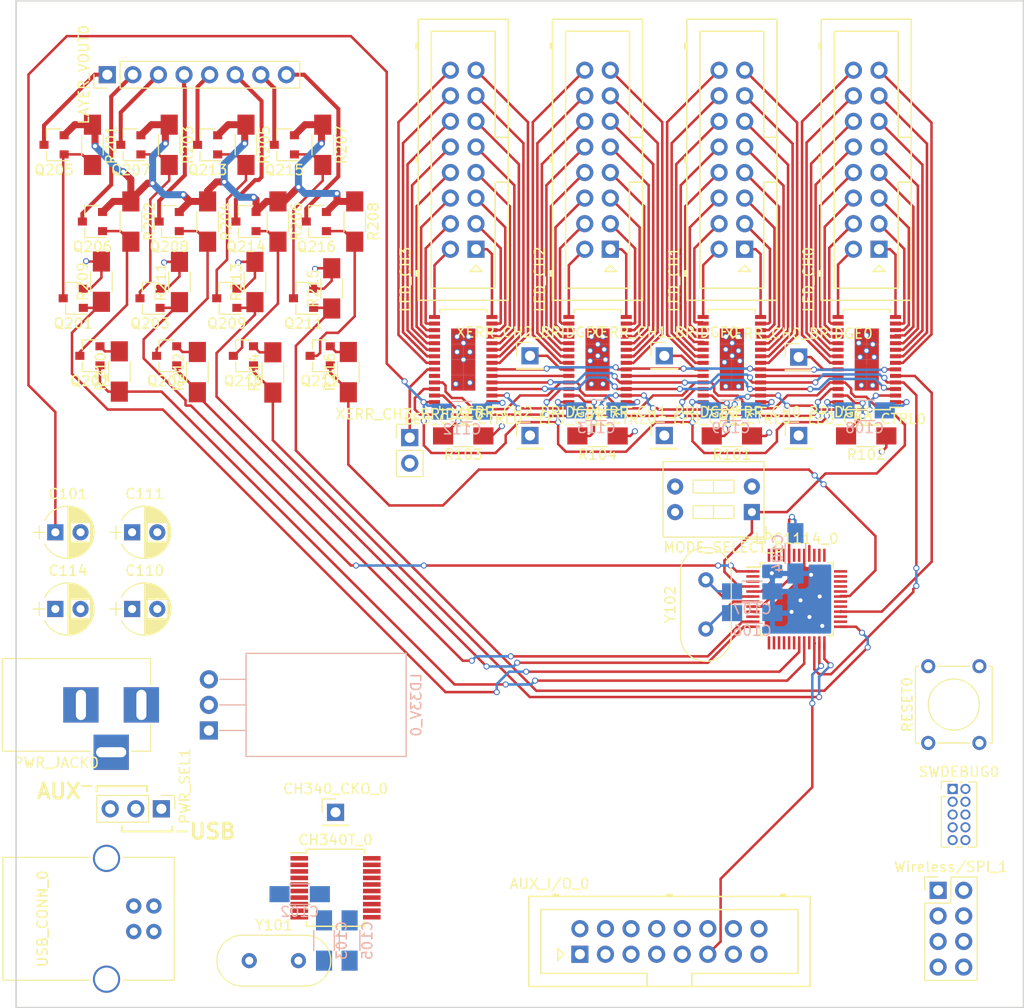
<source format=kicad_pcb>
(kicad_pcb (version 20171130) (host pcbnew "(5.0.0)")
  (layers (0 F.Cu signal) (31 B.Cu signal) (34 B.Paste user) (35 F.Paste user) (36 B.SilkS user) (37 F.SilkS user) (38 B.Mask user) (39 F.Mask user) (44 Edge.Cuts user))
  (net 0 "")
  (net 1 V3)
  (net 2 PIO0_3)
  (net 3 PIO0_4)
  (net 4 PIO0_5)
  (net 5 PIO0_7)
  (net 6 PIO0_8)
  (net 7 GND)
  (net 8 PIO0_11)
  (net 9 PIO1_5)
  (net 10 PIO1_10)
  (net 11 PIO1_11)
  (net 12 PIO3_4)
  (net 13 PIO3_5)
  (net 14 "Net-(C103-Pad1)")
  (net 15 "Net-(C105-Pad1)")
  (net 16 "Net-(C106-Pad1)")
  (net 17 "Net-(C107-Pad1)")
  (net 18 V5_USB)
  (net 19 "Net-(CH340T_0-Pad1)")
  (net 20 TXD_USB)
  (net 21 RXD_USB)
  (net 22 "Net-(CH340T_0-Pad6)")
  (net 23 "Net-(CH340T_0-Pad7)")
  (net 24 /LayerController/LAYER_0_PWR)
  (net 25 /LayerController/LAYER_1_PWR)
  (net 26 /LayerController/LAYER_2_PWR)
  (net 27 /LayerController/LAYER_3_PWR)
  (net 28 /LayerController/LAYER_4_PWR)
  (net 29 /LayerController/LAYER_5_PWR)
  (net 30 /LayerController/LAYER_6_PWR)
  (net 31 /LayerController/LAYER_7_PWR)
  (net 32 SOUT)
  (net 33 LED_DATA_SCK)
  (net 34 LED_CH0_0)
  (net 35 LED_CH0_1)
  (net 36 LED_CH0_2)
  (net 37 LED_CH0_3)
  (net 38 LED_CH0_4)
  (net 39 LED_CH0_5)
  (net 40 LED_CH0_6)
  (net 41 LED_CH0_7)
  (net 42 LED_CH0_8)
  (net 43 LED_CH0_9)
  (net 44 LED_CH0_10)
  (net 45 LED_CH0_11)
  (net 46 LED_CH0_12)
  (net 47 LED_CH0_13)
  (net 48 LED_CH0_14)
  (net 49 LED_CH0_15)
  (net 50 BLANK)
  (net 51 XLAT)
  (net 52 LED_SIN)
  (net 53 VPRG)
  (net 54 XERR_CH0)
  (net 55 SOUT_CH0_CH1)
  (net 56 DCPRG)
  (net 57 "Net-(LED_CH0_CTRL0-Pad27)")
  (net 58 LED_CH1_0)
  (net 59 LED_CH1_1)
  (net 60 LED_CH1_2)
  (net 61 LED_CH1_3)
  (net 62 LED_CH1_4)
  (net 63 LED_CH1_5)
  (net 64 LED_CH1_6)
  (net 65 LED_CH1_7)
  (net 66 LED_CH1_8)
  (net 67 LED_CH1_9)
  (net 68 LED_CH1_10)
  (net 69 LED_CH1_11)
  (net 70 LED_CH1_12)
  (net 71 LED_CH1_13)
  (net 72 LED_CH1_14)
  (net 73 LED_CH1_15)
  (net 74 XERR_CH1)
  (net 75 SOUT_CH1_CH2)
  (net 76 "Net-(LED_CH1_CTRL0-Pad27)")
  (net 77 LED_CH2_0)
  (net 78 LED_CH2_1)
  (net 79 LED_CH2_2)
  (net 80 LED_CH2_3)
  (net 81 LED_CH2_4)
  (net 82 LED_CH2_5)
  (net 83 LED_CH2_6)
  (net 84 LED_CH2_7)
  (net 85 LED_CH2_8)
  (net 86 LED_CH2_9)
  (net 87 LED_CH2_10)
  (net 88 LED_CH2_11)
  (net 89 LED_CH2_12)
  (net 90 LED_CH2_13)
  (net 91 LED_CH2_14)
  (net 92 LED_CH2_15)
  (net 93 XERR_CH2)
  (net 94 SOUT_CH2_CH3)
  (net 95 "Net-(LED_CH2_CTRL0-Pad27)")
  (net 96 LED_CH3_0)
  (net 97 LED_CH3_1)
  (net 98 LED_CH3_2)
  (net 99 LED_CH3_3)
  (net 100 LED_CH3_4)
  (net 101 LED_CH3_5)
  (net 102 LED_CH3_6)
  (net 103 LED_CH3_7)
  (net 104 LED_CH3_8)
  (net 105 LED_CH3_9)
  (net 106 LED_CH3_10)
  (net 107 LED_CH3_11)
  (net 108 LED_CH3_12)
  (net 109 LED_CH3_13)
  (net 110 LED_CH3_14)
  (net 111 LED_CH3_15)
  (net 112 XERR_CH3)
  (net 113 "Net-(LED_CH3_CTRL0-Pad27)")
  (net 114 LAYER_2_ON)
  (net 115 AUX_SPI_SSEL)
  (net 116 _RESET)
  (net 117 WIRELESS_CSN)
  (net 118 LAYER_3_ON)
  (net 119 LAYER_4_ON)
  (net 120 AUX_SPI_SCK)
  (net 121 WIRELESS_IRQ)
  (net 122 LAYER_0_ON)
  (net 123 LAYER_1_ON)
  (net 124 LAYER_5_ON)
  (net 125 LAYER_6_ON)
  (net 126 AUX_SPI_MISO)
  (net 127 SWCLK)
  (net 128 LAYER_7_ON)
  (net 129 AUX_SPI_MOSI)
  (net 130 SWDIO)
  (net 131 V5_AUX)
  (net 132 V5)
  (net 133 "Net-(Q201-Pad3)")
  (net 134 "Net-(Q202-Pad3)")
  (net 135 "Net-(Q203-Pad3)")
  (net 136 "Net-(Q204-Pad3)")
  (net 137 "Net-(Q209-Pad3)")
  (net 138 "Net-(Q210-Pad3)")
  (net 139 "Net-(Q211-Pad3)")
  (net 140 "Net-(Q212-Pad3)")
  (net 141 ISP_ENTRY)
  (net 142 INPUT_MODE_SELECT)
  (net 143 "Net-(CH340T_0-Pad2)")
  (net 144 "Net-(CH340T_0-Pad11)")
  (net 145 "Net-(CH340T_0-Pad12)")
  (net 146 "Net-(CH340T_0-Pad13)")
  (net 147 "Net-(CH340T_0-Pad14)")
  (net 148 "Net-(CH340T_0-Pad15)")
  (net 149 "Net-(CH340T_0-Pad16)")
  (net 150 "Net-(CH340T_0-Pad17)")
  (net 151 "Net-(CH340T_0-Pad18)")
  (net 152 "Net-(CH340T_0-Pad20)")
  (net 153 "Net-(PWR_JACK0-Pad3)")
  (net 154 "Net-(SWDEBUG0-Pad6)")
  (net 155 "Net-(SWDEBUG0-Pad7)")
  (net 156 "Net-(SWDEBUG0-Pad8)")
  (net 157 XERR_MCU_CH1)
  (net 158 XERR_MCU_CH0)
  (net 159 XERR_MCU_CH2)
  (net 160 XERR_MCU_CH3)
  (module Pin_Headers:Pin_Header_Straight_1x02_Pitch2.54mm (layer F.Cu) (at 124.079 88.392)
    (fp_text reference XERR_CH3_BRIDGE0 (at 0 -2.33) (layer F.SilkS))
    (fp_text value Conn_01x02)
    (pad 2 thru_hole oval (at 0 2.54) (size 1.7 1.7) (drill 1) (layers *.Cu *.Mask) (net 160 XERR_MCU_CH3))
    (pad 1 thru_hole rect (at 0 0) (size 1.7 1.7) (drill 1) (layers *.Cu *.Mask) (net 112 XERR_CH3))
  )
  (module Pin_Headers:Pin_Header_Straight_1x01_Pitch2.54mm (layer F.Cu) (at 162.687 80.391)
    (fp_text reference XERR_CH0_BRIDGE0 (at 0 -2.33) (layer F.SilkS))
    (fp_text value Conn_01x01)
    (pad 1 thru_hole rect (at 0 0) (size 1.7 1.7) (drill 1) (layers *.Cu *.Mask) (net 54 XERR_CH0))
  )
  (module Pin_Headers:Pin_Header_Straight_1x01_Pitch2.54mm (layer F.Cu) (at 136.017 88.178999)
    (fp_text reference XERR_CH2_BRIDGE1 (at 0 -2.33) (layer F.SilkS))
    (fp_text value Conn_01x01)
    (pad 1 thru_hole rect (at 0 0) (size 1.7 1.7) (drill 1) (layers *.Cu *.Mask) (net 159 XERR_MCU_CH2))
  )
  (module Pin_Headers:Pin_Header_Straight_1x01_Pitch2.54mm (layer F.Cu) (at 162.687 88.178999)
    (fp_text reference XERR_CH0_BRIDGE1 (at 0 -2.33) (layer F.SilkS))
    (fp_text value Conn_01x01)
    (pad 1 thru_hole rect (at 0 0) (size 1.7 1.7) (drill 1) (layers *.Cu *.Mask) (net 158 XERR_MCU_CH0))
  )
  (module Pin_Headers:Pin_Header_Straight_1x01_Pitch2.54mm (layer F.Cu) (at 149.352 80.264)
    (fp_text reference XERR_CH1_BRIDGE0 (at 0 -2.33) (layer F.SilkS))
    (fp_text value Conn_01x01)
    (pad 1 thru_hole rect (at 0 0) (size 1.7 1.7) (drill 1) (layers *.Cu *.Mask) (net 74 XERR_CH1))
  )
  (module Pin_Headers:Pin_Header_Straight_1x01_Pitch2.54mm (layer F.Cu) (at 136.017 80.264)
    (fp_text reference XERR_CH2_BRIDGE0 (at 0 -2.33) (layer F.SilkS))
    (fp_text value Conn_01x01)
    (pad 1 thru_hole rect (at 0 0) (size 1.7 1.7) (drill 1) (layers *.Cu *.Mask) (net 93 XERR_CH2))
  )
  (module Pin_Headers:Pin_Header_Straight_1x01_Pitch2.54mm (layer F.Cu) (at 149.352 88.178999)
    (fp_text reference XERR_CH1_BRIDGE1 (at 0 -2.33) (layer F.SilkS))
    (fp_text value Conn_01x01)
    (pad 1 thru_hole rect (at 0 0) (size 1.7 1.7) (drill 1) (layers *.Cu *.Mask) (net 157 XERR_MCU_CH1))
  )
  (module Resistors_SMD:R_1206_HandSoldering (layer F.Cu) (at 93.472 72.898 90)
    (fp_text reference R209 (at 0 -1.85 90) (layer F.SilkS))
    (fp_text value 1K)
    (pad 1 smd rect (at -2 0 90) (size 2 1.7) (layers F.Cu F.Paste F.Mask) (net 122 LAYER_0_ON))
    (pad 2 smd rect (at 2 0 90) (size 2 1.7) (layers F.Cu F.Paste F.Mask) (net 7 GND))
  )
  (module Resistors_SMD:R_1206_HandSoldering (layer F.Cu) (at 117.983 81.883 90)
    (fp_text reference R216 (at 0 -1.85 90) (layer F.SilkS))
    (fp_text value 1K)
    (pad 2 smd rect (at 2 0 90) (size 2 1.7) (layers F.Cu F.Paste F.Mask) (net 7 GND))
    (pad 1 smd rect (at -2 0 90) (size 2 1.7) (layers F.Cu F.Paste F.Mask) (net 128 LAYER_7_ON))
  )
  (module Resistors_SMD:R_1206_HandSoldering (layer F.Cu) (at 116.332 73.565 90)
    (fp_text reference R215 (at 0 -1.85 90) (layer F.SilkS))
    (fp_text value 1K)
    (pad 1 smd rect (at -2 0 90) (size 2 1.7) (layers F.Cu F.Paste F.Mask) (net 125 LAYER_6_ON))
    (pad 2 smd rect (at 2 0 90) (size 2 1.7) (layers F.Cu F.Paste F.Mask) (net 7 GND))
  )
  (module Resistors_SMD:R_1206_HandSoldering (layer F.Cu) (at 110.49 81.915 90)
    (fp_text reference R214 (at 0 -1.85 90) (layer F.SilkS))
    (fp_text value 1K)
    (pad 2 smd rect (at 2 0 90) (size 2 1.7) (layers F.Cu F.Paste F.Mask) (net 7 GND))
    (pad 1 smd rect (at -2 0 90) (size 2 1.7) (layers F.Cu F.Paste F.Mask) (net 124 LAYER_5_ON))
  )
  (module Resistors_SMD:R_1206_HandSoldering (layer F.Cu) (at 108.712 72.93 90)
    (fp_text reference R213 (at 0 -1.85 90) (layer F.SilkS))
    (fp_text value 1K)
    (pad 1 smd rect (at -2 0 90) (size 2 1.7) (layers F.Cu F.Paste F.Mask) (net 119 LAYER_4_ON))
    (pad 2 smd rect (at 2 0 90) (size 2 1.7) (layers F.Cu F.Paste F.Mask) (net 7 GND))
  )
  (module Resistors_SMD:R_1206_HandSoldering (layer F.Cu) (at 102.997 81.883 90)
    (fp_text reference R212 (at 0 -1.85 90) (layer F.SilkS))
    (fp_text value 1K)
    (pad 2 smd rect (at 2 0 90) (size 2 1.7) (layers F.Cu F.Paste F.Mask) (net 7 GND))
    (pad 1 smd rect (at -2 0 90) (size 2 1.7) (layers F.Cu F.Paste F.Mask) (net 118 LAYER_3_ON))
  )
  (module Resistors_SMD:R_1206_HandSoldering (layer F.Cu) (at 101.219 72.93 90)
    (fp_text reference R211 (at 0 -1.85 90) (layer F.SilkS))
    (fp_text value 1K)
    (pad 1 smd rect (at -2 0 90) (size 2 1.7) (layers F.Cu F.Paste F.Mask) (net 114 LAYER_2_ON))
    (pad 2 smd rect (at 2 0 90) (size 2 1.7) (layers F.Cu F.Paste F.Mask) (net 7 GND))
  )
  (module Resistors_SMD:R_1206_HandSoldering (layer F.Cu) (at 95.25 81.82 90)
    (fp_text reference R210 (at 0 -1.85 90) (layer F.SilkS))
    (fp_text value 1K)
    (pad 2 smd rect (at 2 0 90) (size 2 1.7) (layers F.Cu F.Paste F.Mask) (net 7 GND))
    (pad 1 smd rect (at -2 0 90) (size 2 1.7) (layers F.Cu F.Paste F.Mask) (net 123 LAYER_1_ON))
  )
  (module Housings_SSOP:TSSOP-28-1EP_4.4x9.7mm_Pitch0.65mm (layer F.Cu) (at 142.722277 80.636081 180)
    (fp_text reference LED_CH2_CTRL0 (at 0 -5.9 180) (layer F.SilkS))
    (fp_text value TLC5940PWPR)
    (pad 1 smd rect (at -2.85 -4.225 180) (size 1.1 0.4) (layers F.Cu F.Paste F.Mask) (net 7 GND))
    (pad 2 smd rect (at -2.85 -3.575 180) (size 1.1 0.4) (layers F.Cu F.Paste F.Mask) (net 50 BLANK))
    (pad 3 smd rect (at -2.85 -2.925 180) (size 1.1 0.4) (layers F.Cu F.Paste F.Mask) (net 51 XLAT))
    (pad 4 smd rect (at -2.85 -2.275 180) (size 1.1 0.4) (layers F.Cu F.Paste F.Mask) (net 33 LED_DATA_SCK))
    (pad 5 smd rect (at -2.85 -1.625 180) (size 1.1 0.4) (layers F.Cu F.Paste F.Mask) (net 75 SOUT_CH1_CH2))
    (pad 6 smd rect (at -2.85 -0.975 180) (size 1.1 0.4) (layers F.Cu F.Paste F.Mask) (net 53 VPRG))
    (pad 7 smd rect (at -2.85 -0.325 180) (size 1.1 0.4) (layers F.Cu F.Paste F.Mask) (net 77 LED_CH2_0))
    (pad 8 smd rect (at -2.85 0.325 180) (size 1.1 0.4) (layers F.Cu F.Paste F.Mask) (net 78 LED_CH2_1))
    (pad 9 smd rect (at -2.85 0.975 180) (size 1.1 0.4) (layers F.Cu F.Paste F.Mask) (net 79 LED_CH2_2))
    (pad 10 smd rect (at -2.85 1.625 180) (size 1.1 0.4) (layers F.Cu F.Paste F.Mask) (net 80 LED_CH2_3))
    (pad 11 smd rect (at -2.85 2.275 180) (size 1.1 0.4) (layers F.Cu F.Paste F.Mask) (net 81 LED_CH2_4))
    (pad 12 smd rect (at -2.85 2.925 180) (size 1.1 0.4) (layers F.Cu F.Paste F.Mask) (net 82 LED_CH2_5))
    (pad 13 smd rect (at -2.85 3.575 180) (size 1.1 0.4) (layers F.Cu F.Paste F.Mask) (net 83 LED_CH2_6))
    (pad 14 smd rect (at -2.85 4.225 180) (size 1.1 0.4) (layers F.Cu F.Paste F.Mask) (net 84 LED_CH2_7))
    (pad 15 smd rect (at 2.85 4.225 180) (size 1.1 0.4) (layers F.Cu F.Paste F.Mask) (net 85 LED_CH2_8))
    (pad 16 smd rect (at 2.85 3.575 180) (size 1.1 0.4) (layers F.Cu F.Paste F.Mask) (net 86 LED_CH2_9))
    (pad 17 smd rect (at 2.85 2.925 180) (size 1.1 0.4) (layers F.Cu F.Paste F.Mask) (net 87 LED_CH2_10))
    (pad 18 smd rect (at 2.85 2.275 180) (size 1.1 0.4) (layers F.Cu F.Paste F.Mask) (net 88 LED_CH2_11))
    (pad 19 smd rect (at 2.85 1.625 180) (size 1.1 0.4) (layers F.Cu F.Paste F.Mask) (net 89 LED_CH2_12))
    (pad 20 smd rect (at 2.85 0.975 180) (size 1.1 0.4) (layers F.Cu F.Paste F.Mask) (net 90 LED_CH2_13))
    (pad 21 smd rect (at 2.85 0.325 180) (size 1.1 0.4) (layers F.Cu F.Paste F.Mask) (net 91 LED_CH2_14))
    (pad 22 smd rect (at 2.85 -0.325 180) (size 1.1 0.4) (layers F.Cu F.Paste F.Mask) (net 92 LED_CH2_15))
    (pad 23 smd rect (at 2.85 -0.975 180) (size 1.1 0.4) (layers F.Cu F.Paste F.Mask) (net 93 XERR_CH2))
    (pad 24 smd rect (at 2.85 -1.625 180) (size 1.1 0.4) (layers F.Cu F.Paste F.Mask) (net 94 SOUT_CH2_CH3))
    (pad 25 smd rect (at 2.85 -2.275 180) (size 1.1 0.4) (layers F.Cu F.Paste F.Mask) (net 141 ISP_ENTRY))
    (pad 26 smd rect (at 2.85 -2.925 180) (size 1.1 0.4) (layers F.Cu F.Paste F.Mask) (net 56 DCPRG))
    (pad 27 smd rect (at 2.85 -3.575 180) (size 1.1 0.4) (layers F.Cu F.Paste F.Mask) (net 95 "Net-(LED_CH2_CTRL0-Pad27)"))
    (pad 28 smd rect (at 2.85 -4.225 180) (size 1.1 0.4) (layers F.Cu F.Paste F.Mask) (net 1 V3))
    (pad 29 smd rect (at 0.6 2.31375 180) (size 1.2 1.5425) (layers F.Cu F.Paste F.Mask) (net 7 GND))
    (pad 29 smd rect (at 0.6 0.77125 180) (size 1.2 1.5425) (layers F.Cu F.Paste F.Mask) (net 7 GND))
    (pad 29 smd rect (at 0.6 -0.77125 180) (size 1.2 1.5425) (layers F.Cu F.Paste F.Mask) (net 7 GND))
    (pad 29 smd rect (at 0.6 -2.31375 180) (size 1.2 1.5425) (layers F.Cu F.Paste F.Mask) (net 7 GND))
    (pad 29 smd rect (at -0.6 2.31375 180) (size 1.2 1.5425) (layers F.Cu F.Paste F.Mask) (net 7 GND))
    (pad 29 smd rect (at -0.6 0.77125 180) (size 1.2 1.5425) (layers F.Cu F.Paste F.Mask) (net 7 GND))
    (pad 29 smd rect (at -0.6 -0.77125 180) (size 1.2 1.5425) (layers F.Cu F.Paste F.Mask) (net 7 GND))
    (pad 29 smd rect (at -0.6 -2.31375 180) (size 1.2 1.5425) (layers F.Cu F.Paste F.Mask) (net 7 GND))
  )
  (module Housings_QFP:LQFP-48_7x7mm_Pitch0.5mm (layer F.Cu) (at 162.489464 104.421787)
    (fp_text reference LPC1114_0 (at 0 -6) (layer F.SilkS))
    (fp_text value LPC1114FBD48-302)
    (pad 1 smd rect (at -4.35 -2.75) (size 1.3 0.25) (layers F.Cu F.Paste F.Mask) (net 114 LAYER_2_ON))
    (pad 2 smd rect (at -4.35 -2.25) (size 1.3 0.25) (layers F.Cu F.Paste F.Mask) (net 115 AUX_SPI_SSEL))
    (pad 3 smd rect (at -4.35 -1.75) (size 1.3 0.25) (layers F.Cu F.Paste F.Mask) (net 116 _RESET))
    (pad 4 smd rect (at -4.35 -1.25) (size 1.3 0.25) (layers F.Cu F.Paste F.Mask) (net 141 ISP_ENTRY))
    (pad 5 smd rect (at -4.35 -0.75) (size 1.3 0.25) (layers F.Cu F.Paste F.Mask) (net 7 GND))
    (pad 6 smd rect (at -4.35 -0.25) (size 1.3 0.25) (layers F.Cu F.Paste F.Mask) (net 17 "Net-(C107-Pad1)"))
    (pad 7 smd rect (at -4.35 0.25) (size 1.3 0.25) (layers F.Cu F.Paste F.Mask) (net 16 "Net-(C106-Pad1)"))
    (pad 8 smd rect (at -4.35 0.75) (size 1.3 0.25) (layers F.Cu F.Paste F.Mask) (net 1 V3))
    (pad 9 smd rect (at -4.35 1.25) (size 1.3 0.25) (layers F.Cu F.Paste F.Mask) (net 117 WIRELESS_CSN))
    (pad 10 smd rect (at -4.35 1.75) (size 1.3 0.25) (layers F.Cu F.Paste F.Mask) (net 142 INPUT_MODE_SELECT))
    (pad 11 smd rect (at -4.35 2.25) (size 1.3 0.25) (layers F.Cu F.Paste F.Mask) (net 118 LAYER_3_ON))
    (pad 12 smd rect (at -4.35 2.75) (size 1.3 0.25) (layers F.Cu F.Paste F.Mask) (net 119 LAYER_4_ON))
    (pad 13 smd rect (at -2.75 4.35 90) (size 1.3 0.25) (layers F.Cu F.Paste F.Mask) (net 120 AUX_SPI_SCK))
    (pad 14 smd rect (at -2.25 4.35 90) (size 1.3 0.25) (layers F.Cu F.Paste F.Mask) (net 2 PIO0_3))
    (pad 15 smd rect (at -1.75 4.35 90) (size 1.3 0.25) (layers F.Cu F.Paste F.Mask) (net 3 PIO0_4))
    (pad 16 smd rect (at -1.25 4.35 90) (size 1.3 0.25) (layers F.Cu F.Paste F.Mask) (net 4 PIO0_5))
    (pad 17 smd rect (at -0.75 4.35 90) (size 1.3 0.25) (layers F.Cu F.Paste F.Mask) (net 121 WIRELESS_IRQ))
    (pad 18 smd rect (at -0.25 4.35 90) (size 1.3 0.25) (layers F.Cu F.Paste F.Mask) (net 12 PIO3_4))
    (pad 19 smd rect (at 0.25 4.35 90) (size 1.3 0.25) (layers F.Cu F.Paste F.Mask) (net 122 LAYER_0_ON))
    (pad 20 smd rect (at 0.75 4.35 90) (size 1.3 0.25) (layers F.Cu F.Paste F.Mask) (net 123 LAYER_1_ON))
    (pad 21 smd rect (at 1.25 4.35 90) (size 1.3 0.25) (layers F.Cu F.Paste F.Mask) (net 13 PIO3_5))
    (pad 22 smd rect (at 1.75 4.35 90) (size 1.3 0.25) (layers F.Cu F.Paste F.Mask) (net 33 LED_DATA_SCK))
    (pad 23 smd rect (at 2.25 4.35 90) (size 1.3 0.25) (layers F.Cu F.Paste F.Mask) (net 5 PIO0_7))
    (pad 24 smd rect (at 2.75 4.35 90) (size 1.3 0.25) (layers F.Cu F.Paste F.Mask) (net 124 LAYER_5_ON))
    (pad 25 smd rect (at 4.35 2.75) (size 1.3 0.25) (layers F.Cu F.Paste F.Mask) (net 125 LAYER_6_ON))
    (pad 26 smd rect (at 4.35 2.25) (size 1.3 0.25) (layers F.Cu F.Paste F.Mask) (net 126 AUX_SPI_MISO))
    (pad 27 smd rect (at 4.35 1.75) (size 1.3 0.25) (layers F.Cu F.Paste F.Mask) (net 6 PIO0_8))
    (pad 28 smd rect (at 4.35 1.25) (size 1.3 0.25) (layers F.Cu F.Paste F.Mask) (net 52 LED_SIN))
    (pad 29 smd rect (at 4.35 0.75) (size 1.3 0.25) (layers F.Cu F.Paste F.Mask) (net 127 SWCLK))
    (pad 30 smd rect (at 4.35 0.25) (size 1.3 0.25) (layers F.Cu F.Paste F.Mask) (net 10 PIO1_10))
    (pad 31 smd rect (at 4.35 -0.25) (size 1.3 0.25) (layers F.Cu F.Paste F.Mask) (net 128 LAYER_7_ON))
    (pad 32 smd rect (at 4.35 -0.75) (size 1.3 0.25) (layers F.Cu F.Paste F.Mask) (net 8 PIO0_11))
    (pad 33 smd rect (at 4.35 -1.25) (size 1.3 0.25) (layers F.Cu F.Paste F.Mask) (net 51 XLAT))
    (pad 34 smd rect (at 4.35 -1.75) (size 1.3 0.25) (layers F.Cu F.Paste F.Mask) (net 50 BLANK))
    (pad 35 smd rect (at 4.35 -2.25) (size 1.3 0.25) (layers F.Cu F.Paste F.Mask) (net 53 VPRG))
    (pad 36 smd rect (at 4.35 -2.75) (size 1.3 0.25) (layers F.Cu F.Paste F.Mask) (net 158 XERR_MCU_CH0))
    (pad 37 smd rect (at 2.75 -4.35 90) (size 1.3 0.25) (layers F.Cu F.Paste F.Mask) (net 157 XERR_MCU_CH1))
    (pad 38 smd rect (at 2.25 -4.35 90) (size 1.3 0.25) (layers F.Cu F.Paste F.Mask) (net 129 AUX_SPI_MOSI))
    (pad 39 smd rect (at 1.75 -4.35 90) (size 1.3 0.25) (layers F.Cu F.Paste F.Mask) (net 130 SWDIO))
    (pad 40 smd rect (at 1.25 -4.35 90) (size 1.3 0.25) (layers F.Cu F.Paste F.Mask) (net 56 DCPRG))
    (pad 41 smd rect (at 0.75 -4.35 90) (size 1.3 0.25) (layers F.Cu F.Paste F.Mask) (net 7 GND))
    (pad 42 smd rect (at 0.25 -4.35 90) (size 1.3 0.25) (layers F.Cu F.Paste F.Mask) (net 11 PIO1_11))
    (pad 43 smd rect (at -0.25 -4.35 90) (size 1.3 0.25) (layers F.Cu F.Paste F.Mask) (net 159 XERR_MCU_CH2))
    (pad 44 smd rect (at -0.75 -4.35 90) (size 1.3 0.25) (layers F.Cu F.Paste F.Mask) (net 1 V3))
    (pad 45 smd rect (at -1.25 -4.35 90) (size 1.3 0.25) (layers F.Cu F.Paste F.Mask) (net 9 PIO1_5))
    (pad 46 smd rect (at -1.75 -4.35 90) (size 1.3 0.25) (layers F.Cu F.Paste F.Mask) (net 20 TXD_USB))
    (pad 47 smd rect (at -2.25 -4.35 90) (size 1.3 0.25) (layers F.Cu F.Paste F.Mask) (net 21 RXD_USB))
    (pad 48 smd rect (at -2.75 -4.35 90) (size 1.3 0.25) (layers F.Cu F.Paste F.Mask) (net 160 XERR_MCU_CH3))
  )
  (module Connectors_Multicomp:Multicomp_MC9A12-1634_2x08x2.54mm_Straight (layer F.Cu) (at 140.97 139.7)
    (fp_text reference AUX_I/O_0 (at -3 -7) (layer F.SilkS))
    (fp_text value Conn_02x08_Odd_Even)
    (pad 1 thru_hole rect (at 0 0) (size 1.7 1.7) (drill 1) (layers *.Cu *.Mask) (net 1 V3))
    (pad 2 thru_hole circle (at 0 -2.54) (size 1.7 1.7) (drill 1) (layers *.Cu *.Mask) (net 1 V3))
    (pad 3 thru_hole circle (at 2.54 0) (size 1.7 1.7) (drill 1) (layers *.Cu *.Mask) (net 142 INPUT_MODE_SELECT))
    (pad 4 thru_hole circle (at 2.54 -2.54) (size 1.7 1.7) (drill 1) (layers *.Cu *.Mask) (net 8 PIO0_11))
    (pad 5 thru_hole circle (at 5.08 0) (size 1.7 1.7) (drill 1) (layers *.Cu *.Mask) (net 2 PIO0_3))
    (pad 6 thru_hole circle (at 5.08 -2.54) (size 1.7 1.7) (drill 1) (layers *.Cu *.Mask) (net 9 PIO1_5))
    (pad 7 thru_hole circle (at 7.62 0) (size 1.7 1.7) (drill 1) (layers *.Cu *.Mask) (net 3 PIO0_4))
    (pad 8 thru_hole circle (at 7.62 -2.54) (size 1.7 1.7) (drill 1) (layers *.Cu *.Mask) (net 10 PIO1_10))
    (pad 9 thru_hole circle (at 10.16 0) (size 1.7 1.7) (drill 1) (layers *.Cu *.Mask) (net 4 PIO0_5))
    (pad 10 thru_hole circle (at 10.16 -2.54) (size 1.7 1.7) (drill 1) (layers *.Cu *.Mask) (net 11 PIO1_11))
    (pad 11 thru_hole circle (at 12.7 0) (size 1.7 1.7) (drill 1) (layers *.Cu *.Mask) (net 5 PIO0_7))
    (pad 12 thru_hole circle (at 12.7 -2.54) (size 1.7 1.7) (drill 1) (layers *.Cu *.Mask) (net 12 PIO3_4))
    (pad 13 thru_hole circle (at 15.24 0) (size 1.7 1.7) (drill 1) (layers *.Cu *.Mask) (net 6 PIO0_8))
    (pad 14 thru_hole circle (at 15.24 -2.54) (size 1.7 1.7) (drill 1) (layers *.Cu *.Mask) (net 13 PIO3_5))
    (pad 15 thru_hole circle (at 17.78 0) (size 1.7 1.7) (drill 1) (layers *.Cu *.Mask) (net 7 GND))
    (pad 16 thru_hole circle (at 17.78 -2.54) (size 1.7 1.7) (drill 1) (layers *.Cu *.Mask) (net 7 GND))
  )
  (module Capacitors_THT:CP_Radial_D5.0mm_P2.50mm (layer F.Cu) (at 88.9 97.79)
    (fp_text reference C101 (at 1.25 -3.81) (layer F.SilkS))
    (fp_text value 10uf)
    (pad 1 thru_hole rect (at 0 0) (size 1.6 1.6) (drill 0.8) (layers *.Cu *.Mask) (net 1 V3))
    (pad 2 thru_hole circle (at 2.5 0) (size 1.6 1.6) (drill 0.8) (layers *.Cu *.Mask) (net 7 GND))
  )
  (module Capacitors_SMD:C_1206_HandSoldering (layer B.Cu) (at 113.157 133.731)
    (fp_text reference C102 (at 0 1.75) (layer B.SilkS) (effects (justify mirror)))
    (fp_text value 0.1uf)
    (pad 1 smd rect (at -2 0) (size 2 1.6) (layers B.Cu B.Paste B.Mask) (net 1 V3))
    (pad 2 smd rect (at 2 0) (size 2 1.6) (layers B.Cu B.Paste B.Mask) (net 7 GND))
  )
  (module Capacitors_SMD:C_1206_HandSoldering (layer B.Cu) (at 115.57 138.335 90)
    (fp_text reference C103 (at 0 1.75 90) (layer B.SilkS) (effects (justify mirror)))
    (fp_text value 22pf)
    (pad 1 smd rect (at -2 0 90) (size 2 1.6) (layers B.Cu B.Paste B.Mask) (net 14 "Net-(C103-Pad1)"))
    (pad 2 smd rect (at 2 0 90) (size 2 1.6) (layers B.Cu B.Paste B.Mask) (net 7 GND))
  )
  (module Capacitors_SMD:C_1206_HandSoldering (layer B.Cu) (at 162.362464 99.881787 270)
    (fp_text reference C104 (at 0 1.75 270) (layer B.SilkS) (effects (justify mirror)))
    (fp_text value 0.1uf)
    (pad 1 smd rect (at -2 0 270) (size 2 1.6) (layers B.Cu B.Paste B.Mask) (net 1 V3))
    (pad 2 smd rect (at 2 0 270) (size 2 1.6) (layers B.Cu B.Paste B.Mask) (net 7 GND))
  )
  (module Capacitors_SMD:C_1206_HandSoldering (layer B.Cu) (at 118.11 138.335 90)
    (fp_text reference C105 (at 0 1.75 90) (layer B.SilkS) (effects (justify mirror)))
    (fp_text value 22pf)
    (pad 1 smd rect (at -2 0 90) (size 2 1.6) (layers B.Cu B.Paste B.Mask) (net 15 "Net-(C105-Pad1)"))
    (pad 2 smd rect (at 2 0 90) (size 2 1.6) (layers B.Cu B.Paste B.Mask) (net 7 GND))
  )
  (module Capacitors_SMD:C_1206_HandSoldering (layer B.Cu) (at 158.076464 105.818787)
    (fp_text reference C106 (at 0 1.75) (layer B.SilkS) (effects (justify mirror)))
    (fp_text value 39pf)
    (pad 1 smd rect (at -2 0) (size 2 1.6) (layers B.Cu B.Paste B.Mask) (net 16 "Net-(C106-Pad1)"))
    (pad 2 smd rect (at 2 0) (size 2 1.6) (layers B.Cu B.Paste B.Mask) (net 7 GND))
  )
  (module Capacitors_SMD:C_1206_HandSoldering (layer B.Cu) (at 158.076464 103.659787)
    (fp_text reference C107 (at 0 1.75) (layer B.SilkS) (effects (justify mirror)))
    (fp_text value 39pf)
    (pad 1 smd rect (at -2 0) (size 2 1.6) (layers B.Cu B.Paste B.Mask) (net 17 "Net-(C107-Pad1)"))
    (pad 2 smd rect (at 2 0) (size 2 1.6) (layers B.Cu B.Paste B.Mask) (net 7 GND))
  )
  (module Capacitors_SMD:C_1206_HandSoldering (layer B.Cu) (at 169.233277 85.682081)
    (fp_text reference C108 (at 0 1.75) (layer B.SilkS) (effects (justify mirror)))
    (fp_text value 0.1uf)
    (pad 1 smd rect (at -2 0) (size 2 1.6) (layers B.Cu B.Paste B.Mask) (net 1 V3))
    (pad 2 smd rect (at 2 0) (size 2 1.6) (layers B.Cu B.Paste B.Mask) (net 7 GND))
  )
  (module Capacitors_SMD:C_1206_HandSoldering (layer B.Cu) (at 155.962277 85.682081)
    (fp_text reference C109 (at 0 1.75) (layer B.SilkS) (effects (justify mirror)))
    (fp_text value 0.1uf)
    (pad 1 smd rect (at -2 0) (size 2 1.6) (layers B.Cu B.Paste B.Mask) (net 1 V3))
    (pad 2 smd rect (at 2 0) (size 2 1.6) (layers B.Cu B.Paste B.Mask) (net 7 GND))
  )
  (module Capacitors_THT:CP_Radial_D5.0mm_P2.50mm (layer F.Cu) (at 96.52 105.41)
    (fp_text reference C110 (at 1.25 -3.81) (layer F.SilkS))
    (fp_text value 10uf)
    (pad 1 thru_hole rect (at 0 0) (size 1.6 1.6) (drill 0.8) (layers *.Cu *.Mask) (net 18 V5_USB))
    (pad 2 thru_hole circle (at 2.5 0) (size 1.6 1.6) (drill 0.8) (layers *.Cu *.Mask) (net 7 GND))
  )
  (module Capacitors_THT:CP_Radial_D5.0mm_P2.50mm (layer F.Cu) (at 96.52 97.79)
    (fp_text reference C111 (at 1.25 -3.81) (layer F.SilkS))
    (fp_text value 10uf)
    (pad 1 thru_hole rect (at 0 0) (size 1.6 1.6) (drill 0.8) (layers *.Cu *.Mask) (net 1 V3))
    (pad 2 thru_hole circle (at 2.5 0) (size 1.6 1.6) (drill 0.8) (layers *.Cu *.Mask) (net 7 GND))
  )
  (module Capacitors_SMD:C_1206_HandSoldering (layer B.Cu) (at 129.260277 85.809081)
    (fp_text reference C112 (at 0 1.75) (layer B.SilkS) (effects (justify mirror)))
    (fp_text value 0.1uf)
    (pad 1 smd rect (at -2 0) (size 2 1.6) (layers B.Cu B.Paste B.Mask) (net 1 V3))
    (pad 2 smd rect (at 2 0) (size 2 1.6) (layers B.Cu B.Paste B.Mask) (net 7 GND))
  )
  (module Capacitors_SMD:C_1206_HandSoldering (layer B.Cu) (at 142.595277 85.682081)
    (fp_text reference C113 (at 0 1.75) (layer B.SilkS) (effects (justify mirror)))
    (fp_text value 0.1uf)
    (pad 1 smd rect (at -2 0) (size 2 1.6) (layers B.Cu B.Paste B.Mask) (net 1 V3))
    (pad 2 smd rect (at 2 0) (size 2 1.6) (layers B.Cu B.Paste B.Mask) (net 7 GND))
  )
  (module Capacitors_THT:CP_Radial_D5.0mm_P2.50mm (layer F.Cu) (at 88.9 105.41)
    (fp_text reference C114 (at 1.25 -3.81) (layer F.SilkS))
    (fp_text value 10uf)
    (pad 1 thru_hole rect (at 0 0) (size 1.6 1.6) (drill 0.8) (layers *.Cu *.Mask) (net 1 V3))
    (pad 2 thru_hole circle (at 2.5 0) (size 1.6 1.6) (drill 0.8) (layers *.Cu *.Mask) (net 7 GND))
  )
  (module Housings_SSOP:SSOP-20_5.3x7.2mm_Pitch0.65mm (layer F.Cu) (at 116.713 133.096)
    (fp_text reference CH340T_0 (at 0 -4.75) (layer F.SilkS))
    (fp_text value CH340T)
    (pad 1 smd rect (at -3.6 -2.925) (size 1.75 0.45) (layers F.Cu F.Paste F.Mask) (net 19 "Net-(CH340T_0-Pad1)"))
    (pad 2 smd rect (at -3.6 -2.275) (size 1.75 0.45) (layers F.Cu F.Paste F.Mask) (net 143 "Net-(CH340T_0-Pad2)"))
    (pad 3 smd rect (at -3.6 -1.625) (size 1.75 0.45) (layers F.Cu F.Paste F.Mask) (net 20 TXD_USB))
    (pad 4 smd rect (at -3.6 -0.975) (size 1.75 0.45) (layers F.Cu F.Paste F.Mask) (net 21 RXD_USB))
    (pad 5 smd rect (at -3.6 -0.325) (size 1.75 0.45) (layers F.Cu F.Paste F.Mask) (net 1 V3))
    (pad 6 smd rect (at -3.6 0.325) (size 1.75 0.45) (layers F.Cu F.Paste F.Mask) (net 22 "Net-(CH340T_0-Pad6)"))
    (pad 7 smd rect (at -3.6 0.975) (size 1.75 0.45) (layers F.Cu F.Paste F.Mask) (net 23 "Net-(CH340T_0-Pad7)"))
    (pad 8 smd rect (at -3.6 1.625) (size 1.75 0.45) (layers F.Cu F.Paste F.Mask) (net 7 GND))
    (pad 9 smd rect (at -3.6 2.275) (size 1.75 0.45) (layers F.Cu F.Paste F.Mask) (net 14 "Net-(C103-Pad1)"))
    (pad 10 smd rect (at -3.6 2.925) (size 1.75 0.45) (layers F.Cu F.Paste F.Mask) (net 15 "Net-(C105-Pad1)"))
    (pad 11 smd rect (at 3.6 2.925) (size 1.75 0.45) (layers F.Cu F.Paste F.Mask) (net 144 "Net-(CH340T_0-Pad11)"))
    (pad 12 smd rect (at 3.6 2.275) (size 1.75 0.45) (layers F.Cu F.Paste F.Mask) (net 145 "Net-(CH340T_0-Pad12)"))
    (pad 13 smd rect (at 3.6 1.625) (size 1.75 0.45) (layers F.Cu F.Paste F.Mask) (net 146 "Net-(CH340T_0-Pad13)"))
    (pad 14 smd rect (at 3.6 0.975) (size 1.75 0.45) (layers F.Cu F.Paste F.Mask) (net 147 "Net-(CH340T_0-Pad14)"))
    (pad 15 smd rect (at 3.6 0.325) (size 1.75 0.45) (layers F.Cu F.Paste F.Mask) (net 148 "Net-(CH340T_0-Pad15)"))
    (pad 16 smd rect (at 3.6 -0.325) (size 1.75 0.45) (layers F.Cu F.Paste F.Mask) (net 149 "Net-(CH340T_0-Pad16)"))
    (pad 17 smd rect (at 3.6 -0.975) (size 1.75 0.45) (layers F.Cu F.Paste F.Mask) (net 150 "Net-(CH340T_0-Pad17)"))
    (pad 18 smd rect (at 3.6 -1.625) (size 1.75 0.45) (layers F.Cu F.Paste F.Mask) (net 151 "Net-(CH340T_0-Pad18)"))
    (pad 19 smd rect (at 3.6 -2.275) (size 1.75 0.45) (layers F.Cu F.Paste F.Mask) (net 1 V3))
    (pad 20 smd rect (at 3.6 -2.925) (size 1.75 0.45) (layers F.Cu F.Paste F.Mask) (net 152 "Net-(CH340T_0-Pad20)"))
  )
  (module Pin_Headers:Pin_Header_Straight_1x01_Pitch2.54mm (layer F.Cu) (at 116.713 125.603)
    (fp_text reference CH340_CKO_0 (at 0 -2.33) (layer F.SilkS))
    (fp_text value Conn_01x01)
    (pad 1 thru_hole rect (at 0 0) (size 1.7 1.7) (drill 1) (layers *.Cu *.Mask) (net 19 "Net-(CH340T_0-Pad1)"))
  )
  (module Pin_Headers:Pin_Header_Straight_1x08_Pitch2.54mm (layer F.Cu) (at 94.0562 52.34432 90)
    (fp_text reference LAYER_VOUT0 (at 0 -2.33 90) (layer F.SilkS))
    (fp_text value Conn_01x08)
    (pad 1 thru_hole rect (at 0 0 90) (size 1.7 1.7) (drill 1) (layers *.Cu *.Mask) (net 24 /LayerController/LAYER_0_PWR))
    (pad 2 thru_hole oval (at 0 2.54 90) (size 1.7 1.7) (drill 1) (layers *.Cu *.Mask) (net 25 /LayerController/LAYER_1_PWR))
    (pad 3 thru_hole oval (at 0 5.08 90) (size 1.7 1.7) (drill 1) (layers *.Cu *.Mask) (net 26 /LayerController/LAYER_2_PWR))
    (pad 4 thru_hole oval (at 0 7.62 90) (size 1.7 1.7) (drill 1) (layers *.Cu *.Mask) (net 27 /LayerController/LAYER_3_PWR))
    (pad 5 thru_hole oval (at 0 10.16 90) (size 1.7 1.7) (drill 1) (layers *.Cu *.Mask) (net 28 /LayerController/LAYER_4_PWR))
    (pad 6 thru_hole oval (at 0 12.7 90) (size 1.7 1.7) (drill 1) (layers *.Cu *.Mask) (net 29 /LayerController/LAYER_5_PWR))
    (pad 7 thru_hole oval (at 0 15.24 90) (size 1.7 1.7) (drill 1) (layers *.Cu *.Mask) (net 30 /LayerController/LAYER_6_PWR))
    (pad 8 thru_hole oval (at 0 17.78 90) (size 1.7 1.7) (drill 1) (layers *.Cu *.Mask) (net 31 /LayerController/LAYER_7_PWR))
  )
  (module TO_SOT_Packages_THT:TO-220-3_Horizontal (layer B.Cu) (at 104.14 117.475 90)
    (fp_text reference LD33V_0 (at 2.54 20.58 90) (layer B.SilkS) (effects (justify mirror)))
    (fp_text value LD33V)
    (pad 0 np_thru_hole oval (at 2.54 16.66 90) (size 3.5 3.5) (drill 3.5) (layers *.Cu *.Mask))
    (pad 1 thru_hole rect (at 0 0 90) (size 1.8 1.8) (drill 1) (layers *.Cu *.Mask) (net 7 GND))
    (pad 2 thru_hole oval (at 2.54 0 90) (size 1.8 1.8) (drill 1) (layers *.Cu *.Mask) (net 1 V3))
    (pad 3 thru_hole oval (at 5.08 0 90) (size 1.8 1.8) (drill 1) (layers *.Cu *.Mask) (net 18 V5_USB))
  )
  (module Connectors_Multicomp:Multicomp_MC9A12-1634_2x08x2.54mm_Straight (layer F.Cu) (at 170.662277 69.680081 90)
    (fp_text reference LED_CH0 (at -3 -7 90) (layer F.SilkS))
    (fp_text value Conn_02x08_Odd_Even)
    (pad 1 thru_hole rect (at 0 0 90) (size 1.7 1.7) (drill 1) (layers *.Cu *.Mask) (net 41 LED_CH0_7))
    (pad 2 thru_hole circle (at 0 -2.54 90) (size 1.7 1.7) (drill 1) (layers *.Cu *.Mask) (net 42 LED_CH0_8))
    (pad 3 thru_hole circle (at 2.54 0 90) (size 1.7 1.7) (drill 1) (layers *.Cu *.Mask) (net 40 LED_CH0_6))
    (pad 4 thru_hole circle (at 2.54 -2.54 90) (size 1.7 1.7) (drill 1) (layers *.Cu *.Mask) (net 43 LED_CH0_9))
    (pad 5 thru_hole circle (at 5.08 0 90) (size 1.7 1.7) (drill 1) (layers *.Cu *.Mask) (net 39 LED_CH0_5))
    (pad 6 thru_hole circle (at 5.08 -2.54 90) (size 1.7 1.7) (drill 1) (layers *.Cu *.Mask) (net 44 LED_CH0_10))
    (pad 7 thru_hole circle (at 7.62 0 90) (size 1.7 1.7) (drill 1) (layers *.Cu *.Mask) (net 38 LED_CH0_4))
    (pad 8 thru_hole circle (at 7.62 -2.54 90) (size 1.7 1.7) (drill 1) (layers *.Cu *.Mask) (net 45 LED_CH0_11))
    (pad 9 thru_hole circle (at 10.16 0 90) (size 1.7 1.7) (drill 1) (layers *.Cu *.Mask) (net 37 LED_CH0_3))
    (pad 10 thru_hole circle (at 10.16 -2.54 90) (size 1.7 1.7) (drill 1) (layers *.Cu *.Mask) (net 46 LED_CH0_12))
    (pad 11 thru_hole circle (at 12.7 0 90) (size 1.7 1.7) (drill 1) (layers *.Cu *.Mask) (net 36 LED_CH0_2))
    (pad 12 thru_hole circle (at 12.7 -2.54 90) (size 1.7 1.7) (drill 1) (layers *.Cu *.Mask) (net 47 LED_CH0_13))
    (pad 13 thru_hole circle (at 15.24 0 90) (size 1.7 1.7) (drill 1) (layers *.Cu *.Mask) (net 35 LED_CH0_1))
    (pad 14 thru_hole circle (at 15.24 -2.54 90) (size 1.7 1.7) (drill 1) (layers *.Cu *.Mask) (net 48 LED_CH0_14))
    (pad 15 thru_hole circle (at 17.78 0 90) (size 1.7 1.7) (drill 1) (layers *.Cu *.Mask) (net 34 LED_CH0_0))
    (pad 16 thru_hole circle (at 17.78 -2.54 90) (size 1.7 1.7) (drill 1) (layers *.Cu *.Mask) (net 49 LED_CH0_15))
  )
  (module Housings_SSOP:TSSOP-28-1EP_4.4x9.7mm_Pitch0.65mm (layer F.Cu) (at 169.448277 80.636081 180)
    (fp_text reference LED_CH0_CTRL0 (at 0 -5.9 180) (layer F.SilkS))
    (fp_text value TLC5940PWPR)
    (pad 1 smd rect (at -2.85 -4.225 180) (size 1.1 0.4) (layers F.Cu F.Paste F.Mask) (net 7 GND))
    (pad 2 smd rect (at -2.85 -3.575 180) (size 1.1 0.4) (layers F.Cu F.Paste F.Mask) (net 50 BLANK))
    (pad 3 smd rect (at -2.85 -2.925 180) (size 1.1 0.4) (layers F.Cu F.Paste F.Mask) (net 51 XLAT))
    (pad 4 smd rect (at -2.85 -2.275 180) (size 1.1 0.4) (layers F.Cu F.Paste F.Mask) (net 33 LED_DATA_SCK))
    (pad 5 smd rect (at -2.85 -1.625 180) (size 1.1 0.4) (layers F.Cu F.Paste F.Mask) (net 52 LED_SIN))
    (pad 6 smd rect (at -2.85 -0.975 180) (size 1.1 0.4) (layers F.Cu F.Paste F.Mask) (net 53 VPRG))
    (pad 7 smd rect (at -2.85 -0.325 180) (size 1.1 0.4) (layers F.Cu F.Paste F.Mask) (net 34 LED_CH0_0))
    (pad 8 smd rect (at -2.85 0.325 180) (size 1.1 0.4) (layers F.Cu F.Paste F.Mask) (net 35 LED_CH0_1))
    (pad 9 smd rect (at -2.85 0.975 180) (size 1.1 0.4) (layers F.Cu F.Paste F.Mask) (net 36 LED_CH0_2))
    (pad 10 smd rect (at -2.85 1.625 180) (size 1.1 0.4) (layers F.Cu F.Paste F.Mask) (net 37 LED_CH0_3))
    (pad 11 smd rect (at -2.85 2.275 180) (size 1.1 0.4) (layers F.Cu F.Paste F.Mask) (net 38 LED_CH0_4))
    (pad 12 smd rect (at -2.85 2.925 180) (size 1.1 0.4) (layers F.Cu F.Paste F.Mask) (net 39 LED_CH0_5))
    (pad 13 smd rect (at -2.85 3.575 180) (size 1.1 0.4) (layers F.Cu F.Paste F.Mask) (net 40 LED_CH0_6))
    (pad 14 smd rect (at -2.85 4.225 180) (size 1.1 0.4) (layers F.Cu F.Paste F.Mask) (net 41 LED_CH0_7))
    (pad 15 smd rect (at 2.85 4.225 180) (size 1.1 0.4) (layers F.Cu F.Paste F.Mask) (net 42 LED_CH0_8))
    (pad 16 smd rect (at 2.85 3.575 180) (size 1.1 0.4) (layers F.Cu F.Paste F.Mask) (net 43 LED_CH0_9))
    (pad 17 smd rect (at 2.85 2.925 180) (size 1.1 0.4) (layers F.Cu F.Paste F.Mask) (net 44 LED_CH0_10))
    (pad 18 smd rect (at 2.85 2.275 180) (size 1.1 0.4) (layers F.Cu F.Paste F.Mask) (net 45 LED_CH0_11))
    (pad 19 smd rect (at 2.85 1.625 180) (size 1.1 0.4) (layers F.Cu F.Paste F.Mask) (net 46 LED_CH0_12))
    (pad 20 smd rect (at 2.85 0.975 180) (size 1.1 0.4) (layers F.Cu F.Paste F.Mask) (net 47 LED_CH0_13))
    (pad 21 smd rect (at 2.85 0.325 180) (size 1.1 0.4) (layers F.Cu F.Paste F.Mask) (net 48 LED_CH0_14))
    (pad 22 smd rect (at 2.85 -0.325 180) (size 1.1 0.4) (layers F.Cu F.Paste F.Mask) (net 49 LED_CH0_15))
    (pad 23 smd rect (at 2.85 -0.975 180) (size 1.1 0.4) (layers F.Cu F.Paste F.Mask) (net 54 XERR_CH0))
    (pad 24 smd rect (at 2.85 -1.625 180) (size 1.1 0.4) (layers F.Cu F.Paste F.Mask) (net 55 SOUT_CH0_CH1))
    (pad 25 smd rect (at 2.85 -2.275 180) (size 1.1 0.4) (layers F.Cu F.Paste F.Mask) (net 141 ISP_ENTRY))
    (pad 26 smd rect (at 2.85 -2.925 180) (size 1.1 0.4) (layers F.Cu F.Paste F.Mask) (net 56 DCPRG))
    (pad 27 smd rect (at 2.85 -3.575 180) (size 1.1 0.4) (layers F.Cu F.Paste F.Mask) (net 57 "Net-(LED_CH0_CTRL0-Pad27)"))
    (pad 28 smd rect (at 2.85 -4.225 180) (size 1.1 0.4) (layers F.Cu F.Paste F.Mask) (net 1 V3))
    (pad 29 smd rect (at 0.6 2.31375 180) (size 1.2 1.5425) (layers F.Cu F.Paste F.Mask) (net 7 GND))
    (pad 29 smd rect (at 0.6 0.77125 180) (size 1.2 1.5425) (layers F.Cu F.Paste F.Mask) (net 7 GND))
    (pad 29 smd rect (at 0.6 -0.77125 180) (size 1.2 1.5425) (layers F.Cu F.Paste F.Mask) (net 7 GND))
    (pad 29 smd rect (at 0.6 -2.31375 180) (size 1.2 1.5425) (layers F.Cu F.Paste F.Mask) (net 7 GND))
    (pad 29 smd rect (at -0.6 2.31375 180) (size 1.2 1.5425) (layers F.Cu F.Paste F.Mask) (net 7 GND))
    (pad 29 smd rect (at -0.6 0.77125 180) (size 1.2 1.5425) (layers F.Cu F.Paste F.Mask) (net 7 GND))
    (pad 29 smd rect (at -0.6 -0.77125 180) (size 1.2 1.5425) (layers F.Cu F.Paste F.Mask) (net 7 GND))
    (pad 29 smd rect (at -0.6 -2.31375 180) (size 1.2 1.5425) (layers F.Cu F.Paste F.Mask) (net 7 GND))
  )
  (module Connectors_Multicomp:Multicomp_MC9A12-1634_2x08x2.54mm_Straight (layer F.Cu) (at 157.327277 69.680081 90)
    (fp_text reference LED_CH1 (at -3 -7 90) (layer F.SilkS))
    (fp_text value Conn_02x08_Odd_Even)
    (pad 1 thru_hole rect (at 0 0 90) (size 1.7 1.7) (drill 1) (layers *.Cu *.Mask) (net 65 LED_CH1_7))
    (pad 2 thru_hole circle (at 0 -2.54 90) (size 1.7 1.7) (drill 1) (layers *.Cu *.Mask) (net 66 LED_CH1_8))
    (pad 3 thru_hole circle (at 2.54 0 90) (size 1.7 1.7) (drill 1) (layers *.Cu *.Mask) (net 64 LED_CH1_6))
    (pad 4 thru_hole circle (at 2.54 -2.54 90) (size 1.7 1.7) (drill 1) (layers *.Cu *.Mask) (net 67 LED_CH1_9))
    (pad 5 thru_hole circle (at 5.08 0 90) (size 1.7 1.7) (drill 1) (layers *.Cu *.Mask) (net 63 LED_CH1_5))
    (pad 6 thru_hole circle (at 5.08 -2.54 90) (size 1.7 1.7) (drill 1) (layers *.Cu *.Mask) (net 68 LED_CH1_10))
    (pad 7 thru_hole circle (at 7.62 0 90) (size 1.7 1.7) (drill 1) (layers *.Cu *.Mask) (net 62 LED_CH1_4))
    (pad 8 thru_hole circle (at 7.62 -2.54 90) (size 1.7 1.7) (drill 1) (layers *.Cu *.Mask) (net 69 LED_CH1_11))
    (pad 9 thru_hole circle (at 10.16 0 90) (size 1.7 1.7) (drill 1) (layers *.Cu *.Mask) (net 61 LED_CH1_3))
    (pad 10 thru_hole circle (at 10.16 -2.54 90) (size 1.7 1.7) (drill 1) (layers *.Cu *.Mask) (net 70 LED_CH1_12))
    (pad 11 thru_hole circle (at 12.7 0 90) (size 1.7 1.7) (drill 1) (layers *.Cu *.Mask) (net 60 LED_CH1_2))
    (pad 12 thru_hole circle (at 12.7 -2.54 90) (size 1.7 1.7) (drill 1) (layers *.Cu *.Mask) (net 71 LED_CH1_13))
    (pad 13 thru_hole circle (at 15.24 0 90) (size 1.7 1.7) (drill 1) (layers *.Cu *.Mask) (net 59 LED_CH1_1))
    (pad 14 thru_hole circle (at 15.24 -2.54 90) (size 1.7 1.7) (drill 1) (layers *.Cu *.Mask) (net 72 LED_CH1_14))
    (pad 15 thru_hole circle (at 17.78 0 90) (size 1.7 1.7) (drill 1) (layers *.Cu *.Mask) (net 58 LED_CH1_0))
    (pad 16 thru_hole circle (at 17.78 -2.54 90) (size 1.7 1.7) (drill 1) (layers *.Cu *.Mask) (net 73 LED_CH1_15))
  )
  (module Housings_SSOP:TSSOP-28-1EP_4.4x9.7mm_Pitch0.65mm (layer F.Cu) (at 156.057277 80.636081 180)
    (fp_text reference LED_CH1_CTRL0 (at 0 -5.9 180) (layer F.SilkS))
    (fp_text value TLC5940PWPR)
    (pad 1 smd rect (at -2.85 -4.225 180) (size 1.1 0.4) (layers F.Cu F.Paste F.Mask) (net 7 GND))
    (pad 2 smd rect (at -2.85 -3.575 180) (size 1.1 0.4) (layers F.Cu F.Paste F.Mask) (net 50 BLANK))
    (pad 3 smd rect (at -2.85 -2.925 180) (size 1.1 0.4) (layers F.Cu F.Paste F.Mask) (net 51 XLAT))
    (pad 4 smd rect (at -2.85 -2.275 180) (size 1.1 0.4) (layers F.Cu F.Paste F.Mask) (net 33 LED_DATA_SCK))
    (pad 5 smd rect (at -2.85 -1.625 180) (size 1.1 0.4) (layers F.Cu F.Paste F.Mask) (net 55 SOUT_CH0_CH1))
    (pad 6 smd rect (at -2.85 -0.975 180) (size 1.1 0.4) (layers F.Cu F.Paste F.Mask) (net 53 VPRG))
    (pad 7 smd rect (at -2.85 -0.325 180) (size 1.1 0.4) (layers F.Cu F.Paste F.Mask) (net 58 LED_CH1_0))
    (pad 8 smd rect (at -2.85 0.325 180) (size 1.1 0.4) (layers F.Cu F.Paste F.Mask) (net 59 LED_CH1_1))
    (pad 9 smd rect (at -2.85 0.975 180) (size 1.1 0.4) (layers F.Cu F.Paste F.Mask) (net 60 LED_CH1_2))
    (pad 10 smd rect (at -2.85 1.625 180) (size 1.1 0.4) (layers F.Cu F.Paste F.Mask) (net 61 LED_CH1_3))
    (pad 11 smd rect (at -2.85 2.275 180) (size 1.1 0.4) (layers F.Cu F.Paste F.Mask) (net 62 LED_CH1_4))
    (pad 12 smd rect (at -2.85 2.925 180) (size 1.1 0.4) (layers F.Cu F.Paste F.Mask) (net 63 LED_CH1_5))
    (pad 13 smd rect (at -2.85 3.575 180) (size 1.1 0.4) (layers F.Cu F.Paste F.Mask) (net 64 LED_CH1_6))
    (pad 14 smd rect (at -2.85 4.225 180) (size 1.1 0.4) (layers F.Cu F.Paste F.Mask) (net 65 LED_CH1_7))
    (pad 15 smd rect (at 2.85 4.225 180) (size 1.1 0.4) (layers F.Cu F.Paste F.Mask) (net 66 LED_CH1_8))
    (pad 16 smd rect (at 2.85 3.575 180) (size 1.1 0.4) (layers F.Cu F.Paste F.Mask) (net 67 LED_CH1_9))
    (pad 17 smd rect (at 2.85 2.925 180) (size 1.1 0.4) (layers F.Cu F.Paste F.Mask) (net 68 LED_CH1_10))
    (pad 18 smd rect (at 2.85 2.275 180) (size 1.1 0.4) (layers F.Cu F.Paste F.Mask) (net 69 LED_CH1_11))
    (pad 19 smd rect (at 2.85 1.625 180) (size 1.1 0.4) (layers F.Cu F.Paste F.Mask) (net 70 LED_CH1_12))
    (pad 20 smd rect (at 2.85 0.975 180) (size 1.1 0.4) (layers F.Cu F.Paste F.Mask) (net 71 LED_CH1_13))
    (pad 21 smd rect (at 2.85 0.325 180) (size 1.1 0.4) (layers F.Cu F.Paste F.Mask) (net 72 LED_CH1_14))
    (pad 22 smd rect (at 2.85 -0.325 180) (size 1.1 0.4) (layers F.Cu F.Paste F.Mask) (net 73 LED_CH1_15))
    (pad 23 smd rect (at 2.85 -0.975 180) (size 1.1 0.4) (layers F.Cu F.Paste F.Mask) (net 74 XERR_CH1))
    (pad 24 smd rect (at 2.85 -1.625 180) (size 1.1 0.4) (layers F.Cu F.Paste F.Mask) (net 75 SOUT_CH1_CH2))
    (pad 25 smd rect (at 2.85 -2.275 180) (size 1.1 0.4) (layers F.Cu F.Paste F.Mask) (net 141 ISP_ENTRY))
    (pad 26 smd rect (at 2.85 -2.925 180) (size 1.1 0.4) (layers F.Cu F.Paste F.Mask) (net 56 DCPRG))
    (pad 27 smd rect (at 2.85 -3.575 180) (size 1.1 0.4) (layers F.Cu F.Paste F.Mask) (net 76 "Net-(LED_CH1_CTRL0-Pad27)"))
    (pad 28 smd rect (at 2.85 -4.225 180) (size 1.1 0.4) (layers F.Cu F.Paste F.Mask) (net 1 V3))
    (pad 29 smd rect (at 0.6 2.31375 180) (size 1.2 1.5425) (layers F.Cu F.Paste F.Mask) (net 7 GND))
    (pad 29 smd rect (at 0.6 0.77125 180) (size 1.2 1.5425) (layers F.Cu F.Paste F.Mask) (net 7 GND))
    (pad 29 smd rect (at 0.6 -0.77125 180) (size 1.2 1.5425) (layers F.Cu F.Paste F.Mask) (net 7 GND))
    (pad 29 smd rect (at 0.6 -2.31375 180) (size 1.2 1.5425) (layers F.Cu F.Paste F.Mask) (net 7 GND))
    (pad 29 smd rect (at -0.6 2.31375 180) (size 1.2 1.5425) (layers F.Cu F.Paste F.Mask) (net 7 GND))
    (pad 29 smd rect (at -0.6 0.77125 180) (size 1.2 1.5425) (layers F.Cu F.Paste F.Mask) (net 7 GND))
    (pad 29 smd rect (at -0.6 -0.77125 180) (size 1.2 1.5425) (layers F.Cu F.Paste F.Mask) (net 7 GND))
    (pad 29 smd rect (at -0.6 -2.31375 180) (size 1.2 1.5425) (layers F.Cu F.Paste F.Mask) (net 7 GND))
  )
  (module Connectors_Multicomp:Multicomp_MC9A12-1634_2x08x2.54mm_Straight (layer F.Cu) (at 143.992277 69.680081 90)
    (fp_text reference LED_CH2 (at -3 -7 90) (layer F.SilkS))
    (fp_text value Conn_02x08_Odd_Even)
    (pad 1 thru_hole rect (at 0 0 90) (size 1.7 1.7) (drill 1) (layers *.Cu *.Mask) (net 84 LED_CH2_7))
    (pad 2 thru_hole circle (at 0 -2.54 90) (size 1.7 1.7) (drill 1) (layers *.Cu *.Mask) (net 85 LED_CH2_8))
    (pad 3 thru_hole circle (at 2.54 0 90) (size 1.7 1.7) (drill 1) (layers *.Cu *.Mask) (net 83 LED_CH2_6))
    (pad 4 thru_hole circle (at 2.54 -2.54 90) (size 1.7 1.7) (drill 1) (layers *.Cu *.Mask) (net 86 LED_CH2_9))
    (pad 5 thru_hole circle (at 5.08 0 90) (size 1.7 1.7) (drill 1) (layers *.Cu *.Mask) (net 82 LED_CH2_5))
    (pad 6 thru_hole circle (at 5.08 -2.54 90) (size 1.7 1.7) (drill 1) (layers *.Cu *.Mask) (net 87 LED_CH2_10))
    (pad 7 thru_hole circle (at 7.62 0 90) (size 1.7 1.7) (drill 1) (layers *.Cu *.Mask) (net 81 LED_CH2_4))
    (pad 8 thru_hole circle (at 7.62 -2.54 90) (size 1.7 1.7) (drill 1) (layers *.Cu *.Mask) (net 88 LED_CH2_11))
    (pad 9 thru_hole circle (at 10.16 0 90) (size 1.7 1.7) (drill 1) (layers *.Cu *.Mask) (net 80 LED_CH2_3))
    (pad 10 thru_hole circle (at 10.16 -2.54 90) (size 1.7 1.7) (drill 1) (layers *.Cu *.Mask) (net 89 LED_CH2_12))
    (pad 11 thru_hole circle (at 12.7 0 90) (size 1.7 1.7) (drill 1) (layers *.Cu *.Mask) (net 79 LED_CH2_2))
    (pad 12 thru_hole circle (at 12.7 -2.54 90) (size 1.7 1.7) (drill 1) (layers *.Cu *.Mask) (net 90 LED_CH2_13))
    (pad 13 thru_hole circle (at 15.24 0 90) (size 1.7 1.7) (drill 1) (layers *.Cu *.Mask) (net 78 LED_CH2_1))
    (pad 14 thru_hole circle (at 15.24 -2.54 90) (size 1.7 1.7) (drill 1) (layers *.Cu *.Mask) (net 91 LED_CH2_14))
    (pad 15 thru_hole circle (at 17.78 0 90) (size 1.7 1.7) (drill 1) (layers *.Cu *.Mask) (net 77 LED_CH2_0))
    (pad 16 thru_hole circle (at 17.78 -2.54 90) (size 1.7 1.7) (drill 1) (layers *.Cu *.Mask) (net 92 LED_CH2_15))
  )
  (module Connectors_Multicomp:Multicomp_MC9A12-1634_2x08x2.54mm_Straight (layer F.Cu) (at 130.657277 69.680081 90)
    (fp_text reference LED_CH3 (at -3 -7 90) (layer F.SilkS))
    (fp_text value Conn_02x08_Odd_Even)
    (pad 1 thru_hole rect (at 0 0 90) (size 1.7 1.7) (drill 1) (layers *.Cu *.Mask) (net 103 LED_CH3_7))
    (pad 2 thru_hole circle (at 0 -2.54 90) (size 1.7 1.7) (drill 1) (layers *.Cu *.Mask) (net 104 LED_CH3_8))
    (pad 3 thru_hole circle (at 2.54 0 90) (size 1.7 1.7) (drill 1) (layers *.Cu *.Mask) (net 102 LED_CH3_6))
    (pad 4 thru_hole circle (at 2.54 -2.54 90) (size 1.7 1.7) (drill 1) (layers *.Cu *.Mask) (net 105 LED_CH3_9))
    (pad 5 thru_hole circle (at 5.08 0 90) (size 1.7 1.7) (drill 1) (layers *.Cu *.Mask) (net 101 LED_CH3_5))
    (pad 6 thru_hole circle (at 5.08 -2.54 90) (size 1.7 1.7) (drill 1) (layers *.Cu *.Mask) (net 106 LED_CH3_10))
    (pad 7 thru_hole circle (at 7.62 0 90) (size 1.7 1.7) (drill 1) (layers *.Cu *.Mask) (net 100 LED_CH3_4))
    (pad 8 thru_hole circle (at 7.62 -2.54 90) (size 1.7 1.7) (drill 1) (layers *.Cu *.Mask) (net 107 LED_CH3_11))
    (pad 9 thru_hole circle (at 10.16 0 90) (size 1.7 1.7) (drill 1) (layers *.Cu *.Mask) (net 99 LED_CH3_3))
    (pad 10 thru_hole circle (at 10.16 -2.54 90) (size 1.7 1.7) (drill 1) (layers *.Cu *.Mask) (net 108 LED_CH3_12))
    (pad 11 thru_hole circle (at 12.7 0 90) (size 1.7 1.7) (drill 1) (layers *.Cu *.Mask) (net 98 LED_CH3_2))
    (pad 12 thru_hole circle (at 12.7 -2.54 90) (size 1.7 1.7) (drill 1) (layers *.Cu *.Mask) (net 109 LED_CH3_13))
    (pad 13 thru_hole circle (at 15.24 0 90) (size 1.7 1.7) (drill 1) (layers *.Cu *.Mask) (net 97 LED_CH3_1))
    (pad 14 thru_hole circle (at 15.24 -2.54 90) (size 1.7 1.7) (drill 1) (layers *.Cu *.Mask) (net 110 LED_CH3_14))
    (pad 15 thru_hole circle (at 17.78 0 90) (size 1.7 1.7) (drill 1) (layers *.Cu *.Mask) (net 96 LED_CH3_0))
    (pad 16 thru_hole circle (at 17.78 -2.54 90) (size 1.7 1.7) (drill 1) (layers *.Cu *.Mask) (net 111 LED_CH3_15))
  )
  (module Housings_SSOP:TSSOP-28-1EP_4.4x9.7mm_Pitch0.65mm (layer F.Cu) (at 129.387277 80.636081 180)
    (fp_text reference LED_CH3_CTRL0 (at 0 -5.9 180) (layer F.SilkS))
    (fp_text value TLC5940PWPR)
    (pad 1 smd rect (at -2.85 -4.225 180) (size 1.1 0.4) (layers F.Cu F.Paste F.Mask) (net 7 GND))
    (pad 2 smd rect (at -2.85 -3.575 180) (size 1.1 0.4) (layers F.Cu F.Paste F.Mask) (net 50 BLANK))
    (pad 3 smd rect (at -2.85 -2.925 180) (size 1.1 0.4) (layers F.Cu F.Paste F.Mask) (net 51 XLAT))
    (pad 4 smd rect (at -2.85 -2.275 180) (size 1.1 0.4) (layers F.Cu F.Paste F.Mask) (net 33 LED_DATA_SCK))
    (pad 5 smd rect (at -2.85 -1.625 180) (size 1.1 0.4) (layers F.Cu F.Paste F.Mask) (net 94 SOUT_CH2_CH3))
    (pad 6 smd rect (at -2.85 -0.975 180) (size 1.1 0.4) (layers F.Cu F.Paste F.Mask) (net 53 VPRG))
    (pad 7 smd rect (at -2.85 -0.325 180) (size 1.1 0.4) (layers F.Cu F.Paste F.Mask) (net 96 LED_CH3_0))
    (pad 8 smd rect (at -2.85 0.325 180) (size 1.1 0.4) (layers F.Cu F.Paste F.Mask) (net 97 LED_CH3_1))
    (pad 9 smd rect (at -2.85 0.975 180) (size 1.1 0.4) (layers F.Cu F.Paste F.Mask) (net 98 LED_CH3_2))
    (pad 10 smd rect (at -2.85 1.625 180) (size 1.1 0.4) (layers F.Cu F.Paste F.Mask) (net 99 LED_CH3_3))
    (pad 11 smd rect (at -2.85 2.275 180) (size 1.1 0.4) (layers F.Cu F.Paste F.Mask) (net 100 LED_CH3_4))
    (pad 12 smd rect (at -2.85 2.925 180) (size 1.1 0.4) (layers F.Cu F.Paste F.Mask) (net 101 LED_CH3_5))
    (pad 13 smd rect (at -2.85 3.575 180) (size 1.1 0.4) (layers F.Cu F.Paste F.Mask) (net 102 LED_CH3_6))
    (pad 14 smd rect (at -2.85 4.225 180) (size 1.1 0.4) (layers F.Cu F.Paste F.Mask) (net 103 LED_CH3_7))
    (pad 15 smd rect (at 2.85 4.225 180) (size 1.1 0.4) (layers F.Cu F.Paste F.Mask) (net 104 LED_CH3_8))
    (pad 16 smd rect (at 2.85 3.575 180) (size 1.1 0.4) (layers F.Cu F.Paste F.Mask) (net 105 LED_CH3_9))
    (pad 17 smd rect (at 2.85 2.925 180) (size 1.1 0.4) (layers F.Cu F.Paste F.Mask) (net 106 LED_CH3_10))
    (pad 18 smd rect (at 2.85 2.275 180) (size 1.1 0.4) (layers F.Cu F.Paste F.Mask) (net 107 LED_CH3_11))
    (pad 19 smd rect (at 2.85 1.625 180) (size 1.1 0.4) (layers F.Cu F.Paste F.Mask) (net 108 LED_CH3_12))
    (pad 20 smd rect (at 2.85 0.975 180) (size 1.1 0.4) (layers F.Cu F.Paste F.Mask) (net 109 LED_CH3_13))
    (pad 21 smd rect (at 2.85 0.325 180) (size 1.1 0.4) (layers F.Cu F.Paste F.Mask) (net 110 LED_CH3_14))
    (pad 22 smd rect (at 2.85 -0.325 180) (size 1.1 0.4) (layers F.Cu F.Paste F.Mask) (net 111 LED_CH3_15))
    (pad 23 smd rect (at 2.85 -0.975 180) (size 1.1 0.4) (layers F.Cu F.Paste F.Mask) (net 112 XERR_CH3))
    (pad 24 smd rect (at 2.85 -1.625 180) (size 1.1 0.4) (layers F.Cu F.Paste F.Mask) (net 32 SOUT))
    (pad 25 smd rect (at 2.85 -2.275 180) (size 1.1 0.4) (layers F.Cu F.Paste F.Mask) (net 141 ISP_ENTRY))
    (pad 26 smd rect (at 2.85 -2.925 180) (size 1.1 0.4) (layers F.Cu F.Paste F.Mask) (net 56 DCPRG))
    (pad 27 smd rect (at 2.85 -3.575 180) (size 1.1 0.4) (layers F.Cu F.Paste F.Mask) (net 113 "Net-(LED_CH3_CTRL0-Pad27)"))
    (pad 28 smd rect (at 2.85 -4.225 180) (size 1.1 0.4) (layers F.Cu F.Paste F.Mask) (net 1 V3))
    (pad 29 smd rect (at 0.6 2.31375 180) (size 1.2 1.5425) (layers F.Cu F.Paste F.Mask) (net 7 GND))
    (pad 29 smd rect (at 0.6 0.77125 180) (size 1.2 1.5425) (layers F.Cu F.Paste F.Mask) (net 7 GND))
    (pad 29 smd rect (at 0.6 -0.77125 180) (size 1.2 1.5425) (layers F.Cu F.Paste F.Mask) (net 7 GND))
    (pad 29 smd rect (at 0.6 -2.31375 180) (size 1.2 1.5425) (layers F.Cu F.Paste F.Mask) (net 7 GND))
    (pad 29 smd rect (at -0.6 2.31375 180) (size 1.2 1.5425) (layers F.Cu F.Paste F.Mask) (net 7 GND))
    (pad 29 smd rect (at -0.6 0.77125 180) (size 1.2 1.5425) (layers F.Cu F.Paste F.Mask) (net 7 GND))
    (pad 29 smd rect (at -0.6 -0.77125 180) (size 1.2 1.5425) (layers F.Cu F.Paste F.Mask) (net 7 GND))
    (pad 29 smd rect (at -0.6 -2.31375 180) (size 1.2 1.5425) (layers F.Cu F.Paste F.Mask) (net 7 GND))
  )
  (module Connectors:BARREL_JACK (layer F.Cu) (at 97.44 114.935)
    (fp_text reference PWR_JACK0 (at -8.45 5.75 180) (layer F.SilkS))
    (fp_text value Barrel_Jack)
    (pad 1 thru_hole rect (at 0 0) (size 3.5 3.5) (drill oval 1 3) (layers *.Cu *.Mask) (net 131 V5_AUX))
    (pad 2 thru_hole rect (at -6 0) (size 3.5 3.5) (drill oval 1 3) (layers *.Cu *.Mask) (net 7 GND))
    (pad 3 thru_hole rect (at -3 4.7) (size 3.5 3.5) (drill oval 3 1) (layers *.Cu *.Mask) (net 153 "Net-(PWR_JACK0-Pad3)"))
  )
  (module Pin_Headers:Pin_Header_Straight_1x03_Pitch2.54mm (layer F.Cu) (at 99.42576 125.25464 270)
    (fp_text reference PWR_SEL1 (at -2.25464 -2.33 270) (layer F.SilkS))
    (fp_text value Conn_01x03)
    (pad 1 thru_hole rect (at 0 0 270) (size 1.7 1.7) (drill 1) (layers *.Cu *.Mask) (net 18 V5_USB))
    (pad 2 thru_hole oval (at 0 2.54 270) (size 1.7 1.7) (drill 1) (layers *.Cu *.Mask) (net 132 V5))
    (pad 3 thru_hole oval (at 0 5.08 270) (size 1.7 1.7) (drill 1) (layers *.Cu *.Mask) (net 131 V5_AUX))
  )
  (module TO_SOT_Packages_SMD:SOT-23 (layer F.Cu) (at 90.678 74.549 180)
    (fp_text reference Q201 (at 0 -2.5 180) (layer F.SilkS))
    (fp_text value BSS138)
    (pad 1 smd rect (at -1 -0.95 180) (size 0.9 0.8) (layers F.Cu F.Paste F.Mask) (net 122 LAYER_0_ON))
    (pad 2 smd rect (at -1 0.95 180) (size 0.9 0.8) (layers F.Cu F.Paste F.Mask) (net 7 GND))
    (pad 3 smd rect (at 1 0 180) (size 0.9 0.8) (layers F.Cu F.Paste F.Mask) (net 133 "Net-(Q201-Pad3)"))
  )
  (module TO_SOT_Packages_SMD:SOT-23 (layer F.Cu) (at 92.329 80.264 180)
    (fp_text reference Q202 (at 0 -2.5 180) (layer F.SilkS))
    (fp_text value BSS138)
    (pad 1 smd rect (at -1 -0.95 180) (size 0.9 0.8) (layers F.Cu F.Paste F.Mask) (net 123 LAYER_1_ON))
    (pad 2 smd rect (at -1 0.95 180) (size 0.9 0.8) (layers F.Cu F.Paste F.Mask) (net 7 GND))
    (pad 3 smd rect (at 1 0 180) (size 0.9 0.8) (layers F.Cu F.Paste F.Mask) (net 134 "Net-(Q202-Pad3)"))
  )
  (module TO_SOT_Packages_SMD:SOT-23 (layer F.Cu) (at 98.298 74.549 180)
    (fp_text reference Q203 (at 0 -2.5 180) (layer F.SilkS))
    (fp_text value BSS138)
    (pad 1 smd rect (at -1 -0.95 180) (size 0.9 0.8) (layers F.Cu F.Paste F.Mask) (net 114 LAYER_2_ON))
    (pad 2 smd rect (at -1 0.95 180) (size 0.9 0.8) (layers F.Cu F.Paste F.Mask) (net 7 GND))
    (pad 3 smd rect (at 1 0 180) (size 0.9 0.8) (layers F.Cu F.Paste F.Mask) (net 135 "Net-(Q203-Pad3)"))
  )
  (module TO_SOT_Packages_SMD:SOT-23 (layer F.Cu) (at 99.949 80.264 180)
    (fp_text reference Q204 (at 0 -2.5 180) (layer F.SilkS))
    (fp_text value BSS138)
    (pad 1 smd rect (at -1 -0.95 180) (size 0.9 0.8) (layers F.Cu F.Paste F.Mask) (net 118 LAYER_3_ON))
    (pad 2 smd rect (at -1 0.95 180) (size 0.9 0.8) (layers F.Cu F.Paste F.Mask) (net 7 GND))
    (pad 3 smd rect (at 1 0 180) (size 0.9 0.8) (layers F.Cu F.Paste F.Mask) (net 136 "Net-(Q204-Pad3)"))
  )
  (module TO_SOT_Packages_SMD:SOT-23 (layer F.Cu) (at 88.773 59.309 180)
    (fp_text reference Q205 (at 0 -2.5 180) (layer F.SilkS))
    (fp_text value IRLML6402TRPBF)
    (pad 1 smd rect (at -1 -0.95 180) (size 0.9 0.8) (layers F.Cu F.Paste F.Mask) (net 133 "Net-(Q201-Pad3)"))
    (pad 2 smd rect (at -1 0.95 180) (size 0.9 0.8) (layers F.Cu F.Paste F.Mask) (net 132 V5))
    (pad 3 smd rect (at 1 0 180) (size 0.9 0.8) (layers F.Cu F.Paste F.Mask) (net 24 /LayerController/LAYER_0_PWR))
  )
  (module TO_SOT_Packages_SMD:SOT-23 (layer F.Cu) (at 92.583 66.929 180)
    (fp_text reference Q206 (at 0 -2.5 180) (layer F.SilkS))
    (fp_text value IRLML6402TRPBF)
    (pad 1 smd rect (at -1 -0.95 180) (size 0.9 0.8) (layers F.Cu F.Paste F.Mask) (net 134 "Net-(Q202-Pad3)"))
    (pad 2 smd rect (at -1 0.95 180) (size 0.9 0.8) (layers F.Cu F.Paste F.Mask) (net 132 V5))
    (pad 3 smd rect (at 1 0 180) (size 0.9 0.8) (layers F.Cu F.Paste F.Mask) (net 25 /LayerController/LAYER_1_PWR))
  )
  (module TO_SOT_Packages_SMD:SOT-23 (layer F.Cu) (at 96.393 59.309 180)
    (fp_text reference Q207 (at 0 -2.5 180) (layer F.SilkS))
    (fp_text value IRLML6402TRPBF)
    (pad 1 smd rect (at -1 -0.95 180) (size 0.9 0.8) (layers F.Cu F.Paste F.Mask) (net 135 "Net-(Q203-Pad3)"))
    (pad 2 smd rect (at -1 0.95 180) (size 0.9 0.8) (layers F.Cu F.Paste F.Mask) (net 132 V5))
    (pad 3 smd rect (at 1 0 180) (size 0.9 0.8) (layers F.Cu F.Paste F.Mask) (net 26 /LayerController/LAYER_2_PWR))
  )
  (module TO_SOT_Packages_SMD:SOT-23 (layer F.Cu) (at 100.203 66.929 180)
    (fp_text reference Q208 (at 0 -2.5 180) (layer F.SilkS))
    (fp_text value IRLML6402TRPBF)
    (pad 1 smd rect (at -1 -0.95 180) (size 0.9 0.8) (layers F.Cu F.Paste F.Mask) (net 136 "Net-(Q204-Pad3)"))
    (pad 2 smd rect (at -1 0.95 180) (size 0.9 0.8) (layers F.Cu F.Paste F.Mask) (net 132 V5))
    (pad 3 smd rect (at 1 0 180) (size 0.9 0.8) (layers F.Cu F.Paste F.Mask) (net 27 /LayerController/LAYER_3_PWR))
  )
  (module TO_SOT_Packages_SMD:SOT-23 (layer F.Cu) (at 105.918 74.549 180)
    (fp_text reference Q209 (at 0 -2.5 180) (layer F.SilkS))
    (fp_text value BSS138)
    (pad 1 smd rect (at -1 -0.95 180) (size 0.9 0.8) (layers F.Cu F.Paste F.Mask) (net 119 LAYER_4_ON))
    (pad 2 smd rect (at -1 0.95 180) (size 0.9 0.8) (layers F.Cu F.Paste F.Mask) (net 7 GND))
    (pad 3 smd rect (at 1 0 180) (size 0.9 0.8) (layers F.Cu F.Paste F.Mask) (net 137 "Net-(Q209-Pad3)"))
  )
  (module TO_SOT_Packages_SMD:SOT-23 (layer F.Cu) (at 107.569 80.264 180)
    (fp_text reference Q210 (at 0 -2.5 180) (layer F.SilkS))
    (fp_text value BSS138)
    (pad 1 smd rect (at -1 -0.95 180) (size 0.9 0.8) (layers F.Cu F.Paste F.Mask) (net 124 LAYER_5_ON))
    (pad 2 smd rect (at -1 0.95 180) (size 0.9 0.8) (layers F.Cu F.Paste F.Mask) (net 7 GND))
    (pad 3 smd rect (at 1 0 180) (size 0.9 0.8) (layers F.Cu F.Paste F.Mask) (net 138 "Net-(Q210-Pad3)"))
  )
  (module TO_SOT_Packages_SMD:SOT-23 (layer F.Cu) (at 113.538 74.549 180)
    (fp_text reference Q211 (at 0 -2.5 180) (layer F.SilkS))
    (fp_text value BSS138)
    (pad 1 smd rect (at -1 -0.95 180) (size 0.9 0.8) (layers F.Cu F.Paste F.Mask) (net 125 LAYER_6_ON))
    (pad 2 smd rect (at -1 0.95 180) (size 0.9 0.8) (layers F.Cu F.Paste F.Mask) (net 7 GND))
    (pad 3 smd rect (at 1 0 180) (size 0.9 0.8) (layers F.Cu F.Paste F.Mask) (net 139 "Net-(Q211-Pad3)"))
  )
  (module TO_SOT_Packages_SMD:SOT-23 (layer F.Cu) (at 115.189 80.264 180)
    (fp_text reference Q212 (at 0 -2.5 180) (layer F.SilkS))
    (fp_text value BSS138)
    (pad 1 smd rect (at -1 -0.95 180) (size 0.9 0.8) (layers F.Cu F.Paste F.Mask) (net 128 LAYER_7_ON))
    (pad 2 smd rect (at -1 0.95 180) (size 0.9 0.8) (layers F.Cu F.Paste F.Mask) (net 7 GND))
    (pad 3 smd rect (at 1 0 180) (size 0.9 0.8) (layers F.Cu F.Paste F.Mask) (net 140 "Net-(Q212-Pad3)"))
  )
  (module TO_SOT_Packages_SMD:SOT-23 (layer F.Cu) (at 104.013 59.309 180)
    (fp_text reference Q213 (at 0 -2.5 180) (layer F.SilkS))
    (fp_text value IRLML6402TRPBF)
    (pad 1 smd rect (at -1 -0.95 180) (size 0.9 0.8) (layers F.Cu F.Paste F.Mask) (net 137 "Net-(Q209-Pad3)"))
    (pad 2 smd rect (at -1 0.95 180) (size 0.9 0.8) (layers F.Cu F.Paste F.Mask) (net 132 V5))
    (pad 3 smd rect (at 1 0 180) (size 0.9 0.8) (layers F.Cu F.Paste F.Mask) (net 28 /LayerController/LAYER_4_PWR))
  )
  (module TO_SOT_Packages_SMD:SOT-23 (layer F.Cu) (at 107.823 66.929 180)
    (fp_text reference Q214 (at 0 -2.5 180) (layer F.SilkS))
    (fp_text value IRLML6402TRPBF)
    (pad 1 smd rect (at -1 -0.95 180) (size 0.9 0.8) (layers F.Cu F.Paste F.Mask) (net 138 "Net-(Q210-Pad3)"))
    (pad 2 smd rect (at -1 0.95 180) (size 0.9 0.8) (layers F.Cu F.Paste F.Mask) (net 132 V5))
    (pad 3 smd rect (at 1 0 180) (size 0.9 0.8) (layers F.Cu F.Paste F.Mask) (net 29 /LayerController/LAYER_5_PWR))
  )
  (module TO_SOT_Packages_SMD:SOT-23 (layer F.Cu) (at 111.633 59.309 180)
    (fp_text reference Q215 (at 0 -2.5 180) (layer F.SilkS))
    (fp_text value IRLML6402TRPBF)
    (pad 1 smd rect (at -1 -0.95 180) (size 0.9 0.8) (layers F.Cu F.Paste F.Mask) (net 139 "Net-(Q211-Pad3)"))
    (pad 2 smd rect (at -1 0.95 180) (size 0.9 0.8) (layers F.Cu F.Paste F.Mask) (net 132 V5))
    (pad 3 smd rect (at 1 0 180) (size 0.9 0.8) (layers F.Cu F.Paste F.Mask) (net 30 /LayerController/LAYER_6_PWR))
  )
  (module TO_SOT_Packages_SMD:SOT-23 (layer F.Cu) (at 114.808 66.929 180)
    (fp_text reference Q216 (at 0 -2.5 180) (layer F.SilkS))
    (fp_text value IRLML6402TRPBF)
    (pad 1 smd rect (at -1 -0.95 180) (size 0.9 0.8) (layers F.Cu F.Paste F.Mask) (net 140 "Net-(Q212-Pad3)"))
    (pad 2 smd rect (at -1 0.95 180) (size 0.9 0.8) (layers F.Cu F.Paste F.Mask) (net 132 V5))
    (pad 3 smd rect (at 1 0 180) (size 0.9 0.8) (layers F.Cu F.Paste F.Mask) (net 31 /LayerController/LAYER_7_PWR))
  )
  (module Resistors_SMD:R_1206_HandSoldering (layer F.Cu) (at 156.057277 88.222081 180)
    (fp_text reference R101 (at 0 -1.85 180) (layer F.SilkS))
    (fp_text value R)
    (pad 1 smd rect (at -2 0 180) (size 2 1.7) (layers F.Cu F.Paste F.Mask) (net 7 GND))
    (pad 2 smd rect (at 2 0 180) (size 2 1.7) (layers F.Cu F.Paste F.Mask) (net 76 "Net-(LED_CH1_CTRL0-Pad27)"))
  )
  (module Resistors_SMD:R_1206_HandSoldering (layer F.Cu) (at 169.392277 88.222081 180)
    (fp_text reference R102 (at 0 -1.85 180) (layer F.SilkS))
    (fp_text value R)
    (pad 1 smd rect (at -2 0 180) (size 2 1.7) (layers F.Cu F.Paste F.Mask) (net 7 GND))
    (pad 2 smd rect (at 2 0 180) (size 2 1.7) (layers F.Cu F.Paste F.Mask) (net 57 "Net-(LED_CH0_CTRL0-Pad27)"))
  )
  (module Resistors_SMD:R_1206_HandSoldering (layer F.Cu) (at 129.387277 88.222081 180)
    (fp_text reference R103 (at 0 -1.85 180) (layer F.SilkS))
    (fp_text value R)
    (pad 1 smd rect (at -2 0 180) (size 2 1.7) (layers F.Cu F.Paste F.Mask) (net 7 GND))
    (pad 2 smd rect (at 2 0 180) (size 2 1.7) (layers F.Cu F.Paste F.Mask) (net 113 "Net-(LED_CH3_CTRL0-Pad27)"))
  )
  (module Resistors_SMD:R_1206_HandSoldering (layer F.Cu) (at 142.722277 88.222081 180)
    (fp_text reference R104 (at 0 -1.85 180) (layer F.SilkS))
    (fp_text value R)
    (pad 1 smd rect (at -2 0 180) (size 2 1.7) (layers F.Cu F.Paste F.Mask) (net 7 GND))
    (pad 2 smd rect (at 2 0 180) (size 2 1.7) (layers F.Cu F.Paste F.Mask) (net 95 "Net-(LED_CH2_CTRL0-Pad27)"))
  )
  (module Resistors_SMD:R_1206_HandSoldering (layer F.Cu) (at 92.583 59.309 270)
    (fp_text reference R201 (at 0 -1.85 270) (layer F.SilkS))
    (fp_text value 1K)
    (pad 1 smd rect (at -2 0 270) (size 2 1.7) (layers F.Cu F.Paste F.Mask) (net 132 V5))
    (pad 2 smd rect (at 2 0 270) (size 2 1.7) (layers F.Cu F.Paste F.Mask) (net 133 "Net-(Q201-Pad3)"))
  )
  (module Resistors_SMD:R_1206_HandSoldering (layer F.Cu) (at 96.393 66.929 270)
    (fp_text reference R202 (at 0 -1.85 270) (layer F.SilkS))
    (fp_text value 1K)
    (pad 1 smd rect (at -2 0 270) (size 2 1.7) (layers F.Cu F.Paste F.Mask) (net 132 V5))
    (pad 2 smd rect (at 2 0 270) (size 2 1.7) (layers F.Cu F.Paste F.Mask) (net 134 "Net-(Q202-Pad3)"))
  )
  (module Resistors_SMD:R_1206_HandSoldering (layer F.Cu) (at 100.203 59.309 270)
    (fp_text reference R203 (at 0 -1.85 270) (layer F.SilkS))
    (fp_text value 1K)
    (pad 1 smd rect (at -2 0 270) (size 2 1.7) (layers F.Cu F.Paste F.Mask) (net 132 V5))
    (pad 2 smd rect (at 2 0 270) (size 2 1.7) (layers F.Cu F.Paste F.Mask) (net 135 "Net-(Q203-Pad3)"))
  )
  (module Resistors_SMD:R_1206_HandSoldering (layer F.Cu) (at 104.013 66.929 270)
    (fp_text reference R204 (at 0 -1.85 270) (layer F.SilkS))
    (fp_text value 1K)
    (pad 1 smd rect (at -2 0 270) (size 2 1.7) (layers F.Cu F.Paste F.Mask) (net 132 V5))
    (pad 2 smd rect (at 2 0 270) (size 2 1.7) (layers F.Cu F.Paste F.Mask) (net 136 "Net-(Q204-Pad3)"))
  )
  (module Resistors_SMD:R_1206_HandSoldering (layer F.Cu) (at 107.823 59.309 270)
    (fp_text reference R205 (at 0 -1.85 270) (layer F.SilkS))
    (fp_text value 1K)
    (pad 1 smd rect (at -2 0 270) (size 2 1.7) (layers F.Cu F.Paste F.Mask) (net 132 V5))
    (pad 2 smd rect (at 2 0 270) (size 2 1.7) (layers F.Cu F.Paste F.Mask) (net 137 "Net-(Q209-Pad3)"))
  )
  (module Resistors_SMD:R_1206_HandSoldering (layer F.Cu) (at 110.998 66.929 270)
    (fp_text reference R206 (at 0 -1.85 270) (layer F.SilkS))
    (fp_text value 1K)
    (pad 1 smd rect (at -2 0 270) (size 2 1.7) (layers F.Cu F.Paste F.Mask) (net 132 V5))
    (pad 2 smd rect (at 2 0 270) (size 2 1.7) (layers F.Cu F.Paste F.Mask) (net 138 "Net-(Q210-Pad3)"))
  )
  (module Resistors_SMD:R_1206_HandSoldering (layer F.Cu) (at 115.443 59.309 270)
    (fp_text reference R207 (at 0 -1.85 270) (layer F.SilkS))
    (fp_text value 1K)
    (pad 1 smd rect (at -2 0 270) (size 2 1.7) (layers F.Cu F.Paste F.Mask) (net 132 V5))
    (pad 2 smd rect (at 2 0 270) (size 2 1.7) (layers F.Cu F.Paste F.Mask) (net 139 "Net-(Q211-Pad3)"))
  )
  (module Resistors_SMD:R_1206_HandSoldering (layer F.Cu) (at 118.618 66.929 270)
    (fp_text reference R208 (at 0 -1.85 270) (layer F.SilkS))
    (fp_text value 1K)
    (pad 1 smd rect (at -2 0 270) (size 2 1.7) (layers F.Cu F.Paste F.Mask) (net 132 V5))
    (pad 2 smd rect (at 2 0 270) (size 2 1.7) (layers F.Cu F.Paste F.Mask) (net 140 "Net-(Q212-Pad3)"))
  )
  (module Pin_Headers:Pin_Header_Straight_2x05_Pitch1.27mm (layer F.Cu) (at 177.97272 123.28144)
    (fp_text reference SWDEBUG0 (at 0.635 -1.695) (layer F.SilkS))
    (fp_text value Conn_02x05_Odd_Even)
    (pad 1 thru_hole rect (at 0 0) (size 1 1) (drill 0.65) (layers *.Cu *.Mask) (net 1 V3))
    (pad 2 thru_hole oval (at 1.27 0) (size 1 1) (drill 0.65) (layers *.Cu *.Mask) (net 130 SWDIO))
    (pad 3 thru_hole oval (at 0 1.27) (size 1 1) (drill 0.65) (layers *.Cu *.Mask) (net 7 GND))
    (pad 4 thru_hole oval (at 1.27 1.27) (size 1 1) (drill 0.65) (layers *.Cu *.Mask) (net 127 SWCLK))
    (pad 5 thru_hole oval (at 0 2.54) (size 1 1) (drill 0.65) (layers *.Cu *.Mask) (net 7 GND))
    (pad 6 thru_hole oval (at 1.27 2.54) (size 1 1) (drill 0.65) (layers *.Cu *.Mask) (net 154 "Net-(SWDEBUG0-Pad6)"))
    (pad 7 thru_hole oval (at 0 3.81) (size 1 1) (drill 0.65) (layers *.Cu *.Mask) (net 155 "Net-(SWDEBUG0-Pad7)"))
    (pad 8 thru_hole oval (at 1.27 3.81) (size 1 1) (drill 0.65) (layers *.Cu *.Mask) (net 156 "Net-(SWDEBUG0-Pad8)"))
    (pad 9 thru_hole oval (at 0 5.08) (size 1 1) (drill 0.65) (layers *.Cu *.Mask) (net 7 GND))
    (pad 10 thru_hole oval (at 1.27 5.08) (size 1 1) (drill 0.65) (layers *.Cu *.Mask) (net 116 _RESET))
  )
  (module Connectors:USB_B (layer F.Cu) (at 98.68 137.445 180)
    (fp_text reference USB_CONN_0 (at 11.05 1.27 270) (layer F.SilkS))
    (fp_text value USB_B)
    (pad 2 thru_hole circle (at 0 2.54 90) (size 1.52 1.52) (drill 0.81) (layers *.Cu *.Mask) (net 23 "Net-(CH340T_0-Pad7)"))
    (pad 1 thru_hole circle (at 0 0 90) (size 1.52 1.52) (drill 0.81) (layers *.Cu *.Mask) (net 18 V5_USB))
    (pad 4 thru_hole circle (at 2 0 90) (size 1.52 1.52) (drill 0.81) (layers *.Cu *.Mask) (net 7 GND))
    (pad 3 thru_hole circle (at 2 2.54 90) (size 1.52 1.52) (drill 0.81) (layers *.Cu *.Mask) (net 22 "Net-(CH340T_0-Pad6)"))
    (pad 5 thru_hole circle (at 4.7 7.27 90) (size 2.7 2.7) (drill 2.3) (layers *.Cu *.Mask) (net 7 GND))
    (pad 5 thru_hole circle (at 4.7 -4.73 90) (size 2.7 2.7) (drill 2.3) (layers *.Cu *.Mask) (net 7 GND))
  )
  (module Pin_Headers:Pin_Header_Straight_2x04_Pitch2.54mm (layer F.Cu) (at 176.53 133.35)
    (fp_text reference Wireless/SPI_1 (at 1.27 -2.33) (layer F.SilkS))
    (fp_text value Conn_02x04_Odd_Even)
    (pad 1 thru_hole rect (at 0 0) (size 1.7 1.7) (drill 1) (layers *.Cu *.Mask) (net 7 GND))
    (pad 2 thru_hole oval (at 2.54 0) (size 1.7 1.7) (drill 1) (layers *.Cu *.Mask) (net 1 V3))
    (pad 3 thru_hole oval (at 0 2.54) (size 1.7 1.7) (drill 1) (layers *.Cu *.Mask) (net 115 AUX_SPI_SSEL))
    (pad 4 thru_hole oval (at 2.54 2.54) (size 1.7 1.7) (drill 1) (layers *.Cu *.Mask) (net 117 WIRELESS_CSN))
    (pad 5 thru_hole oval (at 0 5.08) (size 1.7 1.7) (drill 1) (layers *.Cu *.Mask) (net 120 AUX_SPI_SCK))
    (pad 6 thru_hole oval (at 2.54 5.08) (size 1.7 1.7) (drill 1) (layers *.Cu *.Mask) (net 129 AUX_SPI_MOSI))
    (pad 7 thru_hole oval (at 0 7.62) (size 1.7 1.7) (drill 1) (layers *.Cu *.Mask) (net 126 AUX_SPI_MISO))
    (pad 8 thru_hole oval (at 2.54 7.62) (size 1.7 1.7) (drill 1) (layers *.Cu *.Mask) (net 121 WIRELESS_IRQ))
  )
  (module Crystals:Crystal_HC49-U_Vertical (layer F.Cu) (at 108.15 140.335)
    (fp_text reference Y101 (at 2.44 -3.525) (layer F.SilkS))
    (fp_text value 12MHZ)
    (pad 1 thru_hole circle (at 0 0) (size 1.5 1.5) (drill 0.8) (layers *.Cu *.Mask) (net 14 "Net-(C103-Pad1)"))
    (pad 2 thru_hole circle (at 4.88 0) (size 1.5 1.5) (drill 0.8) (layers *.Cu *.Mask) (net 15 "Net-(C105-Pad1)"))
  )
  (module Crystals:Crystal_HC49-U_Vertical (layer F.Cu) (at 153.472464 107.396787 90)
    (fp_text reference Y102 (at 2.44 -3.525 90) (layer F.SilkS))
    (fp_text value 12MHZ)
    (pad 1 thru_hole circle (at 0 0 90) (size 1.5 1.5) (drill 0.8) (layers *.Cu *.Mask) (net 16 "Net-(C106-Pad1)"))
    (pad 2 thru_hole circle (at 4.88 0 90) (size 1.5 1.5) (drill 0.8) (layers *.Cu *.Mask) (net 17 "Net-(C107-Pad1)"))
  )
  (module Buttons_Switches_THT:SW_Tactile_Straight_KSA0Axx1LFTR (layer F.Cu) (at 175.54956 118.71452 90)
    (fp_text reference RESET0 (at 3.81 -2.08 90) (layer F.SilkS))
    (fp_text value SW_SPST)
    (pad 1 thru_hole circle (at 7.62 0 90) (size 1.397 1.397) (drill 0.8128) (layers *.Cu *.Mask) (net 116 _RESET))
    (pad 2 thru_hole circle (at 7.62 5.08 90) (size 1.397 1.397) (drill 0.8128) (layers *.Cu *.Mask) (net 7 GND))
    (pad 1 thru_hole circle (at 0 0 90) (size 1.397 1.397) (drill 0.8128) (layers *.Cu *.Mask) (net 116 _RESET))
    (pad 2 thru_hole circle (at 0 5.08 90) (size 1.397 1.397) (drill 0.8128) (layers *.Cu *.Mask) (net 7 GND))
  )
  (module Buttons_Switches_THT:SW_DIP_x2_W7.62mm_Slide (layer F.Cu) (at 158.044464 95.785787 180)
    (fp_text reference MODE_SELECT_0 (at 2.8194 -3.5052 180) (layer F.SilkS))
    (fp_text value SW_DIP_x02)
    (pad 1 thru_hole rect (at 0 0 180) (size 1.6 1.6) (drill 0.8) (layers *.Cu *.Mask) (net 141 ISP_ENTRY))
    (pad 3 thru_hole oval (at 7.62 2.54 180) (size 1.6 1.6) (drill 0.8) (layers *.Cu *.Mask) (net 7 GND))
    (pad 2 thru_hole oval (at 0 2.54 180) (size 1.6 1.6) (drill 0.8) (layers *.Cu *.Mask) (net 142 INPUT_MODE_SELECT))
    (pad 4 thru_hole oval (at 7.62 0 180) (size 1.6 1.6) (drill 0.8) (layers *.Cu *.Mask) (net 7 GND))
  )
  (gr_line (start 102 127.5) (end 101 127.5) (layer F.SilkS) (width 0.2))
  (gr_line (start 91.5 123) (end 92.5 123) (layer F.SilkS) (width 0.2))
  (gr_line (start 100.5 127.5) (end 100.5 127) (layer F.SilkS) (width 0.2))
  (gr_line (start 95.5 127.5) (end 100.5 127.5) (layer F.SilkS) (width 0.2))
  (gr_line (start 95.5 127) (end 95.5 127.5) (layer F.SilkS) (width 0.2))
  (gr_line (start 98 123) (end 98 123.5) (layer F.SilkS) (width 0.2))
  (gr_line (start 93 123) (end 98 123) (layer F.SilkS) (width 0.2))
  (gr_line (start 93 123.5) (end 93 123) (layer F.SilkS) (width 0.2))
  (gr_text AUX (at 89.25052 123.5) (layer F.SilkS) (effects (font (size 1.5 1.5) (thickness 0.3))))
  (gr_text USB (at 104.5 127.5) (layer F.SilkS) (effects (font (size 1.5 1.5) (thickness 0.3))))
  (gr_line (start 85 145) (end 85 45) (angle 90) (layer Edge.Cuts) (width 0.15))
  (gr_line (start 185 145) (end 85 145) (angle 90) (layer Edge.Cuts) (width 0.15))
  (gr_line (start 185 45) (end 185 145) (angle 90) (layer Edge.Cuts) (width 0.15))
  (gr_line (start 85 45) (end 185 45) (angle 90) (layer Edge.Cuts) (width 0.15))
  (segment (start 139.872277 84.861081) (end 138.789777 84.861081) (width 0.25) (layer F.Cu) (net 1))
  (segment (start 138.789777 84.861081) (end 138.785277 84.856581) (width 0.25) (layer F.Cu) (net 1))
  (via (at 138.785277 84.856581) (size 0.6) (drill 0.4) (layers F.Cu B.Cu) (net 1))
  (segment (start 162.362464 97.881787) (end 162.362464 96.60563) (width 0.25) (layer B.Cu) (net 1))
  (segment (start 162.362464 96.60563) (end 162.02082 96.263986) (width 0.25) (layer B.Cu) (net 1))
  (segment (start 161.739464 96.545342) (end 162.02082 96.263986) (width 0.25) (layer F.Cu) (net 1))
  (segment (start 161.739464 100.071787) (end 161.739464 96.545342) (width 0.25) (layer F.Cu) (net 1))
  (via (at 162.02082 96.263986) (size 0.6) (drill 0.4) (layers F.Cu B.Cu) (net 1))
  (segment (start 158.139464 105.171787) (end 158.999466 105.171787) (width 0.25) (layer F.Cu) (net 1))
  (segment (start 158.999466 105.171787) (end 161.739464 102.431789) (width 0.25) (layer F.Cu) (net 1))
  (segment (start 161.739464 102.431789) (end 161.739464 100.071787) (width 0.25) (layer F.Cu) (net 1))
  (segment (start 140.552358 85.217) (end 140.595277 85.174081) (width 0.25) (layer B.Cu) (net 1))
  (segment (start 139.065 85.217) (end 140.552358 85.217) (width 0.25) (layer B.Cu) (net 1))
  (segment (start 138.785277 84.856581) (end 138.785277 84.937277) (width 0.25) (layer B.Cu) (net 1))
  (segment (start 138.785277 84.937277) (end 139.065 85.217) (width 0.25) (layer B.Cu) (net 1))
  (via (at 165.518777 84.856581) (size 0.6) (drill 0.4) (layers F.Cu B.Cu) (net 1))
  (segment (start 166.598277 84.861081) (end 165.523277 84.861081) (width 0.25) (layer F.Cu) (net 1))
  (segment (start 165.523277 84.861081) (end 165.518777 84.856581) (width 0.25) (layer F.Cu) (net 1))
  (segment (start 167.190358 85.217) (end 167.233277 85.174081) (width 0.25) (layer B.Cu) (net 1))
  (segment (start 165.879196 85.217) (end 167.190358 85.217) (width 0.25) (layer B.Cu) (net 1))
  (segment (start 165.518777 84.856581) (end 165.879196 85.217) (width 0.25) (layer B.Cu) (net 1))
  (via (at 152.120277 84.84599) (size 0.6) (drill 0.4) (layers F.Cu B.Cu) (net 1))
  (segment (start 153.962277 85.174081) (end 153.634186 84.84599) (width 0.25) (layer B.Cu) (net 1))
  (segment (start 153.634186 84.84599) (end 152.120277 84.84599) (width 0.25) (layer B.Cu) (net 1))
  (segment (start 152.135368 84.861081) (end 152.120277 84.84599) (width 0.25) (layer F.Cu) (net 1))
  (segment (start 153.207277 84.861081) (end 152.135368 84.861081) (width 0.25) (layer F.Cu) (net 1))
  (via (at 125.450277 84.856581) (size 0.6) (drill 0.4) (layers F.Cu B.Cu) (net 1))
  (segment (start 127.176196 85.217) (end 127.260277 85.301081) (width 0.25) (layer B.Cu) (net 1))
  (segment (start 125.857 85.217) (end 127.176196 85.217) (width 0.25) (layer B.Cu) (net 1))
  (segment (start 125.450277 84.856581) (end 125.496581 84.856581) (width 0.25) (layer B.Cu) (net 1))
  (segment (start 126.537277 84.861081) (end 125.454777 84.861081) (width 0.25) (layer F.Cu) (net 1))
  (segment (start 125.454777 84.861081) (end 125.450277 84.856581) (width 0.25) (layer F.Cu) (net 1))
  (segment (start 125.496581 84.856581) (end 125.857 85.217) (width 0.25) (layer B.Cu) (net 1))
  (via (at 123.571 82.804) (size 0.6) (drill 0.4) (layers F.Cu B.Cu) (net 1))
  (segment (start 125.450277 84.856581) (end 123.571 82.977304) (width 0.25) (layer B.Cu) (net 1))
  (segment (start 123.571 82.977304) (end 123.571 82.804) (width 0.25) (layer B.Cu) (net 1))
  (segment (start 88.9 85.852) (end 88.9 97.79) (width 0.25) (layer F.Cu) (net 1))
  (segment (start 86.233 83.185) (end 88.9 85.852) (width 0.25) (layer F.Cu) (net 1))
  (segment (start 121.793 81.026) (end 121.793 52.07) (width 0.25) (layer F.Cu) (net 1))
  (segment (start 123.571 82.804) (end 121.793 81.026) (width 0.25) (layer F.Cu) (net 1))
  (segment (start 121.793 52.07) (end 118.237 48.514) (width 0.25) (layer F.Cu) (net 1))
  (segment (start 118.237 48.514) (end 90.043 48.514) (width 0.25) (layer F.Cu) (net 1))
  (segment (start 90.043 48.514) (end 86.233 52.324) (width 0.25) (layer F.Cu) (net 1))
  (segment (start 86.233 52.324) (end 86.233 83.185) (width 0.25) (layer F.Cu) (net 1))
  (via (at 138.811 86.858) (size 0.6) (drill 0.4) (layers F.Cu B.Cu) (net 1))
  (segment (start 138.785277 84.856581) (end 138.785277 86.832277) (width 0.25) (layer B.Cu) (net 1))
  (segment (start 138.785277 86.832277) (end 138.811 86.858) (width 0.25) (layer B.Cu) (net 1))
  (via (at 125.476 86.731582) (size 0.6) (drill 0.4) (layers F.Cu B.Cu) (net 1))
  (segment (start 125.476 84.882304) (end 125.450277 84.856581) (width 0.25) (layer B.Cu) (net 1))
  (segment (start 125.476 86.731582) (end 125.476 84.882304) (width 0.25) (layer B.Cu) (net 1))
  (via (at 152.146 86.858) (size 0.6) (drill 0.4) (layers F.Cu B.Cu) (net 1))
  (segment (start 152.120277 84.84599) (end 152.120277 86.832277) (width 0.25) (layer B.Cu) (net 1))
  (segment (start 152.120277 86.832277) (end 152.146 86.858) (width 0.25) (layer B.Cu) (net 1))
  (segment (start 138.811 89.027) (end 138.811 86.858) (width 0.25) (layer F.Cu) (net 1))
  (segment (start 139.573 89.789) (end 138.811 89.027) (width 0.25) (layer F.Cu) (net 1))
  (segment (start 145.542998 89.789) (end 139.573 89.789) (width 0.25) (layer F.Cu) (net 1))
  (segment (start 152.146 86.858) (end 148.473998 86.858) (width 0.25) (layer F.Cu) (net 1))
  (segment (start 148.473998 86.858) (end 145.542998 89.789) (width 0.25) (layer F.Cu) (net 1))
  (via (at 165.481 86.223) (size 0.6) (drill 0.4) (layers F.Cu B.Cu) (net 1))
  (segment (start 165.518777 84.856581) (end 165.518777 86.185223) (width 0.25) (layer B.Cu) (net 1))
  (segment (start 165.518777 86.185223) (end 165.481 86.223) (width 0.25) (layer B.Cu) (net 1))
  (segment (start 153.316194 89.916) (end 152.146 88.745806) (width 0.25) (layer F.Cu) (net 1))
  (segment (start 159.385 89.916) (end 153.316194 89.916) (width 0.25) (layer F.Cu) (net 1))
  (segment (start 165.481 86.36) (end 164.982999 86.858001) (width 0.25) (layer F.Cu) (net 1))
  (segment (start 165.481 86.223) (end 165.481 86.36) (width 0.25) (layer F.Cu) (net 1))
  (segment (start 152.146 88.745806) (end 152.146 86.858) (width 0.25) (layer F.Cu) (net 1))
  (segment (start 164.982999 86.858001) (end 161.299999 86.858001) (width 0.25) (layer F.Cu) (net 1))
  (segment (start 161.299999 86.858001) (end 160.528 87.63) (width 0.25) (layer F.Cu) (net 1))
  (segment (start 160.528 87.63) (end 160.528 88.773) (width 0.25) (layer F.Cu) (net 1))
  (segment (start 160.528 88.773) (end 159.385 89.916) (width 0.25) (layer F.Cu) (net 1))
  (segment (start 134.884 86.858) (end 133.604 88.138) (width 0.25) (layer F.Cu) (net 1))
  (segment (start 138.811 86.858) (end 134.884 86.858) (width 0.25) (layer F.Cu) (net 1))
  (segment (start 133.604 88.9) (end 132.588 89.916) (width 0.25) (layer F.Cu) (net 1))
  (segment (start 125.476 89.154) (end 125.476 86.731582) (width 0.25) (layer F.Cu) (net 1))
  (segment (start 132.588 89.916) (end 126.238 89.916) (width 0.25) (layer F.Cu) (net 1))
  (segment (start 133.604 88.138) (end 133.604 88.9) (width 0.25) (layer F.Cu) (net 1))
  (segment (start 126.238 89.916) (end 125.476 89.154) (width 0.25) (layer F.Cu) (net 1))
  (via (at 164.91206 111.06406) (size 0.6) (drill 0.4) (layers F.Cu B.Cu) (net 5))
  (segment (start 164.739464 108.771787) (end 164.739464 110.891464) (width 0.25) (layer F.Cu) (net 5))
  (segment (start 164.739464 110.891464) (end 164.91206 111.06406) (width 0.25) (layer F.Cu) (net 5))
  (via (at 164.042566 114.778033) (size 0.6) (drill 0.4) (layers F.Cu B.Cu) (net 5))
  (segment (start 164.91206 111.06406) (end 164.042566 111.933554) (width 0.25) (layer B.Cu) (net 5))
  (segment (start 164.042566 111.933554) (end 164.042566 114.778033) (width 0.25) (layer B.Cu) (net 5))
  (segment (start 154.94 138.43) (end 153.67 139.7) (width 0.25) (layer F.Cu) (net 5))
  (segment (start 154.94 132.207) (end 154.94 138.43) (width 0.25) (layer F.Cu) (net 5))
  (segment (start 164.042566 114.778033) (end 164.042566 123.104434) (width 0.25) (layer F.Cu) (net 5))
  (segment (start 164.042566 123.104434) (end 154.94 132.207) (width 0.25) (layer F.Cu) (net 5))
  (via (at 142.748 80.264) (size 0.6) (drill 0.4) (layers F.Cu B.Cu) (net 7))
  (via (at 130.048 82.931) (size 0.6) (drill 0.4) (layers F.Cu B.Cu) (net 7))
  (via (at 128.651 83.058) (size 0.6) (drill 0.4) (layers F.Cu B.Cu) (net 7))
  (via (at 143.256 83.058) (size 0.6) (drill 0.4) (layers F.Cu B.Cu) (net 7))
  (via (at 142.113 83.058) (size 0.6) (drill 0.4) (layers F.Cu B.Cu) (net 7))
  (via (at 170.18 80.391) (size 0.6) (drill 0.4) (layers F.Cu B.Cu) (net 7))
  (via (at 168.783 80.391) (size 0.6) (drill 0.4) (layers F.Cu B.Cu) (net 7))
  (via (at 156.083 78.994) (size 0.6) (drill 0.4) (layers F.Cu B.Cu) (net 7))
  (via (at 156.718 78.359) (size 0.6) (drill 0.4) (layers F.Cu B.Cu) (net 7))
  (via (at 155.448 78.359) (size 0.6) (drill 0.4) (layers F.Cu B.Cu) (net 7))
  (via (at 142.748 79.121) (size 0.6) (drill 0.4) (layers F.Cu B.Cu) (net 7))
  (via (at 143.256 78.359) (size 0.6) (drill 0.4) (layers F.Cu B.Cu) (net 7))
  (via (at 142.113 78.359) (size 0.6) (drill 0.4) (layers F.Cu B.Cu) (net 7))
  (via (at 130.048 79.883) (size 0.6) (drill 0.4) (layers F.Cu B.Cu) (net 7))
  (via (at 128.778 79.883) (size 0.6) (drill 0.4) (layers F.Cu B.Cu) (net 7))
  (via (at 129.413 78.994) (size 0.6) (drill 0.4) (layers F.Cu B.Cu) (net 7))
  (via (at 129.921 78.359) (size 0.6) (drill 0.4) (layers F.Cu B.Cu) (net 7))
  (via (at 128.778 78.359) (size 0.6) (drill 0.4) (layers F.Cu B.Cu) (net 7))
  (segment (start 158.907277 84.861081) (end 159.989777 84.861081) (width 0.25) (layer F.Cu) (net 7))
  (segment (start 159.989777 84.861081) (end 159.994277 84.856581) (width 0.25) (layer F.Cu) (net 7))
  (via (at 159.994277 84.856581) (size 0.6) (drill 0.4) (layers F.Cu B.Cu) (net 7))
  (segment (start 172.298277 84.861081) (end 173.388277 84.861081) (width 0.25) (layer F.Cu) (net 7))
  (segment (start 173.388277 84.861081) (end 173.392777 84.856581) (width 0.25) (layer F.Cu) (net 7))
  (via (at 173.392777 84.856581) (size 0.6) (drill 0.4) (layers F.Cu B.Cu) (net 7))
  (segment (start 161.981464 105.691787) (end 163.632464 105.691787) (width 0.25) (layer F.Cu) (net 7))
  (via (at 165.029464 107.088787) (size 0.6) (drill 0.4) (layers F.Cu B.Cu) (net 7))
  (segment (start 163.632464 105.691787) (end 165.029464 107.088787) (width 0.25) (layer F.Cu) (net 7))
  (segment (start 162.870464 104.548787) (end 162.870464 104.802787) (width 0.25) (layer B.Cu) (net 7))
  (segment (start 162.870464 104.802787) (end 161.981464 105.691787) (width 0.25) (layer B.Cu) (net 7))
  (via (at 161.981464 105.691787) (size 0.6) (drill 0.4) (layers F.Cu B.Cu) (net 7))
  (segment (start 163.759464 106.199787) (end 163.759464 105.437787) (width 0.25) (layer F.Cu) (net 7))
  (segment (start 163.759464 105.437787) (end 162.870464 104.548787) (width 0.25) (layer F.Cu) (net 7))
  (via (at 162.870464 104.548787) (size 0.6) (drill 0.4) (layers F.Cu B.Cu) (net 7))
  (segment (start 164.775464 104.167787) (end 164.775464 105.183787) (width 0.25) (layer B.Cu) (net 7))
  (via (at 163.759464 106.199787) (size 0.6) (drill 0.4) (layers F.Cu B.Cu) (net 7))
  (segment (start 164.775464 105.183787) (end 163.759464 106.199787) (width 0.25) (layer B.Cu) (net 7))
  (segment (start 163.917754 102.014465) (end 163.917754 103.310077) (width 0.25) (layer F.Cu) (net 7))
  (segment (start 163.917754 103.310077) (end 164.775464 104.167787) (width 0.25) (layer F.Cu) (net 7))
  (via (at 164.775464 104.167787) (size 0.6) (drill 0.4) (layers F.Cu B.Cu) (net 7))
  (segment (start 163.239464 101.336175) (end 163.917754 102.014465) (width 0.25) (layer F.Cu) (net 7))
  (segment (start 163.239464 100.071787) (end 163.239464 101.336175) (width 0.25) (layer F.Cu) (net 7))
  (via (at 163.917754 102.014465) (size 0.6) (drill 0.4) (layers F.Cu B.Cu) (net 7))
  (segment (start 158.005196 85.217) (end 157.962277 85.174081) (width 0.25) (layer B.Cu) (net 7))
  (segment (start 159.994277 84.856581) (end 159.633858 85.217) (width 0.25) (layer B.Cu) (net 7))
  (segment (start 159.633858 85.217) (end 158.005196 85.217) (width 0.25) (layer B.Cu) (net 7))
  (segment (start 171.276196 85.217) (end 171.233277 85.174081) (width 0.25) (layer B.Cu) (net 7))
  (segment (start 173.392777 84.856581) (end 173.032358 85.217) (width 0.25) (layer B.Cu) (net 7))
  (segment (start 173.032358 85.217) (end 171.276196 85.217) (width 0.25) (layer B.Cu) (net 7))
  (via (at 156.718 83.30201) (size 0.6) (drill 0.4) (layers F.Cu B.Cu) (net 7))
  (via (at 155.448 83.30201) (size 0.6) (drill 0.4) (layers F.Cu B.Cu) (net 7))
  (segment (start 146.425858 85.09) (end 144.679358 85.09) (width 0.25) (layer B.Cu) (net 7))
  (segment (start 146.659277 84.856581) (end 146.425858 85.09) (width 0.25) (layer B.Cu) (net 7))
  (segment (start 146.654777 84.861081) (end 146.659277 84.856581) (width 0.25) (layer F.Cu) (net 7))
  (segment (start 145.572277 84.861081) (end 146.654777 84.861081) (width 0.25) (layer F.Cu) (net 7))
  (via (at 146.659277 84.856581) (size 0.6) (drill 0.4) (layers F.Cu B.Cu) (net 7))
  (segment (start 144.679358 85.09) (end 144.595277 85.174081) (width 0.25) (layer B.Cu) (net 7))
  (via (at 133.28575 84.935) (size 0.6) (drill 0.4) (layers F.Cu B.Cu) (net 7))
  (segment (start 133.211831 84.861081) (end 133.28575 84.935) (width 0.25) (layer F.Cu) (net 7))
  (segment (start 132.237277 84.861081) (end 133.211831 84.861081) (width 0.25) (layer F.Cu) (net 7))
  (segment (start 133.25775 84.963) (end 133.28575 84.935) (width 0.25) (layer B.Cu) (net 7))
  (segment (start 131.699 84.963) (end 133.25775 84.963) (width 0.25) (layer B.Cu) (net 7))
  (segment (start 131.260277 85.301081) (end 131.360919 85.301081) (width 0.25) (layer B.Cu) (net 7))
  (segment (start 131.360919 85.301081) (end 131.699 84.963) (width 0.25) (layer B.Cu) (net 7))
  (segment (start 168.792277 81.28499) (end 169.992277 81.28499) (width 0.25) (layer F.Cu) (net 7))
  (via (at 156.718 79.756) (size 0.6) (drill 0.4) (layers F.Cu B.Cu) (net 7))
  (via (at 155.448 79.629) (size 0.6) (drill 0.4) (layers F.Cu B.Cu) (net 7))
  (via (at 156.083 80.264) (size 0.6) (drill 0.4) (layers F.Cu B.Cu) (net 7))
  (via (at 143.383 79.629) (size 0.6) (drill 0.4) (layers F.Cu B.Cu) (net 7))
  (via (at 141.986 79.756) (size 0.6) (drill 0.4) (layers F.Cu B.Cu) (net 7))
  (via (at 129.413 80.645) (size 0.6) (drill 0.4) (layers F.Cu B.Cu) (net 7))
  (via (at 141.986 80.772) (size 0.6) (drill 0.4) (layers F.Cu B.Cu) (net 7))
  (via (at 143.51 80.645) (size 0.6) (drill 0.4) (layers F.Cu B.Cu) (net 7))
  (via (at 155.321 80.899) (size 0.6) (drill 0.4) (layers F.Cu B.Cu) (net 7))
  (via (at 156.845 80.772) (size 0.6) (drill 0.4) (layers F.Cu B.Cu) (net 7))
  (via (at 170.035155 83.199666) (size 0.6) (drill 0.4) (layers F.Cu B.Cu) (net 7))
  (via (at 168.91 83.186032) (size 0.6) (drill 0.4) (layers F.Cu B.Cu) (net 7))
  (via (at 169.418 78.232) (size 0.6) (drill 0.4) (layers F.Cu B.Cu) (net 7))
  (via (at 170.053 79.121) (size 0.6) (drill 0.4) (layers F.Cu B.Cu) (net 7))
  (via (at 169.418 79.756) (size 0.6) (drill 0.4) (layers F.Cu B.Cu) (net 7))
  (via (at 168.656 78.994) (size 0.6) (drill 0.4) (layers F.Cu B.Cu) (net 7))
  (segment (start 93.835 79.82) (end 93.329 79.314) (width 0.25) (layer F.Cu) (net 7))
  (segment (start 95.25 79.82) (end 93.835 79.82) (width 0.25) (layer F.Cu) (net 7))
  (segment (start 101.518 79.883) (end 100.949 79.314) (width 0.25) (layer F.Cu) (net 7))
  (segment (start 102.997 79.883) (end 101.518 79.883) (width 0.25) (layer F.Cu) (net 7))
  (segment (start 109.17 79.915) (end 108.569 79.314) (width 0.25) (layer F.Cu) (net 7))
  (segment (start 110.49 79.915) (end 109.17 79.915) (width 0.25) (layer F.Cu) (net 7))
  (segment (start 116.758 79.883) (end 116.189 79.314) (width 0.25) (layer F.Cu) (net 7))
  (segment (start 117.983 79.883) (end 116.758 79.883) (width 0.25) (layer F.Cu) (net 7))
  (segment (start 116.332 72.815) (end 116.332 71.565) (width 0.25) (layer F.Cu) (net 7))
  (segment (start 115.548 73.599) (end 116.332 72.815) (width 0.25) (layer F.Cu) (net 7))
  (segment (start 114.538 73.599) (end 115.548 73.599) (width 0.25) (layer F.Cu) (net 7))
  (segment (start 101.219 72.378) (end 101.219 70.93) (width 0.25) (layer F.Cu) (net 7))
  (segment (start 99.998 73.599) (end 101.219 72.378) (width 0.25) (layer F.Cu) (net 7))
  (segment (start 99.298 73.599) (end 99.998 73.599) (width 0.25) (layer F.Cu) (net 7))
  (segment (start 93.472 72.505) (end 93.472 70.898) (width 0.25) (layer F.Cu) (net 7))
  (segment (start 92.378 73.599) (end 93.472 72.505) (width 0.25) (layer F.Cu) (net 7))
  (segment (start 91.678 73.599) (end 92.378 73.599) (width 0.25) (layer F.Cu) (net 7))
  (segment (start 108.712 72.505) (end 108.712 70.93) (width 0.25) (layer F.Cu) (net 7))
  (segment (start 107.618 73.599) (end 108.712 72.505) (width 0.25) (layer F.Cu) (net 7))
  (segment (start 106.918 73.599) (end 107.618 73.599) (width 0.25) (layer F.Cu) (net 7))
  (via (at 91.948 70.866) (size 0.6) (drill 0.4) (layers F.Cu B.Cu) (net 7))
  (segment (start 93.472 70.898) (end 91.98 70.898) (width 0.25) (layer F.Cu) (net 7))
  (segment (start 91.98 70.898) (end 91.948 70.866) (width 0.25) (layer F.Cu) (net 7))
  (via (at 99.695 70.993) (size 0.6) (drill 0.4) (layers F.Cu B.Cu) (net 7))
  (segment (start 101.219 70.93) (end 99.758 70.93) (width 0.25) (layer F.Cu) (net 7))
  (segment (start 99.758 70.93) (end 99.695 70.993) (width 0.25) (layer F.Cu) (net 7))
  (via (at 107.061 70.993) (size 0.6) (drill 0.4) (layers F.Cu B.Cu) (net 7))
  (segment (start 108.712 70.93) (end 107.124 70.93) (width 0.25) (layer F.Cu) (net 7))
  (segment (start 107.124 70.93) (end 107.061 70.993) (width 0.25) (layer F.Cu) (net 7))
  (via (at 114.681 71.628) (size 0.6) (drill 0.4) (layers F.Cu B.Cu) (net 7))
  (segment (start 116.332 71.565) (end 114.744 71.565) (width 0.25) (layer F.Cu) (net 7))
  (segment (start 114.744 71.565) (end 114.681 71.628) (width 0.25) (layer F.Cu) (net 7))
  (via (at 160.02 101.854) (size 0.6) (drill 0.4) (layers F.Cu B.Cu) (net 7))
  (segment (start 160.02 102.651253) (end 160.02 101.854) (width 0.25) (layer F.Cu) (net 7))
  (segment (start 158.139464 103.671787) (end 158.999466 103.671787) (width 0.25) (layer F.Cu) (net 7))
  (segment (start 158.999466 103.671787) (end 160.02 102.651253) (width 0.25) (layer F.Cu) (net 7))
  (via (at 133.223 87.249) (size 0.6) (drill 0.4) (layers F.Cu B.Cu) (net 7))
  (segment (start 131.387277 88.222081) (end 132.249919 88.222081) (width 0.25) (layer F.Cu) (net 7))
  (segment (start 132.249919 88.222081) (end 133.223 87.249) (width 0.25) (layer F.Cu) (net 7))
  (via (at 146.431 87.757) (size 0.6) (drill 0.4) (layers F.Cu B.Cu) (net 7))
  (segment (start 144.722277 88.222081) (end 145.965919 88.222081) (width 0.25) (layer F.Cu) (net 7))
  (segment (start 145.965919 88.222081) (end 146.431 87.757) (width 0.25) (layer F.Cu) (net 7))
  (via (at 159.766 87.884) (size 0.6) (drill 0.4) (layers F.Cu B.Cu) (net 7))
  (segment (start 158.057277 88.222081) (end 159.427919 88.222081) (width 0.25) (layer F.Cu) (net 7))
  (segment (start 159.427919 88.222081) (end 159.766 87.884) (width 0.25) (layer F.Cu) (net 7))
  (via (at 170.942 89.789) (size 0.6) (drill 0.4) (layers F.Cu B.Cu) (net 7))
  (segment (start 171.392277 88.222081) (end 171.392277 89.338723) (width 0.25) (layer F.Cu) (net 7))
  (segment (start 171.392277 89.338723) (end 170.942 89.789) (width 0.25) (layer F.Cu) (net 7))
  (segment (start 156.197464 104.671787) (end 153.472464 107.396787) (width 0.25) (layer F.Cu) (net 16))
  (segment (start 158.139464 104.671787) (end 156.197464 104.671787) (width 0.25) (layer F.Cu) (net 16))
  (segment (start 155.050464 105.818787) (end 156.076464 105.818787) (width 0.25) (layer B.Cu) (net 16))
  (segment (start 153.472464 107.396787) (end 155.050464 105.818787) (width 0.25) (layer B.Cu) (net 16))
  (segment (start 155.127464 104.171787) (end 153.472464 102.516787) (width 0.25) (layer F.Cu) (net 17))
  (segment (start 158.139464 104.171787) (end 155.127464 104.171787) (width 0.25) (layer F.Cu) (net 17))
  (segment (start 154.615464 103.659787) (end 156.076464 103.659787) (width 0.25) (layer B.Cu) (net 17))
  (segment (start 153.472464 102.516787) (end 154.615464 103.659787) (width 0.25) (layer B.Cu) (net 17))
  (segment (start 92.8062 52.34432) (end 94.0562 52.34432) (width 0.4) (layer F.Cu) (net 24))
  (segment (start 87.773 57.37752) (end 92.8062 52.34432) (width 0.4) (layer F.Cu) (net 24))
  (segment (start 87.773 59.309) (end 87.773 57.37752) (width 0.4) (layer F.Cu) (net 24))
  (segment (start 95.746201 53.194319) (end 96.5962 52.34432) (width 0.4) (layer F.Cu) (net 25))
  (segment (start 94.442999 54.497521) (end 95.746201 53.194319) (width 0.4) (layer F.Cu) (net 25))
  (segment (start 94.442999 63.269001) (end 94.442999 54.497521) (width 0.4) (layer F.Cu) (net 25))
  (segment (start 91.583 66.929) (end 91.583 66.129) (width 0.4) (layer F.Cu) (net 25))
  (segment (start 91.583 66.129) (end 94.442999 63.269001) (width 0.4) (layer F.Cu) (net 25))
  (segment (start 95.393 56.08752) (end 99.1362 52.34432) (width 0.4) (layer F.Cu) (net 26))
  (segment (start 95.393 59.309) (end 95.393 56.08752) (width 0.4) (layer F.Cu) (net 26))
  (segment (start 99.203 66.929) (end 99.203 64.881) (width 0.4) (layer F.Cu) (net 27))
  (segment (start 99.203 64.881) (end 101.753001 62.330999) (width 0.4) (layer F.Cu) (net 27))
  (segment (start 101.753001 62.330999) (end 101.753001 53.623202) (width 0.4) (layer F.Cu) (net 27))
  (segment (start 101.753001 53.623202) (end 101.6762 53.546401) (width 0.4) (layer F.Cu) (net 27))
  (segment (start 101.6762 53.546401) (end 101.6762 52.34432) (width 0.4) (layer F.Cu) (net 27))
  (segment (start 103.013 53.54752) (end 104.2162 52.34432) (width 0.4) (layer F.Cu) (net 28))
  (segment (start 103.013 59.309) (end 103.013 53.54752) (width 0.4) (layer F.Cu) (net 28))
  (segment (start 108.7349 62.809001) (end 106.823 64.720901) (width 0.4) (layer F.Cu) (net 29))
  (segment (start 109.073001 62.809001) (end 108.7349 62.809001) (width 0.4) (layer F.Cu) (net 29))
  (segment (start 106.823 64.720901) (end 106.823 66.929) (width 0.4) (layer F.Cu) (net 29))
  (segment (start 109.373001 62.509001) (end 109.073001 62.809001) (width 0.4) (layer F.Cu) (net 29))
  (segment (start 109.373001 54.961121) (end 109.373001 62.509001) (width 0.4) (layer F.Cu) (net 29))
  (segment (start 106.7562 52.34432) (end 109.373001 54.961121) (width 0.4) (layer F.Cu) (net 29))
  (segment (start 110.633 53.68112) (end 109.2962 52.34432) (width 0.4) (layer F.Cu) (net 30))
  (segment (start 110.633 59.309) (end 110.633 53.68112) (width 0.4) (layer F.Cu) (net 30))
  (segment (start 113.808 65.643) (end 113.808 66.929) (width 0.4) (layer F.Cu) (net 31))
  (segment (start 116.993001 62.457999) (end 113.808 65.643) (width 0.4) (layer F.Cu) (net 31))
  (segment (start 116.993001 55.748999) (end 116.993001 62.457999) (width 0.4) (layer F.Cu) (net 31))
  (segment (start 111.8362 52.34432) (end 113.588322 52.34432) (width 0.4) (layer F.Cu) (net 31))
  (segment (start 113.588322 52.34432) (end 116.993001 55.748999) (width 0.4) (layer F.Cu) (net 31))
  (via (at 138.049 82.886081) (size 0.6) (drill 0.4) (layers F.Cu B.Cu) (net 33))
  (via (at 157.857245 82.423) (size 0.6) (drill 0.4) (layers F.Cu B.Cu) (net 33))
  (segment (start 158.907277 82.911081) (end 158.107277 82.911081) (width 0.25) (layer F.Cu) (net 33))
  (segment (start 157.857187 82.423058) (end 157.857245 82.423) (width 0.25) (layer F.Cu) (net 33))
  (segment (start 157.857187 82.660991) (end 157.857187 82.423058) (width 0.25) (layer F.Cu) (net 33))
  (segment (start 158.107277 82.911081) (end 157.857187 82.660991) (width 0.25) (layer F.Cu) (net 33))
  (via (at 144.422305 82.296) (size 0.6) (drill 0.4) (layers F.Cu B.Cu) (net 33))
  (segment (start 144.549305 82.423) (end 144.422305 82.296) (width 0.25) (layer F.Cu) (net 33))
  (segment (start 145.572277 82.911081) (end 145.073467 82.911081) (width 0.25) (layer F.Cu) (net 33))
  (segment (start 144.399 82.319305) (end 144.422305 82.296) (width 0.25) (layer F.Cu) (net 33))
  (segment (start 144.399 82.363281) (end 144.399 82.319305) (width 0.25) (layer F.Cu) (net 33))
  (segment (start 145.572277 82.911081) (end 144.9468 82.911081) (width 0.25) (layer F.Cu) (net 33))
  (segment (start 144.9468 82.911081) (end 144.399 82.363281) (width 0.25) (layer F.Cu) (net 33))
  (segment (start 144.099294 81.972989) (end 144.422305 82.296) (width 0.25) (layer B.Cu) (net 33))
  (segment (start 141.547011 81.972989) (end 144.099294 81.972989) (width 0.25) (layer B.Cu) (net 33))
  (segment (start 138.049 82.886081) (end 140.633919 82.886081) (width 0.25) (layer B.Cu) (net 33))
  (segment (start 140.633919 82.886081) (end 141.547011 81.972989) (width 0.25) (layer B.Cu) (net 33))
  (segment (start 137.815634 82.886081) (end 137.790634 82.911081) (width 0.25) (layer F.Cu) (net 33))
  (segment (start 137.790634 82.911081) (end 132.237277 82.911081) (width 0.25) (layer F.Cu) (net 33))
  (segment (start 138.049 82.886081) (end 137.815634 82.886081) (width 0.25) (layer F.Cu) (net 33))
  (segment (start 164.239464 108.771787) (end 164.289463 108.821786) (width 0.25) (layer F.Cu) (net 33))
  (segment (start 153.92601 82.92899) (end 151.385586 82.92899) (width 0.25) (layer B.Cu) (net 33))
  (segment (start 151.367677 82.911081) (end 151.385586 82.92899) (width 0.25) (layer F.Cu) (net 33))
  (segment (start 145.572277 82.911081) (end 151.367677 82.911081) (width 0.25) (layer F.Cu) (net 33))
  (via (at 151.385586 82.92899) (size 0.6) (drill 0.4) (layers F.Cu B.Cu) (net 33))
  (segment (start 157.557246 82.123001) (end 154.731999 82.123001) (width 0.25) (layer B.Cu) (net 33))
  (segment (start 157.857245 82.423) (end 157.557246 82.123001) (width 0.25) (layer B.Cu) (net 33))
  (segment (start 154.731999 82.123001) (end 153.92601 82.92899) (width 0.25) (layer B.Cu) (net 33))
  (via (at 164.338006 82.911012) (size 0.6) (drill 0.4) (layers F.Cu B.Cu) (net 33))
  (segment (start 158.907277 82.911081) (end 164.337937 82.911081) (width 0.25) (layer F.Cu) (net 33))
  (segment (start 164.337937 82.911081) (end 164.338006 82.911012) (width 0.25) (layer F.Cu) (net 33))
  (via (at 171.196 82.451023) (size 0.6) (drill 0.4) (layers F.Cu B.Cu) (net 33))
  (segment (start 172.298277 82.911081) (end 171.498277 82.911081) (width 0.25) (layer F.Cu) (net 33))
  (segment (start 170.730997 82.111011) (end 171.071009 82.451023) (width 0.25) (layer B.Cu) (net 33))
  (segment (start 171.071009 82.451023) (end 171.196 82.451023) (width 0.25) (layer B.Cu) (net 33))
  (segment (start 165.138007 82.111011) (end 170.730997 82.111011) (width 0.25) (layer B.Cu) (net 33))
  (segment (start 164.338006 82.911012) (end 165.138007 82.111011) (width 0.25) (layer B.Cu) (net 33))
  (segment (start 171.196 82.608804) (end 171.196 82.451023) (width 0.25) (layer F.Cu) (net 33))
  (segment (start 171.498277 82.911081) (end 171.196 82.608804) (width 0.25) (layer F.Cu) (net 33))
  (via (at 174.368442 103.121442) (size 0.6) (drill 0.4) (layers F.Cu B.Cu) (net 33))
  (segment (start 174.371 84.183804) (end 174.371 101.346) (width 0.25) (layer F.Cu) (net 33))
  (segment (start 173.098277 82.911081) (end 174.371 84.183804) (width 0.25) (layer F.Cu) (net 33))
  (segment (start 172.298277 82.911081) (end 173.098277 82.911081) (width 0.25) (layer F.Cu) (net 33))
  (segment (start 174.368442 103.121442) (end 174.368442 101.348558) (width 0.25) (layer B.Cu) (net 33))
  (via (at 174.371 101.346) (size 0.6) (drill 0.4) (layers F.Cu B.Cu) (net 33))
  (segment (start 174.368442 101.348558) (end 174.371 101.346) (width 0.25) (layer B.Cu) (net 33))
  (segment (start 174.068443 103.716559) (end 165.898002 111.887) (width 0.25) (layer F.Cu) (net 33))
  (segment (start 174.068443 103.421441) (end 174.068443 103.716559) (width 0.25) (layer F.Cu) (net 33))
  (segment (start 165.898002 111.887) (end 164.719 111.887) (width 0.25) (layer F.Cu) (net 33))
  (segment (start 174.368442 103.121442) (end 174.068443 103.421441) (width 0.25) (layer F.Cu) (net 33))
  (segment (start 164.239464 111.407464) (end 164.239464 108.771787) (width 0.25) (layer F.Cu) (net 33))
  (segment (start 164.719 111.887) (end 164.239464 111.407464) (width 0.25) (layer F.Cu) (net 33))
  (segment (start 175.873338 57.111142) (end 170.662277 51.900081) (width 0.25) (layer F.Cu) (net 34))
  (segment (start 175.873338 78.128072) (end 175.873338 57.111142) (width 0.25) (layer F.Cu) (net 34))
  (segment (start 173.040329 80.961081) (end 175.873338 78.128072) (width 0.25) (layer F.Cu) (net 34))
  (segment (start 172.298277 80.961081) (end 173.040329 80.961081) (width 0.25) (layer F.Cu) (net 34))
  (segment (start 175.423328 59.201132) (end 170.662277 54.440081) (width 0.25) (layer F.Cu) (net 35))
  (segment (start 175.423328 77.941672) (end 175.423328 59.201132) (width 0.25) (layer F.Cu) (net 35))
  (segment (start 173.053919 80.311081) (end 175.423328 77.941672) (width 0.25) (layer F.Cu) (net 35))
  (segment (start 172.298277 80.311081) (end 173.053919 80.311081) (width 0.25) (layer F.Cu) (net 35))
  (segment (start 174.973318 61.291122) (end 170.662277 56.980081) (width 0.25) (layer F.Cu) (net 36))
  (segment (start 174.973318 77.74527) (end 174.973318 61.291122) (width 0.25) (layer F.Cu) (net 36))
  (segment (start 173.057507 79.661081) (end 174.973318 77.74527) (width 0.25) (layer F.Cu) (net 36))
  (segment (start 172.298277 79.661081) (end 173.057507 79.661081) (width 0.25) (layer F.Cu) (net 36))
  (segment (start 174.523308 63.381112) (end 170.662277 59.520081) (width 0.25) (layer F.Cu) (net 37))
  (segment (start 174.523308 77.55887) (end 174.523308 63.381112) (width 0.25) (layer F.Cu) (net 37))
  (segment (start 173.071097 79.011081) (end 174.523308 77.55887) (width 0.25) (layer F.Cu) (net 37))
  (segment (start 172.298277 79.011081) (end 173.071097 79.011081) (width 0.25) (layer F.Cu) (net 37))
  (segment (start 174.073298 65.471102) (end 170.662277 62.060081) (width 0.25) (layer F.Cu) (net 38))
  (segment (start 174.073298 77.37247) (end 174.073298 65.471102) (width 0.25) (layer F.Cu) (net 38))
  (segment (start 173.209686 78.236082) (end 174.073298 77.37247) (width 0.25) (layer F.Cu) (net 38))
  (segment (start 172.298277 78.236082) (end 173.209686 78.236082) (width 0.25) (layer F.Cu) (net 38))
  (segment (start 172.298277 78.361081) (end 172.298277 78.236082) (width 0.25) (layer F.Cu) (net 38))
  (segment (start 173.623288 67.561092) (end 170.662277 64.600081) (width 0.25) (layer F.Cu) (net 39))
  (segment (start 173.623288 77.18607) (end 173.623288 67.561092) (width 0.25) (layer F.Cu) (net 39))
  (segment (start 173.098277 77.711081) (end 173.623288 77.18607) (width 0.25) (layer F.Cu) (net 39))
  (segment (start 172.298277 77.711081) (end 173.098277 77.711081) (width 0.25) (layer F.Cu) (net 39))
  (segment (start 173.173278 69.651082) (end 170.662277 67.140081) (width 0.25) (layer F.Cu) (net 40))
  (segment (start 173.173278 76.98608) (end 173.173278 69.651082) (width 0.25) (layer F.Cu) (net 40))
  (segment (start 173.098277 77.061081) (end 173.173278 76.98608) (width 0.25) (layer F.Cu) (net 40))
  (segment (start 172.298277 77.061081) (end 173.098277 77.061081) (width 0.25) (layer F.Cu) (net 40))
  (segment (start 171.762277 69.680081) (end 170.662277 69.680081) (width 0.25) (layer F.Cu) (net 41))
  (segment (start 172.298277 70.216081) (end 171.762277 69.680081) (width 0.25) (layer F.Cu) (net 41))
  (segment (start 172.298277 76.411081) (end 172.298277 70.216081) (width 0.25) (layer F.Cu) (net 41))
  (segment (start 166.598277 71.204081) (end 168.122277 69.680081) (width 0.25) (layer F.Cu) (net 42))
  (segment (start 166.598277 76.411081) (end 166.598277 71.204081) (width 0.25) (layer F.Cu) (net 42))
  (segment (start 165.723276 69.539082) (end 168.122277 67.140081) (width 0.25) (layer F.Cu) (net 43))
  (segment (start 165.723276 76.871082) (end 165.723276 69.539082) (width 0.25) (layer F.Cu) (net 43))
  (segment (start 165.913275 77.061081) (end 165.723276 76.871082) (width 0.25) (layer F.Cu) (net 43))
  (segment (start 166.598277 77.061081) (end 165.913275 77.061081) (width 0.25) (layer F.Cu) (net 43))
  (segment (start 165.273266 67.449092) (end 168.122277 64.600081) (width 0.25) (layer F.Cu) (net 44))
  (segment (start 165.273266 77.18607) (end 165.273266 67.449092) (width 0.25) (layer F.Cu) (net 44))
  (segment (start 165.798277 77.711081) (end 165.273266 77.18607) (width 0.25) (layer F.Cu) (net 44))
  (segment (start 166.598277 77.711081) (end 165.798277 77.711081) (width 0.25) (layer F.Cu) (net 44))
  (segment (start 164.823256 65.359102) (end 168.122277 62.060081) (width 0.25) (layer F.Cu) (net 45))
  (segment (start 164.823256 77.37247) (end 164.823256 65.359102) (width 0.25) (layer F.Cu) (net 45))
  (segment (start 165.811867 78.361081) (end 164.823256 77.37247) (width 0.25) (layer F.Cu) (net 45))
  (segment (start 166.598277 78.361081) (end 165.811867 78.361081) (width 0.25) (layer F.Cu) (net 45))
  (segment (start 164.373246 63.269112) (end 168.122277 59.520081) (width 0.25) (layer F.Cu) (net 46))
  (segment (start 164.373246 77.58605) (end 164.373246 63.269112) (width 0.25) (layer F.Cu) (net 46))
  (segment (start 165.798277 79.011081) (end 164.373246 77.58605) (width 0.25) (layer F.Cu) (net 46))
  (segment (start 166.598277 79.011081) (end 165.798277 79.011081) (width 0.25) (layer F.Cu) (net 46))
  (segment (start 163.923236 61.179122) (end 168.122277 56.980081) (width 0.25) (layer F.Cu) (net 47))
  (segment (start 163.923236 77.78604) (end 163.923236 61.179122) (width 0.25) (layer F.Cu) (net 47))
  (segment (start 165.798277 79.661081) (end 163.923236 77.78604) (width 0.25) (layer F.Cu) (net 47))
  (segment (start 166.598277 79.661081) (end 165.798277 79.661081) (width 0.25) (layer F.Cu) (net 47))
  (segment (start 163.473226 59.089132) (end 168.122277 54.440081) (width 0.25) (layer F.Cu) (net 48))
  (segment (start 163.473226 77.98603) (end 163.473226 59.089132) (width 0.25) (layer F.Cu) (net 48))
  (segment (start 165.798277 80.311081) (end 163.473226 77.98603) (width 0.25) (layer F.Cu) (net 48))
  (segment (start 166.598277 80.311081) (end 165.798277 80.311081) (width 0.25) (layer F.Cu) (net 48))
  (segment (start 163.023216 56.999142) (end 168.122277 51.900081) (width 0.25) (layer F.Cu) (net 49))
  (segment (start 163.023216 78.18602) (end 163.023216 56.999142) (width 0.25) (layer F.Cu) (net 49))
  (segment (start 165.798277 80.961081) (end 163.023216 78.18602) (width 0.25) (layer F.Cu) (net 49))
  (segment (start 166.598277 80.961081) (end 165.798277 80.961081) (width 0.25) (layer F.Cu) (net 49))
  (segment (start 145.572277 84.211081) (end 144.536081 84.211081) (width 0.25) (layer F.Cu) (net 50))
  (segment (start 147.32 84.201) (end 145.582358 84.201) (width 0.25) (layer F.Cu) (net 50))
  (segment (start 147.701 84.963) (end 148.208991 85.470991) (width 0.25) (layer B.Cu) (net 50))
  (segment (start 148.219871 85.470991) (end 148.219862 85.471) (width 0.25) (layer F.Cu) (net 50))
  (via (at 147.32 84.201) (size 0.6) (drill 0.4) (layers F.Cu B.Cu) (net 50))
  (segment (start 148.208991 85.470991) (end 148.219871 85.470991) (width 0.25) (layer B.Cu) (net 50))
  (via (at 148.219871 85.470991) (size 0.6) (drill 0.4) (layers F.Cu B.Cu) (net 50))
  (segment (start 147.32 84.201) (end 147.701 84.582) (width 0.25) (layer B.Cu) (net 50))
  (segment (start 147.701 84.582) (end 147.701 84.963) (width 0.25) (layer B.Cu) (net 50))
  (segment (start 145.582358 84.201) (end 145.572277 84.211081) (width 0.25) (layer F.Cu) (net 50))
  (via (at 134.87428 85.481582) (size 0.6) (drill 0.4) (layers F.Cu B.Cu) (net 50))
  (segment (start 132.247358 84.201) (end 132.237277 84.211081) (width 0.25) (layer F.Cu) (net 50))
  (segment (start 133.731 84.201) (end 132.247358 84.201) (width 0.25) (layer F.Cu) (net 50))
  (via (at 133.731 84.201) (size 0.6) (drill 0.4) (layers F.Cu B.Cu) (net 50))
  (segment (start 134.87428 85.481582) (end 133.731 84.338302) (width 0.25) (layer B.Cu) (net 50))
  (segment (start 133.731 84.338302) (end 133.731 84.201) (width 0.25) (layer B.Cu) (net 50))
  (via (at 144.526 84.201) (size 0.6) (drill 0.4) (layers F.Cu B.Cu) (net 50))
  (segment (start 144.536081 84.211081) (end 144.526 84.201) (width 0.25) (layer F.Cu) (net 50))
  (segment (start 158.907277 84.211081) (end 157.725912 84.211081) (width 0.25) (layer F.Cu) (net 50))
  (via (at 157.612606 84.324387) (size 0.6) (drill 0.4) (layers F.Cu B.Cu) (net 50))
  (segment (start 157.725912 84.211081) (end 157.612606 84.324387) (width 0.25) (layer F.Cu) (net 50))
  (segment (start 156.678349 84.324387) (end 156.337 84.665736) (width 0.25) (layer B.Cu) (net 50))
  (segment (start 155.829 85.598) (end 156.337 85.09) (width 0.25) (layer F.Cu) (net 50))
  (segment (start 148.771144 85.598) (end 155.829 85.598) (width 0.25) (layer F.Cu) (net 50))
  (segment (start 148.219871 85.470991) (end 148.644135 85.470991) (width 0.25) (layer F.Cu) (net 50))
  (segment (start 156.337 84.665736) (end 156.337 85.09) (width 0.25) (layer B.Cu) (net 50))
  (segment (start 157.612606 84.324387) (end 156.678349 84.324387) (width 0.25) (layer B.Cu) (net 50))
  (segment (start 148.644135 85.470991) (end 148.771144 85.598) (width 0.25) (layer F.Cu) (net 50))
  (via (at 156.337 85.09) (size 0.6) (drill 0.4) (layers F.Cu B.Cu) (net 50))
  (segment (start 172.298277 84.211081) (end 170.359807 84.211081) (width 0.25) (layer F.Cu) (net 50))
  (via (at 170.349795 84.221093) (size 0.6) (drill 0.4) (layers F.Cu B.Cu) (net 50))
  (segment (start 170.359807 84.211081) (end 170.349795 84.221093) (width 0.25) (layer F.Cu) (net 50))
  (via (at 143.094929 85.344) (size 0.6) (drill 0.4) (layers F.Cu B.Cu) (net 50))
  (segment (start 134.87428 85.481582) (end 142.957347 85.481582) (width 0.25) (layer F.Cu) (net 50))
  (segment (start 142.957347 85.481582) (end 143.094929 85.344) (width 0.25) (layer F.Cu) (net 50))
  (segment (start 144.526 84.201) (end 143.813665 84.201) (width 0.25) (layer B.Cu) (net 50))
  (segment (start 143.813665 84.201) (end 143.094929 84.919736) (width 0.25) (layer B.Cu) (net 50))
  (segment (start 143.094929 84.919736) (end 143.094929 85.344) (width 0.25) (layer B.Cu) (net 50))
  (via (at 160.655 84.201) (size 0.6) (drill 0.4) (layers F.Cu B.Cu) (net 50))
  (segment (start 158.907277 84.211081) (end 160.644919 84.211081) (width 0.25) (layer F.Cu) (net 50))
  (segment (start 160.644919 84.211081) (end 160.655 84.201) (width 0.25) (layer F.Cu) (net 50))
  (via (at 161.544 85.217) (size 0.6) (drill 0.4) (layers F.Cu B.Cu) (net 50))
  (segment (start 160.655 84.201) (end 160.655 84.328) (width 0.25) (layer B.Cu) (net 50))
  (segment (start 160.655 84.328) (end 161.544 85.217) (width 0.25) (layer B.Cu) (net 50))
  (via (at 169.733061 85.598) (size 0.6) (drill 0.4) (layers F.Cu B.Cu) (net 50))
  (segment (start 170.349795 84.221093) (end 169.733061 84.837827) (width 0.25) (layer B.Cu) (net 50))
  (segment (start 164.027416 85.217) (end 164.408416 85.598) (width 0.25) (layer F.Cu) (net 50))
  (segment (start 164.408416 85.598) (end 169.733061 85.598) (width 0.25) (layer F.Cu) (net 50))
  (segment (start 169.733061 84.837827) (end 169.733061 85.598) (width 0.25) (layer B.Cu) (net 50))
  (segment (start 169.733061 85.173736) (end 169.733061 85.598) (width 0.25) (layer B.Cu) (net 50))
  (segment (start 161.544 85.217) (end 164.027416 85.217) (width 0.25) (layer F.Cu) (net 50))
  (segment (start 158.912196 83.566) (end 158.907277 83.561081) (width 0.25) (layer F.Cu) (net 51))
  (segment (start 145.577196 83.566) (end 145.572277 83.561081) (width 0.25) (layer F.Cu) (net 51))
  (via (at 171.148277 83.42889) (size 0.6) (drill 0.4) (layers F.Cu B.Cu) (net 51))
  (segment (start 172.298277 83.561081) (end 171.280468 83.561081) (width 0.25) (layer F.Cu) (net 51))
  (segment (start 171.280468 83.561081) (end 171.148277 83.42889) (width 0.25) (layer F.Cu) (net 51))
  (via (at 144.422717 83.312) (size 0.6) (drill 0.4) (layers F.Cu B.Cu) (net 51))
  (segment (start 144.671798 83.561081) (end 144.422717 83.312) (width 0.25) (layer F.Cu) (net 51))
  (segment (start 145.572277 83.561081) (end 144.671798 83.561081) (width 0.25) (layer F.Cu) (net 51))
  (via (at 137.494825 83.536091) (size 0.6) (drill 0.4) (layers F.Cu B.Cu) (net 51))
  (segment (start 140.745909 83.536091) (end 137.494825 83.536091) (width 0.25) (layer B.Cu) (net 51))
  (segment (start 143.533717 82.423) (end 141.859 82.423) (width 0.25) (layer B.Cu) (net 51))
  (segment (start 137.469835 83.561081) (end 137.494825 83.536091) (width 0.25) (layer F.Cu) (net 51))
  (segment (start 132.237277 83.561081) (end 137.469835 83.561081) (width 0.25) (layer F.Cu) (net 51))
  (segment (start 141.859 82.423) (end 140.745909 83.536091) (width 0.25) (layer B.Cu) (net 51))
  (segment (start 144.422717 83.312) (end 143.533717 82.423) (width 0.25) (layer B.Cu) (net 51))
  (segment (start 150.88602 83.561081) (end 150.890049 83.557052) (width 0.25) (layer F.Cu) (net 51))
  (segment (start 145.572277 83.561081) (end 150.88602 83.561081) (width 0.25) (layer F.Cu) (net 51))
  (via (at 150.890049 83.557052) (size 0.6) (drill 0.4) (layers F.Cu B.Cu) (net 51))
  (segment (start 157.226 82.677) (end 157.561618 83.012618) (width 0.25) (layer B.Cu) (net 51))
  (segment (start 154.81441 82.677) (end 157.226 82.677) (width 0.25) (layer B.Cu) (net 51))
  (segment (start 157.561618 83.012618) (end 157.561618 83.264117) (width 0.25) (layer B.Cu) (net 51))
  (segment (start 157.864652 83.561081) (end 157.861617 83.564116) (width 0.25) (layer F.Cu) (net 51))
  (segment (start 153.934358 83.557052) (end 154.81441 82.677) (width 0.25) (layer B.Cu) (net 51))
  (via (at 157.861617 83.564116) (size 0.6) (drill 0.4) (layers F.Cu B.Cu) (net 51))
  (segment (start 150.890049 83.557052) (end 153.934358 83.557052) (width 0.25) (layer B.Cu) (net 51))
  (segment (start 157.561618 83.264117) (end 157.861617 83.564116) (width 0.25) (layer B.Cu) (net 51))
  (segment (start 158.907277 83.561081) (end 157.864652 83.561081) (width 0.25) (layer F.Cu) (net 51))
  (via (at 163.83 83.566) (size 0.6) (drill 0.4) (layers F.Cu B.Cu) (net 51))
  (segment (start 163.825081 83.561081) (end 163.83 83.566) (width 0.25) (layer F.Cu) (net 51))
  (segment (start 158.907277 83.561081) (end 163.825081 83.561081) (width 0.25) (layer F.Cu) (net 51))
  (segment (start 165.723978 82.561022) (end 164.719 83.566) (width 0.25) (layer B.Cu) (net 51))
  (segment (start 170.280409 82.561022) (end 165.723978 82.561022) (width 0.25) (layer B.Cu) (net 51))
  (segment (start 171.148277 83.42889) (end 170.280409 82.561022) (width 0.25) (layer B.Cu) (net 51))
  (segment (start 164.719 83.566) (end 163.83 83.566) (width 0.25) (layer B.Cu) (net 51))
  (segment (start 166.889463 105.621788) (end 166.839464 105.671787) (width 0.25) (layer F.Cu) (net 52))
  (segment (start 174.209081 82.261081) (end 172.298277 82.261081) (width 0.25) (layer F.Cu) (net 52))
  (segment (start 175.895 83.947) (end 174.209081 82.261081) (width 0.25) (layer F.Cu) (net 52))
  (segment (start 175.895 100.711) (end 175.895 83.947) (width 0.25) (layer F.Cu) (net 52))
  (segment (start 166.839464 105.671787) (end 170.934213 105.671787) (width 0.25) (layer F.Cu) (net 52))
  (segment (start 170.934213 105.671787) (end 175.895 100.711) (width 0.25) (layer F.Cu) (net 52))
  (via (at 157.861 81.534) (size 0.6) (drill 0.4) (layers F.Cu B.Cu) (net 53))
  (segment (start 158.907277 81.611081) (end 157.938081 81.611081) (width 0.25) (layer F.Cu) (net 53))
  (segment (start 157.938081 81.611081) (end 157.861 81.534) (width 0.25) (layer F.Cu) (net 53))
  (via (at 151.257 81.534) (size 0.6) (drill 0.4) (layers F.Cu B.Cu) (net 53))
  (segment (start 157.861 81.534) (end 151.257 81.534) (width 0.25) (layer B.Cu) (net 53))
  (segment (start 145.649358 81.534) (end 145.572277 81.611081) (width 0.25) (layer F.Cu) (net 53))
  (segment (start 151.257 81.534) (end 145.649358 81.534) (width 0.25) (layer F.Cu) (net 53))
  (via (at 144.526 81.407) (size 0.6) (drill 0.4) (layers F.Cu B.Cu) (net 53))
  (segment (start 145.572277 81.611081) (end 144.730081 81.611081) (width 0.25) (layer F.Cu) (net 53))
  (segment (start 144.730081 81.611081) (end 144.526 81.407) (width 0.25) (layer F.Cu) (net 53))
  (via (at 171.196 81.65101) (size 0.6) (drill 0.4) (layers F.Cu B.Cu) (net 53))
  (segment (start 172.298277 81.611081) (end 171.235929 81.611081) (width 0.25) (layer F.Cu) (net 53))
  (segment (start 171.235929 81.611081) (end 171.196 81.65101) (width 0.25) (layer F.Cu) (net 53))
  (via (at 164.211 81.636071) (size 0.6) (drill 0.4) (layers F.Cu B.Cu) (net 53))
  (segment (start 171.196 81.65101) (end 164.225939 81.65101) (width 0.25) (layer B.Cu) (net 53))
  (segment (start 164.225939 81.65101) (end 164.211 81.636071) (width 0.25) (layer B.Cu) (net 53))
  (segment (start 164.186071 81.661) (end 164.211 81.636071) (width 0.25) (layer F.Cu) (net 53))
  (segment (start 158.907277 81.611081) (end 158.957196 81.661) (width 0.25) (layer F.Cu) (net 53))
  (segment (start 158.957196 81.661) (end 164.186071 81.661) (width 0.25) (layer F.Cu) (net 53))
  (via (at 137.668004 81.534) (size 0.6) (drill 0.4) (layers F.Cu B.Cu) (net 53))
  (segment (start 144.526 81.407) (end 137.795004 81.407) (width 0.25) (layer B.Cu) (net 53))
  (segment (start 137.795004 81.407) (end 137.668004 81.534) (width 0.25) (layer B.Cu) (net 53))
  (segment (start 132.237277 81.611081) (end 137.590923 81.611081) (width 0.25) (layer F.Cu) (net 53))
  (segment (start 137.590923 81.611081) (end 137.668004 81.534) (width 0.25) (layer F.Cu) (net 53))
  (segment (start 163.890931 80.391) (end 162.814 80.391) (width 0.25) (layer F.Cu) (net 54))
  (segment (start 165.111012 81.611081) (end 163.890931 80.391) (width 0.25) (layer F.Cu) (net 54))
  (segment (start 166.598277 81.611081) (end 165.111012 81.611081) (width 0.25) (layer F.Cu) (net 54))
  (segment (start 166.598277 82.261081) (end 158.907277 82.261081) (width 0.25) (layer F.Cu) (net 55))
  (via (at 137.668 86.106582) (size 0.6) (drill 0.4) (layers F.Cu B.Cu) (net 56))
  (via (at 137.668 84.856582) (size 0.6) (drill 0.4) (layers F.Cu B.Cu) (net 56))
  (segment (start 137.668 84.963) (end 137.668 84.856582) (width 0.25) (layer B.Cu) (net 56))
  (segment (start 137.668 86.106582) (end 137.668 84.856582) (width 0.25) (layer B.Cu) (net 56))
  (segment (start 163.739464 99.171787) (end 163.749465 99.161786) (width 0.25) (layer F.Cu) (net 56))
  (segment (start 163.739464 100.071787) (end 163.739464 99.171787) (width 0.25) (layer F.Cu) (net 56))
  (segment (start 137.668 84.856582) (end 137.776776 84.856582) (width 0.25) (layer F.Cu) (net 56))
  (segment (start 139.072277 83.561081) (end 139.872277 83.561081) (width 0.25) (layer F.Cu) (net 56))
  (segment (start 137.776776 84.856582) (end 139.072277 83.561081) (width 0.25) (layer F.Cu) (net 56))
  (segment (start 125.480919 83.561081) (end 126.537277 83.561081) (width 0.25) (layer F.Cu) (net 56))
  (segment (start 124.587 84.455) (end 125.480919 83.561081) (width 0.25) (layer F.Cu) (net 56))
  (segment (start 124.587 85.598) (end 124.587 84.455) (width 0.25) (layer F.Cu) (net 56))
  (segment (start 137.668 86.106582) (end 125.095582 86.106582) (width 0.25) (layer F.Cu) (net 56))
  (segment (start 125.095582 86.106582) (end 124.587 85.598) (width 0.25) (layer F.Cu) (net 56))
  (via (at 164.592 86.233) (size 0.6) (drill 0.4) (layers F.Cu B.Cu) (net 56))
  (segment (start 166.598277 83.561081) (end 165.887501 83.561081) (width 0.25) (layer F.Cu) (net 56))
  (segment (start 164.592 84.856582) (end 164.592 86.233) (width 0.25) (layer B.Cu) (net 56))
  (via (at 164.592 84.856582) (size 0.6) (drill 0.4) (layers F.Cu B.Cu) (net 56))
  (segment (start 165.887501 83.561081) (end 164.592 84.856582) (width 0.25) (layer F.Cu) (net 56))
  (segment (start 152.407277 83.561081) (end 151.13 84.838358) (width 0.25) (layer F.Cu) (net 56))
  (segment (start 153.207277 83.561081) (end 152.407277 83.561081) (width 0.25) (layer F.Cu) (net 56))
  (via (at 151.13 84.84599) (size 0.6) (drill 0.4) (layers F.Cu B.Cu) (net 56))
  (segment (start 151.13 84.838358) (end 151.13 84.84599) (width 0.25) (layer F.Cu) (net 56))
  (via (at 151.13 86.232958) (size 0.6) (drill 0.4) (layers F.Cu B.Cu) (net 56))
  (segment (start 151.13 84.84599) (end 151.13 86.232958) (width 0.25) (layer B.Cu) (net 56))
  (segment (start 164.592 86.233) (end 151.130042 86.233) (width 0.25) (layer F.Cu) (net 56))
  (segment (start 151.130042 86.233) (end 151.13 86.232958) (width 0.25) (layer F.Cu) (net 56))
  (segment (start 151.129958 86.233) (end 151.13 86.232958) (width 0.25) (layer F.Cu) (net 56))
  (segment (start 137.668 86.106582) (end 137.794418 86.233) (width 0.25) (layer F.Cu) (net 56))
  (segment (start 137.794418 86.233) (end 151.129958 86.233) (width 0.25) (layer F.Cu) (net 56))
  (via (at 169.037 84.963) (size 0.6) (drill 0.4) (layers F.Cu B.Cu) (net 57))
  (segment (start 168.27359 84.963) (end 169.037 84.963) (width 0.25) (layer F.Cu) (net 57))
  (segment (start 166.598277 84.211081) (end 167.521671 84.211081) (width 0.25) (layer F.Cu) (net 57))
  (segment (start 167.521671 84.211081) (end 168.27359 84.963) (width 0.25) (layer F.Cu) (net 57))
  (via (at 169.037 86.223) (size 0.6) (drill 0.4) (layers F.Cu B.Cu) (net 57))
  (segment (start 169.037 84.963) (end 169.037 86.223) (width 0.25) (layer B.Cu) (net 57))
  (segment (start 167.392277 87.867723) (end 167.392277 88.222081) (width 0.25) (layer F.Cu) (net 57))
  (segment (start 169.037 86.223) (end 167.392277 87.867723) (width 0.25) (layer F.Cu) (net 57))
  (segment (start 162.535077 57.107881) (end 162.535077 78.133281) (width 0.25) (layer F.Cu) (net 58))
  (segment (start 157.327277 51.900081) (end 162.535077 57.107881) (width 0.25) (layer F.Cu) (net 58))
  (segment (start 159.707277 80.961081) (end 158.907277 80.961081) (width 0.25) (layer F.Cu) (net 58))
  (segment (start 162.535077 78.133281) (end 159.707277 80.961081) (width 0.25) (layer F.Cu) (net 58))
  (segment (start 159.717509 80.311081) (end 158.907277 80.311081) (width 0.25) (layer F.Cu) (net 59))
  (segment (start 162.085066 77.943526) (end 159.717509 80.311081) (width 0.25) (layer F.Cu) (net 59))
  (segment (start 157.327277 54.440081) (end 162.085066 59.19787) (width 0.25) (layer F.Cu) (net 59))
  (segment (start 162.085066 59.19787) (end 162.085066 77.943526) (width 0.25) (layer F.Cu) (net 59))
  (segment (start 159.707277 79.661081) (end 158.907277 79.661081) (width 0.25) (layer F.Cu) (net 60))
  (segment (start 161.635055 77.733303) (end 159.707277 79.661081) (width 0.25) (layer F.Cu) (net 60))
  (segment (start 161.635055 61.287859) (end 161.635055 77.733303) (width 0.25) (layer F.Cu) (net 60))
  (segment (start 157.327277 56.980081) (end 161.635055 61.287859) (width 0.25) (layer F.Cu) (net 60))
  (segment (start 161.185044 63.377848) (end 161.185044 77.533314) (width 0.25) (layer F.Cu) (net 61))
  (segment (start 157.327277 59.520081) (end 161.185044 63.377848) (width 0.25) (layer F.Cu) (net 61))
  (segment (start 161.185044 77.533314) (end 159.707277 79.011081) (width 0.25) (layer F.Cu) (net 61))
  (segment (start 159.707277 79.011081) (end 158.907277 79.011081) (width 0.25) (layer F.Cu) (net 61))
  (segment (start 157.327277 62.060081) (end 160.735033 65.467837) (width 0.25) (layer F.Cu) (net 62))
  (segment (start 160.735033 65.467837) (end 160.735033 77.333325) (width 0.25) (layer F.Cu) (net 62))
  (segment (start 160.735033 77.333325) (end 159.707277 78.361081) (width 0.25) (layer F.Cu) (net 62))
  (segment (start 159.707277 78.361081) (end 158.907277 78.361081) (width 0.25) (layer F.Cu) (net 62))
  (segment (start 160.285022 67.557826) (end 160.285022 77.133336) (width 0.25) (layer F.Cu) (net 63))
  (segment (start 157.327277 64.600081) (end 160.285022 67.557826) (width 0.25) (layer F.Cu) (net 63))
  (segment (start 160.285022 77.133336) (end 159.707277 77.711081) (width 0.25) (layer F.Cu) (net 63))
  (segment (start 159.707277 77.711081) (end 158.907277 77.711081) (width 0.25) (layer F.Cu) (net 63))
  (segment (start 159.835011 69.647815) (end 159.835011 76.933347) (width 0.25) (layer F.Cu) (net 64))
  (segment (start 157.327277 67.140081) (end 159.835011 69.647815) (width 0.25) (layer F.Cu) (net 64))
  (segment (start 159.835011 76.933347) (end 159.707277 77.061081) (width 0.25) (layer F.Cu) (net 64))
  (segment (start 159.707277 77.061081) (end 158.907277 77.061081) (width 0.25) (layer F.Cu) (net 64))
  (segment (start 159.004 76.314358) (end 158.907277 76.411081) (width 0.25) (layer F.Cu) (net 65))
  (segment (start 157.327277 69.680081) (end 158.072081 69.680081) (width 0.25) (layer F.Cu) (net 65))
  (segment (start 158.427277 69.680081) (end 157.327277 69.680081) (width 0.25) (layer F.Cu) (net 65))
  (segment (start 158.907277 70.160081) (end 158.427277 69.680081) (width 0.25) (layer F.Cu) (net 65))
  (segment (start 158.907277 76.411081) (end 158.907277 70.160081) (width 0.25) (layer F.Cu) (net 65))
  (segment (start 153.207277 71.260081) (end 154.787277 69.680081) (width 0.25) (layer F.Cu) (net 66))
  (segment (start 153.207277 76.411081) (end 153.207277 71.260081) (width 0.25) (layer F.Cu) (net 66))
  (segment (start 152.332276 69.595082) (end 154.787277 67.140081) (width 0.25) (layer F.Cu) (net 67))
  (segment (start 152.332276 76.871082) (end 152.332276 69.595082) (width 0.25) (layer F.Cu) (net 67))
  (segment (start 152.397276 76.936082) (end 152.332276 76.871082) (width 0.25) (layer F.Cu) (net 67))
  (segment (start 153.136082 76.936082) (end 152.397276 76.936082) (width 0.25) (layer F.Cu) (net 67))
  (segment (start 153.207277 77.007277) (end 153.136082 76.936082) (width 0.25) (layer F.Cu) (net 67))
  (segment (start 153.207277 77.061081) (end 153.207277 77.007277) (width 0.25) (layer F.Cu) (net 67))
  (segment (start 151.882266 67.505092) (end 154.787277 64.600081) (width 0.25) (layer F.Cu) (net 68))
  (segment (start 151.882266 77.18607) (end 151.882266 67.505092) (width 0.25) (layer F.Cu) (net 68))
  (segment (start 152.407277 77.711081) (end 151.882266 77.18607) (width 0.25) (layer F.Cu) (net 68))
  (segment (start 153.207277 77.711081) (end 152.407277 77.711081) (width 0.25) (layer F.Cu) (net 68))
  (segment (start 151.432256 65.415102) (end 154.787277 62.060081) (width 0.25) (layer F.Cu) (net 69))
  (segment (start 151.432256 77.37247) (end 151.432256 65.415102) (width 0.25) (layer F.Cu) (net 69))
  (segment (start 152.420867 78.361081) (end 151.432256 77.37247) (width 0.25) (layer F.Cu) (net 69))
  (segment (start 153.207277 78.361081) (end 152.420867 78.361081) (width 0.25) (layer F.Cu) (net 69))
  (segment (start 150.982246 63.325112) (end 154.787277 59.520081) (width 0.25) (layer F.Cu) (net 70))
  (segment (start 150.982246 77.55887) (end 150.982246 63.325112) (width 0.25) (layer F.Cu) (net 70))
  (segment (start 152.309458 78.886082) (end 150.982246 77.55887) (width 0.25) (layer F.Cu) (net 70))
  (segment (start 153.207277 79.011081) (end 153.207277 78.886082) (width 0.25) (layer F.Cu) (net 70))
  (segment (start 153.207277 78.886082) (end 152.309458 78.886082) (width 0.25) (layer F.Cu) (net 70))
  (segment (start 150.532236 61.235122) (end 154.787277 56.980081) (width 0.25) (layer F.Cu) (net 71))
  (segment (start 150.532236 77.78604) (end 150.532236 61.235122) (width 0.25) (layer F.Cu) (net 71))
  (segment (start 152.407277 79.661081) (end 150.532236 77.78604) (width 0.25) (layer F.Cu) (net 71))
  (segment (start 153.207277 79.661081) (end 152.407277 79.661081) (width 0.25) (layer F.Cu) (net 71))
  (segment (start 150.082226 59.145132) (end 154.787277 54.440081) (width 0.25) (layer F.Cu) (net 72))
  (segment (start 150.082226 77.98603) (end 150.082226 59.145132) (width 0.25) (layer F.Cu) (net 72))
  (segment (start 152.407277 80.311081) (end 150.082226 77.98603) (width 0.25) (layer F.Cu) (net 72))
  (segment (start 153.207277 80.311081) (end 152.407277 80.311081) (width 0.25) (layer F.Cu) (net 72))
  (segment (start 149.632216 57.055142) (end 154.787277 51.900081) (width 0.25) (layer F.Cu) (net 73))
  (segment (start 149.632216 78.17243) (end 149.632216 57.055142) (width 0.25) (layer F.Cu) (net 73))
  (segment (start 152.420867 80.961081) (end 149.632216 78.17243) (width 0.25) (layer F.Cu) (net 73))
  (segment (start 153.207277 80.961081) (end 152.420867 80.961081) (width 0.25) (layer F.Cu) (net 73))
  (segment (start 151.060196 80.264) (end 149.352 80.264) (width 0.25) (layer F.Cu) (net 74))
  (segment (start 152.407277 81.611081) (end 151.060196 80.264) (width 0.25) (layer F.Cu) (net 74))
  (segment (start 153.207277 81.611081) (end 152.407277 81.611081) (width 0.25) (layer F.Cu) (net 74))
  (segment (start 153.207277 82.261081) (end 145.572277 82.261081) (width 0.25) (layer F.Cu) (net 75))
  (via (at 155.702 87.122) (size 0.6) (drill 0.4) (layers F.Cu B.Cu) (net 76))
  (segment (start 155.307277 88.222081) (end 154.057277 88.222081) (width 0.25) (layer F.Cu) (net 76))
  (segment (start 155.702 87.827358) (end 155.307277 88.222081) (width 0.25) (layer F.Cu) (net 76))
  (segment (start 155.702 87.122) (end 155.702 87.827358) (width 0.25) (layer F.Cu) (net 76))
  (segment (start 153.207277 84.211081) (end 154.059671 84.211081) (width 0.25) (layer F.Cu) (net 76))
  (segment (start 154.059671 84.211081) (end 154.807069 84.958479) (width 0.25) (layer F.Cu) (net 76))
  (segment (start 154.807069 84.958479) (end 155.547873 84.958479) (width 0.25) (layer F.Cu) (net 76))
  (segment (start 155.702 85.112606) (end 155.547873 84.958479) (width 0.25) (layer B.Cu) (net 76))
  (segment (start 155.702 87.122) (end 155.702 85.112606) (width 0.25) (layer B.Cu) (net 76))
  (via (at 155.547873 84.958479) (size 0.6) (drill 0.4) (layers F.Cu B.Cu) (net 76))
  (segment (start 149.147338 57.055142) (end 143.992277 51.900081) (width 0.25) (layer F.Cu) (net 77))
  (segment (start 149.147338 78.10448) (end 149.147338 57.055142) (width 0.25) (layer F.Cu) (net 77))
  (segment (start 146.290737 80.961081) (end 149.147338 78.10448) (width 0.25) (layer F.Cu) (net 77))
  (segment (start 145.572277 80.961081) (end 146.290737 80.961081) (width 0.25) (layer F.Cu) (net 77))
  (segment (start 148.697328 59.145132) (end 143.992277 54.440081) (width 0.25) (layer F.Cu) (net 78))
  (segment (start 148.697328 77.91808) (end 148.697328 59.145132) (width 0.25) (layer F.Cu) (net 78))
  (segment (start 146.304327 80.311081) (end 148.697328 77.91808) (width 0.25) (layer F.Cu) (net 78))
  (segment (start 145.572277 80.311081) (end 146.304327 80.311081) (width 0.25) (layer F.Cu) (net 78))
  (segment (start 148.247318 61.235122) (end 143.992277 56.980081) (width 0.25) (layer F.Cu) (net 79))
  (segment (start 148.247318 77.73168) (end 148.247318 61.235122) (width 0.25) (layer F.Cu) (net 79))
  (segment (start 146.317917 79.661081) (end 148.247318 77.73168) (width 0.25) (layer F.Cu) (net 79))
  (segment (start 145.572277 79.661081) (end 146.317917 79.661081) (width 0.25) (layer F.Cu) (net 79))
  (segment (start 147.797308 63.325112) (end 143.992277 59.520081) (width 0.25) (layer F.Cu) (net 80))
  (segment (start 147.797308 77.54528) (end 147.797308 63.325112) (width 0.25) (layer F.Cu) (net 80))
  (segment (start 146.331507 79.011081) (end 147.797308 77.54528) (width 0.25) (layer F.Cu) (net 80))
  (segment (start 145.572277 79.011081) (end 146.331507 79.011081) (width 0.25) (layer F.Cu) (net 80))
  (segment (start 147.347298 65.415102) (end 143.992277 62.060081) (width 0.25) (layer F.Cu) (net 81))
  (segment (start 147.347298 77.35888) (end 147.347298 65.415102) (width 0.25) (layer F.Cu) (net 81))
  (segment (start 146.345097 78.361081) (end 147.347298 77.35888) (width 0.25) (layer F.Cu) (net 81))
  (segment (start 145.572277 78.361081) (end 146.345097 78.361081) (width 0.25) (layer F.Cu) (net 81))
  (segment (start 146.897288 67.505092) (end 143.992277 64.600081) (width 0.25) (layer F.Cu) (net 82))
  (segment (start 146.897288 77.17248) (end 146.897288 67.505092) (width 0.25) (layer F.Cu) (net 82))
  (segment (start 146.358687 77.711081) (end 146.897288 77.17248) (width 0.25) (layer F.Cu) (net 82))
  (segment (start 145.572277 77.711081) (end 146.358687 77.711081) (width 0.25) (layer F.Cu) (net 82))
  (segment (start 146.447278 69.595082) (end 143.992277 67.140081) (width 0.25) (layer F.Cu) (net 83))
  (segment (start 146.447278 76.98608) (end 146.447278 69.595082) (width 0.25) (layer F.Cu) (net 83))
  (segment (start 146.372277 77.061081) (end 146.447278 76.98608) (width 0.25) (layer F.Cu) (net 83))
  (segment (start 145.572277 77.061081) (end 146.372277 77.061081) (width 0.25) (layer F.Cu) (net 83))
  (segment (start 145.092277 69.680081) (end 143.992277 69.680081) (width 0.25) (layer F.Cu) (net 84))
  (segment (start 145.572277 70.160081) (end 145.092277 69.680081) (width 0.25) (layer F.Cu) (net 84))
  (segment (start 145.572277 76.411081) (end 145.572277 70.160081) (width 0.25) (layer F.Cu) (net 84))
  (segment (start 139.872277 71.260081) (end 141.452277 69.680081) (width 0.25) (layer F.Cu) (net 85))
  (segment (start 139.872277 76.411081) (end 139.872277 71.260081) (width 0.25) (layer F.Cu) (net 85))
  (segment (start 138.997276 69.595082) (end 141.452277 67.140081) (width 0.25) (layer F.Cu) (net 86))
  (segment (start 138.997276 76.871082) (end 138.997276 69.595082) (width 0.25) (layer F.Cu) (net 86))
  (segment (start 139.062276 76.936082) (end 138.997276 76.871082) (width 0.25) (layer F.Cu) (net 86))
  (segment (start 139.065 76.936082) (end 139.062276 76.936082) (width 0.25) (layer F.Cu) (net 86))
  (segment (start 139.065 76.938806) (end 139.065 76.936082) (width 0.25) (layer F.Cu) (net 86))
  (segment (start 139.187275 77.061081) (end 139.065 76.938806) (width 0.25) (layer F.Cu) (net 86))
  (segment (start 139.872277 77.061081) (end 139.187275 77.061081) (width 0.25) (layer F.Cu) (net 86))
  (segment (start 138.547266 67.505092) (end 141.452277 64.600081) (width 0.25) (layer F.Cu) (net 87))
  (segment (start 138.547266 77.18607) (end 138.547266 67.505092) (width 0.25) (layer F.Cu) (net 87))
  (segment (start 139.072277 77.711081) (end 138.547266 77.18607) (width 0.25) (layer F.Cu) (net 87))
  (segment (start 139.872277 77.711081) (end 139.072277 77.711081) (width 0.25) (layer F.Cu) (net 87))
  (segment (start 138.097256 65.415102) (end 141.452277 62.060081) (width 0.25) (layer F.Cu) (net 88))
  (segment (start 138.097256 77.37247) (end 138.097256 65.415102) (width 0.25) (layer F.Cu) (net 88))
  (segment (start 139.085867 78.361081) (end 138.097256 77.37247) (width 0.25) (layer F.Cu) (net 88))
  (segment (start 139.872277 78.361081) (end 139.085867 78.361081) (width 0.25) (layer F.Cu) (net 88))
  (segment (start 137.647246 63.325112) (end 141.452277 59.520081) (width 0.25) (layer F.Cu) (net 89))
  (segment (start 137.647246 77.58605) (end 137.647246 63.325112) (width 0.25) (layer F.Cu) (net 89))
  (segment (start 139.072277 79.011081) (end 137.647246 77.58605) (width 0.25) (layer F.Cu) (net 89))
  (segment (start 139.872277 79.011081) (end 139.072277 79.011081) (width 0.25) (layer F.Cu) (net 89))
  (segment (start 137.197236 61.235122) (end 141.452277 56.980081) (width 0.25) (layer F.Cu) (net 90))
  (segment (start 137.197236 77.78604) (end 137.197236 61.235122) (width 0.25) (layer F.Cu) (net 90))
  (segment (start 139.072277 79.661081) (end 137.197236 77.78604) (width 0.25) (layer F.Cu) (net 90))
  (segment (start 139.872277 79.661081) (end 139.072277 79.661081) (width 0.25) (layer F.Cu) (net 90))
  (segment (start 136.747226 59.145132) (end 141.452277 54.440081) (width 0.25) (layer F.Cu) (net 91))
  (segment (start 136.747226 77.98603) (end 136.747226 59.145132) (width 0.25) (layer F.Cu) (net 91))
  (segment (start 139.072277 80.311081) (end 136.747226 77.98603) (width 0.25) (layer F.Cu) (net 91))
  (segment (start 139.872277 80.311081) (end 139.072277 80.311081) (width 0.25) (layer F.Cu) (net 91))
  (segment (start 136.297216 57.055142) (end 141.452277 51.900081) (width 0.25) (layer F.Cu) (net 92))
  (segment (start 136.297216 78.18602) (end 136.297216 57.055142) (width 0.25) (layer F.Cu) (net 92))
  (segment (start 139.072277 80.961081) (end 136.297216 78.18602) (width 0.25) (layer F.Cu) (net 92))
  (segment (start 139.872277 80.961081) (end 139.072277 80.961081) (width 0.25) (layer F.Cu) (net 92))
  (segment (start 137.725196 80.264) (end 136.017 80.264) (width 0.25) (layer F.Cu) (net 93))
  (segment (start 139.072277 81.611081) (end 137.725196 80.264) (width 0.25) (layer F.Cu) (net 93))
  (segment (start 139.872277 81.611081) (end 139.072277 81.611081) (width 0.25) (layer F.Cu) (net 93))
  (segment (start 139.872277 82.261081) (end 132.237277 82.261081) (width 0.25) (layer F.Cu) (net 94))
  (via (at 142.367 84.856582) (size 0.6) (drill 0.4) (layers F.Cu B.Cu) (net 95))
  (segment (start 141.497172 84.856582) (end 142.367 84.856582) (width 0.25) (layer F.Cu) (net 95))
  (segment (start 139.872277 84.211081) (end 140.851671 84.211081) (width 0.25) (layer F.Cu) (net 95))
  (segment (start 140.851671 84.211081) (end 141.497172 84.856582) (width 0.25) (layer F.Cu) (net 95))
  (via (at 142.367 86.858) (size 0.6) (drill 0.4) (layers F.Cu B.Cu) (net 95))
  (segment (start 142.367 84.856582) (end 142.367 86.858) (width 0.25) (layer B.Cu) (net 95))
  (segment (start 141.972277 88.222081) (end 140.722277 88.222081) (width 0.25) (layer F.Cu) (net 95))
  (segment (start 142.367 87.827358) (end 141.972277 88.222081) (width 0.25) (layer F.Cu) (net 95))
  (segment (start 142.367 86.858) (end 142.367 87.827358) (width 0.25) (layer F.Cu) (net 95))
  (segment (start 135.812338 57.055142) (end 130.657277 51.900081) (width 0.25) (layer F.Cu) (net 96))
  (segment (start 135.812338 78.15884) (end 135.812338 57.055142) (width 0.25) (layer F.Cu) (net 96))
  (segment (start 133.010097 80.961081) (end 135.812338 78.15884) (width 0.25) (layer F.Cu) (net 96))
  (segment (start 132.237277 80.961081) (end 133.010097 80.961081) (width 0.25) (layer F.Cu) (net 96))
  (segment (start 135.362328 59.145132) (end 130.657277 54.440081) (width 0.25) (layer F.Cu) (net 97))
  (segment (start 135.362328 77.97244) (end 135.362328 59.145132) (width 0.25) (layer F.Cu) (net 97))
  (segment (start 133.023687 80.311081) (end 135.362328 77.97244) (width 0.25) (layer F.Cu) (net 97))
  (segment (start 132.237277 80.311081) (end 133.023687 80.311081) (width 0.25) (layer F.Cu) (net 97))
  (segment (start 134.912318 61.235122) (end 130.657277 56.980081) (width 0.25) (layer F.Cu) (net 98))
  (segment (start 134.912318 77.78604) (end 134.912318 61.235122) (width 0.25) (layer F.Cu) (net 98))
  (segment (start 133.037277 79.661081) (end 134.912318 77.78604) (width 0.25) (layer F.Cu) (net 98))
  (segment (start 132.237277 79.661081) (end 133.037277 79.661081) (width 0.25) (layer F.Cu) (net 98))
  (segment (start 134.462308 63.325112) (end 130.657277 59.520081) (width 0.25) (layer F.Cu) (net 99))
  (segment (start 134.462308 77.57246) (end 134.462308 63.325112) (width 0.25) (layer F.Cu) (net 99))
  (segment (start 133.023687 79.011081) (end 134.462308 77.57246) (width 0.25) (layer F.Cu) (net 99))
  (segment (start 132.237277 79.011081) (end 133.023687 79.011081) (width 0.25) (layer F.Cu) (net 99))
  (segment (start 134.012298 65.415102) (end 130.657277 62.060081) (width 0.25) (layer F.Cu) (net 100))
  (segment (start 134.012298 77.38606) (end 134.012298 65.415102) (width 0.25) (layer F.Cu) (net 100))
  (segment (start 133.037277 78.361081) (end 134.012298 77.38606) (width 0.25) (layer F.Cu) (net 100))
  (segment (start 132.237277 78.361081) (end 133.037277 78.361081) (width 0.25) (layer F.Cu) (net 100))
  (segment (start 133.562288 67.505092) (end 130.657277 64.600081) (width 0.25) (layer F.Cu) (net 101))
  (segment (start 133.562288 77.18607) (end 133.562288 67.505092) (width 0.25) (layer F.Cu) (net 101))
  (segment (start 133.037277 77.711081) (end 133.562288 77.18607) (width 0.25) (layer F.Cu) (net 101))
  (segment (start 132.237277 77.711081) (end 133.037277 77.711081) (width 0.25) (layer F.Cu) (net 101))
  (segment (start 133.112278 69.595082) (end 130.657277 67.140081) (width 0.25) (layer F.Cu) (net 102))
  (segment (start 133.112278 76.98608) (end 133.112278 69.595082) (width 0.25) (layer F.Cu) (net 102))
  (segment (start 133.037277 77.061081) (end 133.112278 76.98608) (width 0.25) (layer F.Cu) (net 102))
  (segment (start 132.237277 77.061081) (end 133.037277 77.061081) (width 0.25) (layer F.Cu) (net 102))
  (segment (start 131.757277 69.680081) (end 130.657277 69.680081) (width 0.25) (layer F.Cu) (net 103))
  (segment (start 132.237277 70.160081) (end 131.757277 69.680081) (width 0.25) (layer F.Cu) (net 103))
  (segment (start 132.237277 76.411081) (end 132.237277 70.160081) (width 0.25) (layer F.Cu) (net 103))
  (segment (start 126.537277 71.260081) (end 128.117277 69.680081) (width 0.25) (layer F.Cu) (net 104))
  (segment (start 126.537277 76.411081) (end 126.537277 71.260081) (width 0.25) (layer F.Cu) (net 104))
  (segment (start 125.662276 69.595082) (end 128.117277 67.140081) (width 0.25) (layer F.Cu) (net 105))
  (segment (start 125.662276 76.98608) (end 125.662276 69.595082) (width 0.25) (layer F.Cu) (net 105))
  (segment (start 125.737277 77.061081) (end 125.662276 76.98608) (width 0.25) (layer F.Cu) (net 105))
  (segment (start 126.537277 77.061081) (end 125.737277 77.061081) (width 0.25) (layer F.Cu) (net 105))
  (segment (start 125.212266 67.505092) (end 128.117277 64.600081) (width 0.25) (layer F.Cu) (net 106))
  (segment (start 125.212266 77.17248) (end 125.212266 67.505092) (width 0.25) (layer F.Cu) (net 106))
  (segment (start 125.750867 77.711081) (end 125.212266 77.17248) (width 0.25) (layer F.Cu) (net 106))
  (segment (start 126.537277 77.711081) (end 125.750867 77.711081) (width 0.25) (layer F.Cu) (net 106))
  (segment (start 124.762256 65.415102) (end 128.117277 62.060081) (width 0.25) (layer F.Cu) (net 107))
  (segment (start 124.762256 77.35888) (end 124.762256 65.415102) (width 0.25) (layer F.Cu) (net 107))
  (segment (start 125.764457 78.361081) (end 124.762256 77.35888) (width 0.25) (layer F.Cu) (net 107))
  (segment (start 126.537277 78.361081) (end 125.764457 78.361081) (width 0.25) (layer F.Cu) (net 107))
  (segment (start 124.312246 63.325112) (end 128.117277 59.520081) (width 0.25) (layer F.Cu) (net 108))
  (segment (start 124.312246 77.54528) (end 124.312246 63.325112) (width 0.25) (layer F.Cu) (net 108))
  (segment (start 125.778047 79.011081) (end 124.312246 77.54528) (width 0.25) (layer F.Cu) (net 108))
  (segment (start 126.537277 79.011081) (end 125.778047 79.011081) (width 0.25) (layer F.Cu) (net 108))
  (segment (start 123.862236 61.235122) (end 128.117277 56.980081) (width 0.25) (layer F.Cu) (net 109))
  (segment (start 123.862236 77.73168) (end 123.862236 61.235122) (width 0.25) (layer F.Cu) (net 109))
  (segment (start 125.791637 79.661081) (end 123.862236 77.73168) (width 0.25) (layer F.Cu) (net 109))
  (segment (start 126.537277 79.661081) (end 125.791637 79.661081) (width 0.25) (layer F.Cu) (net 109))
  (segment (start 123.412226 59.145132) (end 128.117277 54.440081) (width 0.25) (layer F.Cu) (net 110))
  (segment (start 123.412226 77.91808) (end 123.412226 59.145132) (width 0.25) (layer F.Cu) (net 110))
  (segment (start 125.805227 80.311081) (end 123.412226 77.91808) (width 0.25) (layer F.Cu) (net 110))
  (segment (start 126.537277 80.311081) (end 125.805227 80.311081) (width 0.25) (layer F.Cu) (net 110))
  (segment (start 122.962216 57.055142) (end 128.117277 51.900081) (width 0.25) (layer F.Cu) (net 111))
  (segment (start 122.962216 78.18602) (end 122.962216 57.055142) (width 0.25) (layer F.Cu) (net 111))
  (segment (start 125.737277 80.961081) (end 122.962216 78.18602) (width 0.25) (layer F.Cu) (net 111))
  (segment (start 126.537277 80.961081) (end 125.737277 80.961081) (width 0.25) (layer F.Cu) (net 111))
  (segment (start 124.079 83.384356) (end 124.079 88.392) (width 0.25) (layer F.Cu) (net 112))
  (segment (start 126.537277 81.611081) (end 125.852275 81.611081) (width 0.25) (layer F.Cu) (net 112))
  (segment (start 125.852275 81.611081) (end 124.079 83.384356) (width 0.25) (layer F.Cu) (net 112))
  (via (at 128.905 85.471) (size 0.6) (drill 0.4) (layers F.Cu B.Cu) (net 113))
  (segment (start 128.64959 85.471) (end 128.905 85.471) (width 0.25) (layer F.Cu) (net 113))
  (segment (start 126.537277 84.211081) (end 127.389671 84.211081) (width 0.25) (layer F.Cu) (net 113))
  (segment (start 127.389671 84.211081) (end 128.64959 85.471) (width 0.25) (layer F.Cu) (net 113))
  (via (at 128.905 86.731582) (size 0.6) (drill 0.4) (layers F.Cu B.Cu) (net 113))
  (segment (start 128.905 85.471) (end 128.905 86.731582) (width 0.25) (layer B.Cu) (net 113))
  (segment (start 128.877776 86.731582) (end 127.387277 88.222081) (width 0.25) (layer F.Cu) (net 113))
  (segment (start 128.905 86.731582) (end 128.877776 86.731582) (width 0.25) (layer F.Cu) (net 113))
  (segment (start 100.65 75.499) (end 101.219 74.93) (width 0.25) (layer F.Cu) (net 114))
  (segment (start 99.298 75.499) (end 100.65 75.499) (width 0.25) (layer F.Cu) (net 114))
  (via (at 154.686 101.092) (size 0.6) (drill 0.4) (layers F.Cu B.Cu) (net 114))
  (via (at 155.946 101.092) (size 0.6) (drill 0.4) (layers F.Cu B.Cu) (net 114))
  (segment (start 154.686 101.092) (end 155.946 101.092) (width 0.25) (layer B.Cu) (net 114))
  (segment (start 156.525787 101.671787) (end 155.946 101.092) (width 0.25) (layer F.Cu) (net 114))
  (segment (start 158.139464 101.671787) (end 156.525787 101.671787) (width 0.25) (layer F.Cu) (net 114))
  (via (at 125.476 101.092) (size 0.6) (drill 0.4) (layers F.Cu B.Cu) (net 114))
  (segment (start 154.686 101.092) (end 125.476 101.092) (width 0.25) (layer F.Cu) (net 114))
  (segment (start 125.476 101.092) (end 118.745 101.092) (width 0.25) (layer B.Cu) (net 114))
  (via (at 118.745 101.092) (size 0.6) (drill 0.4) (layers F.Cu B.Cu) (net 114))
  (segment (start 118.237 101.092) (end 118.745 101.092) (width 0.25) (layer F.Cu) (net 114))
  (segment (start 102.353001 85.208001) (end 118.237 101.092) (width 0.25) (layer F.Cu) (net 114))
  (segment (start 101.886999 85.208001) (end 102.353001 85.208001) (width 0.25) (layer F.Cu) (net 114))
  (segment (start 101.219 75.08) (end 97.663 78.636) (width 0.25) (layer F.Cu) (net 114))
  (segment (start 101.219 74.93) (end 101.219 75.08) (width 0.25) (layer F.Cu) (net 114))
  (segment (start 97.663 78.636) (end 97.663 80.518) (width 0.25) (layer F.Cu) (net 114))
  (segment (start 97.663 80.518) (end 101.821999 84.676999) (width 0.25) (layer F.Cu) (net 114))
  (segment (start 101.821999 84.676999) (end 101.821999 85.143001) (width 0.25) (layer F.Cu) (net 114))
  (segment (start 101.821999 85.143001) (end 101.886999 85.208001) (width 0.25) (layer F.Cu) (net 114))
  (segment (start 100.949 81.685) (end 100.949 81.214) (width 0.25) (layer F.Cu) (net 118))
  (segment (start 102.997 83.733) (end 100.949 81.685) (width 0.25) (layer F.Cu) (net 118))
  (segment (start 102.997 83.883) (end 102.997 83.733) (width 0.25) (layer F.Cu) (net 118))
  (segment (start 158.139464 106.671787) (end 157.103054 106.671787) (width 0.25) (layer F.Cu) (net 118))
  (segment (start 153.66329 110.111551) (end 134.109449 110.111551) (width 0.25) (layer F.Cu) (net 118))
  (segment (start 157.103054 106.671787) (end 153.66329 110.111551) (width 0.25) (layer F.Cu) (net 118))
  (via (at 134.109449 110.111551) (size 0.6) (drill 0.4) (layers F.Cu B.Cu) (net 118))
  (via (at 130.246046 110.545954) (size 0.6) (drill 0.4) (layers F.Cu B.Cu) (net 118))
  (segment (start 102.997 84.201) (end 102.997 83.883) (width 0.25) (layer F.Cu) (net 118))
  (segment (start 129.341954 110.545954) (end 102.997 84.201) (width 0.25) (layer F.Cu) (net 118))
  (segment (start 130.680449 110.111551) (end 134.109449 110.111551) (width 0.25) (layer B.Cu) (net 118))
  (segment (start 130.246046 110.545954) (end 129.341954 110.545954) (width 0.25) (layer F.Cu) (net 118))
  (segment (start 130.246046 110.545954) (end 130.680449 110.111551) (width 0.25) (layer B.Cu) (net 118))
  (segment (start 108.143 75.499) (end 108.712 74.93) (width 0.25) (layer F.Cu) (net 119))
  (segment (start 106.918 75.499) (end 108.143 75.499) (width 0.25) (layer F.Cu) (net 119))
  (via (at 131.699 111.11501) (size 0.6) (drill 0.4) (layers F.Cu B.Cu) (net 119))
  (segment (start 153.6647 110.746551) (end 134.744449 110.746551) (width 0.25) (layer F.Cu) (net 119))
  (segment (start 157.239464 107.171787) (end 153.6647 110.746551) (width 0.25) (layer F.Cu) (net 119))
  (segment (start 158.139464 107.171787) (end 157.239464 107.171787) (width 0.25) (layer F.Cu) (net 119))
  (via (at 134.744449 110.746551) (size 0.6) (drill 0.4) (layers F.Cu B.Cu) (net 119))
  (segment (start 134.37599 111.11501) (end 134.744449 110.746551) (width 0.25) (layer B.Cu) (net 119))
  (segment (start 131.699 111.11501) (end 134.37599 111.11501) (width 0.25) (layer B.Cu) (net 119))
  (segment (start 104.902 84.31801) (end 131.699 111.11501) (width 0.25) (layer F.Cu) (net 119))
  (segment (start 104.902 79.99) (end 104.902 84.31801) (width 0.25) (layer F.Cu) (net 119))
  (segment (start 108.712 74.93) (end 108.712 76.18) (width 0.25) (layer F.Cu) (net 119))
  (segment (start 108.712 76.18) (end 104.902 79.99) (width 0.25) (layer F.Cu) (net 119))
  (segment (start 92.871 75.499) (end 93.472 74.898) (width 0.25) (layer F.Cu) (net 122))
  (segment (start 91.678 75.499) (end 92.871 75.499) (width 0.25) (layer F.Cu) (net 122))
  (via (at 132.714998 113.665) (size 0.6) (drill 0.4) (layers F.Cu B.Cu) (net 122))
  (segment (start 127.63359 113.665) (end 132.714998 113.665) (width 0.25) (layer F.Cu) (net 122))
  (segment (start 93.472 75.048) (end 90.553999 77.966001) (width 0.25) (layer F.Cu) (net 122))
  (segment (start 93.472 74.898) (end 93.472 75.048) (width 0.25) (layer F.Cu) (net 122))
  (segment (start 90.553999 77.966001) (end 90.553999 82.044999) (width 0.25) (layer F.Cu) (net 122))
  (segment (start 90.553999 82.044999) (end 94.107 85.598) (width 0.25) (layer F.Cu) (net 122))
  (segment (start 94.107 85.598) (end 99.56659 85.598) (width 0.25) (layer F.Cu) (net 122))
  (segment (start 99.56659 85.598) (end 127.63359 113.665) (width 0.25) (layer F.Cu) (net 122))
  (segment (start 162.739464 108.771787) (end 162.739464 109.671787) (width 0.25) (layer F.Cu) (net 122))
  (via (at 135.633449 111.635551) (size 0.6) (drill 0.4) (layers F.Cu B.Cu) (net 122))
  (segment (start 133.946447 111.635551) (end 132.714998 112.867) (width 0.25) (layer B.Cu) (net 122))
  (segment (start 132.714998 112.867) (end 132.714998 113.665) (width 0.25) (layer B.Cu) (net 122))
  (segment (start 160.7757 111.635551) (end 135.633449 111.635551) (width 0.25) (layer F.Cu) (net 122))
  (segment (start 135.633449 111.635551) (end 133.946447 111.635551) (width 0.25) (layer B.Cu) (net 122))
  (segment (start 162.739464 109.671787) (end 160.7757 111.635551) (width 0.25) (layer F.Cu) (net 122))
  (segment (start 93.329 82.999) (end 93.329 81.214) (width 0.25) (layer F.Cu) (net 123))
  (segment (start 94.15 83.82) (end 93.329 82.999) (width 0.25) (layer F.Cu) (net 123))
  (segment (start 95.25 83.82) (end 94.15 83.82) (width 0.25) (layer F.Cu) (net 123))
  (via (at 133.604 112.903) (size 0.6) (drill 0.4) (layers F.Cu B.Cu) (net 123))
  (segment (start 95.25 83.82) (end 99.441 83.82) (width 0.25) (layer F.Cu) (net 123))
  (segment (start 99.441 83.82) (end 128.524 112.903) (width 0.25) (layer F.Cu) (net 123))
  (segment (start 128.524 112.903) (end 133.604 112.903) (width 0.25) (layer F.Cu) (net 123))
  (segment (start 161.541449 112.524551) (end 136.522449 112.524551) (width 0.25) (layer F.Cu) (net 123))
  (segment (start 163.239464 110.826536) (end 161.541449 112.524551) (width 0.25) (layer F.Cu) (net 123))
  (via (at 136.522449 112.524551) (size 0.6) (drill 0.4) (layers F.Cu B.Cu) (net 123))
  (segment (start 133.604 112.903) (end 136.144 112.903) (width 0.25) (layer B.Cu) (net 123))
  (segment (start 163.239464 108.771787) (end 163.239464 110.826536) (width 0.25) (layer F.Cu) (net 123))
  (segment (start 136.144 112.903) (end 136.522449 112.524551) (width 0.25) (layer B.Cu) (net 123))
  (segment (start 108.569 81.844) (end 108.569 81.214) (width 0.25) (layer F.Cu) (net 124))
  (segment (start 110.49 83.765) (end 108.569 81.844) (width 0.25) (layer F.Cu) (net 124))
  (segment (start 110.49 83.915) (end 110.49 83.765) (width 0.25) (layer F.Cu) (net 124))
  (via (at 164.719 114.153033) (size 0.6) (drill 0.4) (layers F.Cu B.Cu) (net 124))
  (segment (start 135.997033 114.153033) (end 164.719 114.153033) (width 0.25) (layer F.Cu) (net 124))
  (segment (start 110.49 83.915) (end 110.49 88.646) (width 0.25) (layer F.Cu) (net 124))
  (segment (start 110.49 88.646) (end 135.997033 114.153033) (width 0.25) (layer F.Cu) (net 124))
  (segment (start 164.719 112.141004) (end 165.862004 110.998) (width 0.25) (layer B.Cu) (net 124))
  (segment (start 165.239464 108.771787) (end 165.239464 110.37546) (width 0.25) (layer F.Cu) (net 124))
  (segment (start 165.239464 110.37546) (end 165.862004 110.998) (width 0.25) (layer F.Cu) (net 124))
  (via (at 165.862004 110.998) (size 0.6) (drill 0.4) (layers F.Cu B.Cu) (net 124))
  (segment (start 164.719 114.153033) (end 164.719 112.141004) (width 0.25) (layer B.Cu) (net 124))
  (segment (start 116.266 75.499) (end 116.332 75.565) (width 0.25) (layer F.Cu) (net 125))
  (segment (start 114.538 75.499) (end 116.266 75.499) (width 0.25) (layer F.Cu) (net 125))
  (segment (start 168.385787 107.171787) (end 166.839464 107.171787) (width 0.25) (layer F.Cu) (net 125))
  (via (at 168.976058 107.762058) (size 0.6) (drill 0.4) (layers F.Cu B.Cu) (net 125))
  (segment (start 168.976058 107.762058) (end 168.385787 107.171787) (width 0.25) (layer F.Cu) (net 125))
  (via (at 169.545 109.22) (size 0.6) (drill 0.4) (layers F.Cu B.Cu) (net 125))
  (segment (start 168.976058 107.762058) (end 169.545 108.331) (width 0.25) (layer B.Cu) (net 125))
  (segment (start 169.545 108.331) (end 169.545 109.22) (width 0.25) (layer B.Cu) (net 125))
  (segment (start 116.332 75.715) (end 112.776 79.271) (width 0.25) (layer F.Cu) (net 125))
  (segment (start 165.236977 113.528023) (end 169.545 109.22) (width 0.25) (layer F.Cu) (net 125))
  (segment (start 112.776 89.662) (end 136.642023 113.528023) (width 0.25) (layer F.Cu) (net 125))
  (segment (start 112.776 79.271) (end 112.776 89.662) (width 0.25) (layer F.Cu) (net 125))
  (segment (start 116.332 75.565) (end 116.332 75.715) (width 0.25) (layer F.Cu) (net 125))
  (segment (start 136.642023 113.528023) (end 165.236977 113.528023) (width 0.25) (layer F.Cu) (net 125))
  (segment (start 116.189 81.939) (end 116.189 81.214) (width 0.25) (layer F.Cu) (net 128))
  (segment (start 117.983 83.733) (end 116.189 81.939) (width 0.25) (layer F.Cu) (net 128))
  (segment (start 117.983 83.883) (end 117.983 83.733) (width 0.25) (layer F.Cu) (net 128))
  (segment (start 167.749465 104.121788) (end 170.307 101.564253) (width 0.25) (layer F.Cu) (net 128))
  (segment (start 166.839464 104.171787) (end 166.839464 104.121788) (width 0.25) (layer F.Cu) (net 128))
  (segment (start 166.839464 104.121788) (end 167.749465 104.121788) (width 0.25) (layer F.Cu) (net 128))
  (segment (start 170.307 101.564253) (end 170.307 98.171) (width 0.25) (layer F.Cu) (net 128))
  (via (at 165.160942 93.024942) (size 0.6) (drill 0.4) (layers F.Cu B.Cu) (net 128))
  (segment (start 170.307 98.171) (end 165.160942 93.024942) (width 0.25) (layer F.Cu) (net 128))
  (via (at 164.277058 92.141058) (size 0.6) (drill 0.4) (layers F.Cu B.Cu) (net 128))
  (segment (start 165.160942 93.024942) (end 164.277058 92.141058) (width 0.25) (layer B.Cu) (net 128))
  (segment (start 117.983 91.059) (end 117.983 83.883) (width 0.25) (layer F.Cu) (net 128))
  (segment (start 122.047 95.123) (end 117.983 91.059) (width 0.25) (layer F.Cu) (net 128))
  (segment (start 127.381 95.123) (end 122.047 95.123) (width 0.25) (layer F.Cu) (net 128))
  (segment (start 130.937 91.567) (end 127.381 95.123) (width 0.25) (layer F.Cu) (net 128))
  (segment (start 164.277058 92.141058) (end 163.703 91.567) (width 0.25) (layer F.Cu) (net 128))
  (segment (start 163.703 91.567) (end 130.937 91.567) (width 0.25) (layer F.Cu) (net 128))
  (segment (start 90.823 57.309) (end 89.773 58.359) (width 0.7) (layer F.Cu) (net 132))
  (segment (start 92.583 57.309) (end 90.823 57.309) (width 0.7) (layer F.Cu) (net 132))
  (segment (start 98.443 57.309) (end 97.393 58.359) (width 0.7) (layer F.Cu) (net 132))
  (segment (start 100.203 57.309) (end 98.443 57.309) (width 0.7) (layer F.Cu) (net 132))
  (segment (start 106.063 57.309) (end 105.013 58.359) (width 0.7) (layer F.Cu) (net 132))
  (segment (start 107.823 57.309) (end 106.063 57.309) (width 0.7) (layer F.Cu) (net 132))
  (segment (start 113.683 57.309) (end 112.633 58.359) (width 0.7) (layer F.Cu) (net 132))
  (segment (start 115.443 57.309) (end 113.683 57.309) (width 0.7) (layer F.Cu) (net 132))
  (segment (start 94.633 64.929) (end 93.583 65.979) (width 0.7) (layer F.Cu) (net 132))
  (segment (start 96.393 64.929) (end 94.633 64.929) (width 0.7) (layer F.Cu) (net 132))
  (segment (start 102.253 64.929) (end 101.203 65.979) (width 0.7) (layer F.Cu) (net 132))
  (segment (start 104.013 64.929) (end 102.253 64.929) (width 0.7) (layer F.Cu) (net 132))
  (segment (start 109.873 64.929) (end 108.823 65.979) (width 0.7) (layer F.Cu) (net 132))
  (segment (start 110.998 64.929) (end 109.873 64.929) (width 0.7) (layer F.Cu) (net 132))
  (segment (start 116.858 64.929) (end 115.808 65.979) (width 0.7) (layer F.Cu) (net 132))
  (segment (start 118.618 64.929) (end 116.858 64.929) (width 0.7) (layer F.Cu) (net 132))
  (segment (start 110.998 64.929) (end 111.601 64.929) (width 0.7) (layer F.Cu) (net 132))
  (segment (start 111.601 64.929) (end 113.03 63.5) (width 0.7) (layer F.Cu) (net 132))
  (via (at 113.03 63.5) (size 0.6) (drill 0.4) (layers F.Cu B.Cu) (net 132))
  (via (at 116.84 64.135) (size 0.6) (drill 0.4) (layers F.Cu B.Cu) (net 132))
  (segment (start 116.858 64.929) (end 116.858 64.153) (width 0.7) (layer F.Cu) (net 132))
  (segment (start 116.858 64.153) (end 116.84 64.135) (width 0.7) (layer F.Cu) (net 132))
  (segment (start 113.665 64.135) (end 113.03 63.5) (width 0.7) (layer B.Cu) (net 132))
  (segment (start 116.84 64.135) (end 113.665 64.135) (width 0.7) (layer B.Cu) (net 132))
  (via (at 108.585 64.516) (size 0.6) (drill 0.4) (layers F.Cu B.Cu) (net 132))
  (segment (start 108.823 65.979) (end 108.823 64.754) (width 0.7) (layer F.Cu) (net 132))
  (segment (start 108.823 64.754) (end 108.585 64.516) (width 0.7) (layer F.Cu) (net 132))
  (segment (start 108.585 64.516) (end 107.187984 64.516) (width 0.7) (layer B.Cu) (net 132))
  (segment (start 107.187984 64.516) (end 105.663984 62.992) (width 0.7) (layer B.Cu) (net 132))
  (via (at 105.663984 62.992) (size 0.6) (drill 0.4) (layers F.Cu B.Cu) (net 132))
  (segment (start 104.013 63.881) (end 104.013 64.929) (width 0.7) (layer F.Cu) (net 132))
  (segment (start 105.663984 62.992) (end 104.902 62.992) (width 0.7) (layer F.Cu) (net 132))
  (segment (start 104.902 62.992) (end 104.013 63.881) (width 0.7) (layer F.Cu) (net 132))
  (via (at 101.6 64.262) (size 0.6) (drill 0.4) (layers F.Cu B.Cu) (net 132))
  (segment (start 102.253 64.929) (end 102.253 64.915) (width 0.7) (layer F.Cu) (net 132))
  (segment (start 102.253 64.915) (end 101.6 64.262) (width 0.7) (layer F.Cu) (net 132))
  (segment (start 101.6 64.262) (end 99.695001 64.262) (width 0.7) (layer B.Cu) (net 132))
  (segment (start 96.393 64.779) (end 98.053 63.119) (width 0.7) (layer F.Cu) (net 132))
  (segment (start 98.053 63.119) (end 98.552001 63.119) (width 0.7) (layer F.Cu) (net 132))
  (segment (start 96.393 64.929) (end 96.393 64.779) (width 0.7) (layer F.Cu) (net 132))
  (segment (start 99.695001 64.262) (end 98.552001 63.119) (width 0.7) (layer B.Cu) (net 132))
  (via (at 98.552001 63.119) (size 0.6) (drill 0.4) (layers F.Cu B.Cu) (net 132))
  (via (at 99.822 59.182) (size 0.6) (drill 0.4) (layers F.Cu B.Cu) (net 132))
  (segment (start 98.552001 63.119) (end 98.552001 60.451999) (width 0.7) (layer B.Cu) (net 132))
  (segment (start 98.552001 60.451999) (end 99.822 59.182) (width 0.7) (layer B.Cu) (net 132))
  (segment (start 99.822 57.69) (end 100.203 57.309) (width 0.7) (layer F.Cu) (net 132))
  (segment (start 99.822 59.182) (end 99.822 57.69) (width 0.7) (layer F.Cu) (net 132))
  (via (at 107.696 59.182) (size 0.6) (drill 0.4) (layers F.Cu B.Cu) (net 132))
  (segment (start 105.663984 62.992) (end 105.663984 61.214016) (width 0.7) (layer B.Cu) (net 132))
  (segment (start 105.663984 61.214016) (end 107.696 59.182) (width 0.7) (layer B.Cu) (net 132))
  (segment (start 107.696 57.436) (end 107.823 57.309) (width 0.7) (layer F.Cu) (net 132))
  (segment (start 107.696 59.182) (end 107.696 57.436) (width 0.7) (layer F.Cu) (net 132))
  (via (at 115.316 59.182) (size 0.6) (drill 0.4) (layers F.Cu B.Cu) (net 132))
  (segment (start 113.03 63.5) (end 113.03 61.468) (width 0.7) (layer B.Cu) (net 132))
  (segment (start 113.03 61.468) (end 115.316 59.182) (width 0.7) (layer B.Cu) (net 132))
  (segment (start 115.316 57.436) (end 115.443 57.309) (width 0.7) (layer F.Cu) (net 132))
  (segment (start 115.316 59.182) (end 115.316 57.436) (width 0.7) (layer F.Cu) (net 132))
  (via (at 95.631 61.976) (size 0.6) (drill 0.4) (layers F.Cu B.Cu) (net 132))
  (segment (start 96.393 64.929) (end 96.393 62.738) (width 0.7) (layer F.Cu) (net 132))
  (segment (start 96.393 62.738) (end 95.631 61.976) (width 0.7) (layer F.Cu) (net 132))
  (via (at 92.837 59.436) (size 0.6) (drill 0.4) (layers F.Cu B.Cu) (net 132))
  (segment (start 95.631 61.976) (end 95.377 61.976) (width 0.7) (layer B.Cu) (net 132))
  (segment (start 95.377 61.976) (end 92.837 59.436) (width 0.7) (layer B.Cu) (net 132))
  (segment (start 92.837 57.563) (end 92.583 57.309) (width 0.7) (layer F.Cu) (net 132))
  (segment (start 92.837 59.436) (end 92.837 57.563) (width 0.7) (layer F.Cu) (net 132))
  (segment (start 89.678 60.354) (end 89.773 60.259) (width 0.25) (layer F.Cu) (net 133))
  (segment (start 89.678 74.549) (end 89.678 60.354) (width 0.25) (layer F.Cu) (net 133))
  (segment (start 91.533 60.259) (end 92.583 61.309) (width 0.25) (layer F.Cu) (net 133))
  (segment (start 89.773 60.259) (end 91.533 60.259) (width 0.25) (layer F.Cu) (net 133))
  (segment (start 95.343 67.879) (end 96.393 68.929) (width 0.25) (layer F.Cu) (net 134))
  (segment (start 93.583 67.879) (end 95.343 67.879) (width 0.25) (layer F.Cu) (net 134))
  (segment (start 96.012 69.31) (end 96.393 68.929) (width 0.25) (layer F.Cu) (net 134))
  (segment (start 96.012 75.195998) (end 96.012 69.31) (width 0.25) (layer F.Cu) (net 134))
  (segment (start 91.329 80.264) (end 91.329 79.878998) (width 0.25) (layer F.Cu) (net 134))
  (segment (start 91.329 79.878998) (end 96.012 75.195998) (width 0.25) (layer F.Cu) (net 134))
  (segment (start 99.153 60.259) (end 100.203 61.309) (width 0.25) (layer F.Cu) (net 135))
  (segment (start 97.393 60.259) (end 99.153 60.259) (width 0.25) (layer F.Cu) (net 135))
  (segment (start 100.203 62.846873) (end 100.203 61.309) (width 0.25) (layer F.Cu) (net 135))
  (segment (start 97.298 74.549) (end 97.298 73.899) (width 0.25) (layer F.Cu) (net 135))
  (segment (start 97.298 73.899) (end 98.327999 72.869001) (width 0.25) (layer F.Cu) (net 135))
  (segment (start 98.327999 64.721874) (end 100.203 62.846873) (width 0.25) (layer F.Cu) (net 135))
  (segment (start 98.327999 72.869001) (end 98.327999 64.721874) (width 0.25) (layer F.Cu) (net 135))
  (segment (start 102.963 67.879) (end 104.013 68.929) (width 0.25) (layer F.Cu) (net 136))
  (segment (start 101.203 67.879) (end 102.963 67.879) (width 0.25) (layer F.Cu) (net 136))
  (segment (start 104.013 74.55) (end 104.013 68.929) (width 0.25) (layer F.Cu) (net 136))
  (segment (start 98.949 79.614) (end 104.013 74.55) (width 0.25) (layer F.Cu) (net 136))
  (segment (start 98.949 80.264) (end 98.949 79.614) (width 0.25) (layer F.Cu) (net 136))
  (segment (start 106.773 60.259) (end 107.823 61.309) (width 0.25) (layer F.Cu) (net 137))
  (segment (start 105.013 60.259) (end 106.773 60.259) (width 0.25) (layer F.Cu) (net 137))
  (segment (start 105.947999 70.709001) (end 105.947999 64.712003) (width 0.25) (layer F.Cu) (net 137))
  (segment (start 104.918 74.549) (end 104.918 71.739) (width 0.25) (layer F.Cu) (net 137))
  (segment (start 107.823 62.837002) (end 107.823 61.309) (width 0.25) (layer F.Cu) (net 137))
  (segment (start 105.947999 64.712003) (end 107.823 62.837002) (width 0.25) (layer F.Cu) (net 137))
  (segment (start 104.918 71.739) (end 105.947999 70.709001) (width 0.25) (layer F.Cu) (net 137))
  (segment (start 109.948 67.879) (end 110.998 68.929) (width 0.25) (layer F.Cu) (net 138))
  (segment (start 108.823 67.879) (end 109.948 67.879) (width 0.25) (layer F.Cu) (net 138))
  (segment (start 110.998 75.079002) (end 110.998 68.929) (width 0.25) (layer F.Cu) (net 138))
  (segment (start 107.442 78.635002) (end 110.998 75.079002) (width 0.25) (layer F.Cu) (net 138))
  (segment (start 107.442 79.441) (end 107.442 78.635002) (width 0.25) (layer F.Cu) (net 138))
  (segment (start 106.569 80.264) (end 106.619 80.264) (width 0.25) (layer F.Cu) (net 138))
  (segment (start 106.619 80.264) (end 107.442 79.441) (width 0.25) (layer F.Cu) (net 138))
  (segment (start 114.393 60.259) (end 115.443 61.309) (width 0.25) (layer F.Cu) (net 139))
  (segment (start 112.633 60.259) (end 114.393 60.259) (width 0.25) (layer F.Cu) (net 139))
  (segment (start 112.538 74.549) (end 112.538 65.77) (width 0.25) (layer F.Cu) (net 139))
  (segment (start 115.443 62.865) (end 115.443 61.309) (width 0.25) (layer F.Cu) (net 139))
  (segment (start 112.538 65.77) (end 115.443 62.865) (width 0.25) (layer F.Cu) (net 139))
  (segment (start 117.568 67.879) (end 118.618 68.929) (width 0.25) (layer F.Cu) (net 140))
  (segment (start 115.808 67.879) (end 117.568 67.879) (width 0.25) (layer F.Cu) (net 140))
  (segment (start 118.618 76.327) (end 118.618 68.929) (width 0.25) (layer F.Cu) (net 140))
  (segment (start 114.889 80.264) (end 115.189 79.964) (width 0.25) (layer F.Cu) (net 140))
  (segment (start 114.189 80.264) (end 114.889 80.264) (width 0.25) (layer F.Cu) (net 140))
  (segment (start 115.189 79.964) (end 115.189 78.613) (width 0.25) (layer F.Cu) (net 140))
  (segment (start 115.189 78.613) (end 115.824 77.978) (width 0.25) (layer F.Cu) (net 140))
  (segment (start 115.824 77.978) (end 116.967 77.978) (width 0.25) (layer F.Cu) (net 140))
  (segment (start 116.967 77.978) (end 118.618 76.327) (width 0.25) (layer F.Cu) (net 140))
  (segment (start 139.872277 82.911081) (end 140.672277 82.911081) (width 0.25) (layer F.Cu) (net 141))
  (segment (start 140.672277 82.911081) (end 140.97 83.208804) (width 0.25) (layer F.Cu) (net 141))
  (segment (start 140.97 83.208804) (end 140.97 83.693) (width 0.25) (layer F.Cu) (net 141))
  (segment (start 140.97 83.693) (end 141.488435 84.211435) (width 0.25) (layer F.Cu) (net 141))
  (segment (start 141.488435 84.211435) (end 143.595824 84.211435) (width 0.25) (layer F.Cu) (net 141))
  (segment (start 151.13 84.201) (end 148.23986 84.201) (width 0.25) (layer F.Cu) (net 141))
  (segment (start 143.587629 84.211435) (end 141.488435 84.211435) (width 0.25) (layer F.Cu) (net 141))
  (segment (start 144.857776 85.481582) (end 143.587629 84.211435) (width 0.25) (layer F.Cu) (net 141))
  (segment (start 146.959278 85.481582) (end 144.857776 85.481582) (width 0.25) (layer F.Cu) (net 141))
  (segment (start 148.23986 84.201) (end 146.959278 85.481582) (width 0.25) (layer F.Cu) (net 141))
  (segment (start 153.207277 82.911081) (end 152.419919 82.911081) (width 0.25) (layer F.Cu) (net 141))
  (segment (start 152.419919 82.911081) (end 151.13 84.201) (width 0.25) (layer F.Cu) (net 141))
  (segment (start 127.337277 82.911081) (end 126.537277 82.911081) (width 0.25) (layer F.Cu) (net 141))
  (segment (start 127.635 83.82) (end 127.635 83.208804) (width 0.25) (layer F.Cu) (net 141))
  (segment (start 127.635 83.208804) (end 127.337277 82.911081) (width 0.25) (layer F.Cu) (net 141))
  (segment (start 128.27 84.455) (end 127.635 83.82) (width 0.25) (layer F.Cu) (net 141))
  (segment (start 139.044839 82.911081) (end 137.75492 84.201) (width 0.25) (layer F.Cu) (net 141))
  (segment (start 139.872277 82.911081) (end 139.044839 82.911081) (width 0.25) (layer F.Cu) (net 141))
  (segment (start 137.75492 84.201) (end 135.037002 84.201) (width 0.25) (layer F.Cu) (net 141))
  (segment (start 135.037002 84.201) (end 133.678001 85.560001) (width 0.25) (layer F.Cu) (net 141))
  (segment (start 129.286 84.455) (end 128.27 84.455) (width 0.25) (layer F.Cu) (net 141))
  (segment (start 133.678001 85.560001) (end 130.391001 85.560001) (width 0.25) (layer F.Cu) (net 141))
  (segment (start 130.391001 85.560001) (end 129.286 84.455) (width 0.25) (layer F.Cu) (net 141))
  (segment (start 164.518307 84.191051) (end 161.584809 84.191051) (width 0.25) (layer F.Cu) (net 141))
  (segment (start 156.645352 84.221083) (end 154.706083 84.221083) (width 0.25) (layer F.Cu) (net 141))
  (segment (start 166.598277 82.911081) (end 165.798277 82.911081) (width 0.25) (layer F.Cu) (net 141))
  (segment (start 157.778851 85.481582) (end 157.087267 84.789998) (width 0.25) (layer F.Cu) (net 141))
  (segment (start 165.798277 82.911081) (end 164.518307 84.191051) (width 0.25) (layer F.Cu) (net 141))
  (segment (start 161.584809 84.191051) (end 160.294278 85.481582) (width 0.25) (layer F.Cu) (net 141))
  (segment (start 157.087267 84.662998) (end 156.645352 84.221083) (width 0.25) (layer F.Cu) (net 141))
  (segment (start 160.294278 85.481582) (end 157.778851 85.481582) (width 0.25) (layer F.Cu) (net 141))
  (segment (start 154.706083 84.221083) (end 154.305 83.82) (width 0.25) (layer F.Cu) (net 141))
  (segment (start 157.087267 84.789998) (end 157.087267 84.662998) (width 0.25) (layer F.Cu) (net 141))
  (segment (start 154.305 83.82) (end 154.305 83.208804) (width 0.25) (layer F.Cu) (net 141))
  (segment (start 154.305 83.208804) (end 154.007277 82.911081) (width 0.25) (layer F.Cu) (net 141))
  (segment (start 154.007277 82.911081) (end 153.207277 82.911081) (width 0.25) (layer F.Cu) (net 141))
  (segment (start 158.044464 95.785787) (end 158.044464 97.860536) (width 0.25) (layer F.Cu) (net 141))
  (segment (start 158.044464 97.860536) (end 155.321 100.584) (width 0.25) (layer F.Cu) (net 141))
  (segment (start 156.765787 103.171787) (end 158.139464 103.171787) (width 0.25) (layer F.Cu) (net 141))
  (segment (start 155.321 101.727) (end 156.765787 103.171787) (width 0.25) (layer F.Cu) (net 141))
  (segment (start 155.321 100.584) (end 155.321 101.727) (width 0.25) (layer F.Cu) (net 141))
  (segment (start 161.516213 95.785787) (end 158.044464 95.785787) (width 0.25) (layer F.Cu) (net 141))
  (segment (start 170.434 91.948) (end 165.354 91.948) (width 0.25) (layer F.Cu) (net 141))
  (segment (start 173.228 89.154) (end 170.434 91.948) (width 0.25) (layer F.Cu) (net 141))
  (segment (start 173.228 87.122) (end 173.228 89.154) (width 0.25) (layer F.Cu) (net 141))
  (segment (start 165.354 91.948) (end 161.516213 95.785787) (width 0.25) (layer F.Cu) (net 141))
  (segment (start 171.403999 85.297999) (end 173.228 87.122) (width 0.25) (layer F.Cu) (net 141))
  (segment (start 170.358062 85.297999) (end 171.403999 85.297999) (width 0.25) (layer F.Cu) (net 141))
  (segment (start 167.283279 82.911081) (end 167.894 83.521802) (width 0.25) (layer F.Cu) (net 141))
  (segment (start 167.894 83.521802) (end 167.894 83.947) (width 0.25) (layer F.Cu) (net 141))
  (segment (start 166.598277 82.911081) (end 167.283279 82.911081) (width 0.25) (layer F.Cu) (net 141))
  (segment (start 167.894 83.947) (end 168.284999 84.337999) (width 0.25) (layer F.Cu) (net 141))
  (segment (start 168.284999 84.337999) (end 169.398062 84.337999) (width 0.25) (layer F.Cu) (net 141))
  (segment (start 169.398062 84.337999) (end 170.358062 85.297999) (width 0.25) (layer F.Cu) (net 141))
  (zone (net 7) (net_name GND) (layer F.Cu) (connect_pads (clearance 0.508)) (min_thickness 0.254) (fill yes (arc_segments 16) (thermal_gap 0.508) (thermal_bridge_width 0.508))
    (polygon (pts (xy 159.314464 101.246787) (xy 165.756464 101.113787) (xy 165.664464 107.596787) (xy 159.314464 107.596787)))
  )
  (zone (net 7) (net_name GND) (layer B.Cu) (connect_pads (clearance 0.508)) (min_thickness 0.254) (fill yes (arc_segments 16) (thermal_gap 0.508) (thermal_bridge_width 0.508))
    (polygon (pts (xy 159.060464 100.992787) (xy 165.918464 100.992787) (xy 165.918464 107.850787) (xy 159.060464 107.850787)))
  )
)
</source>
